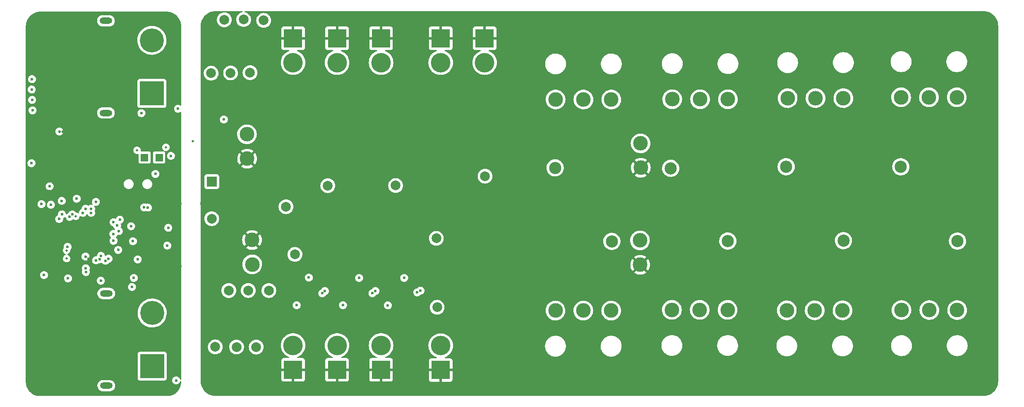
<source format=gbr>
%TF.GenerationSoftware,KiCad,Pcbnew,(6.0.10-0)*%
%TF.CreationDate,2023-02-23T20:38:24-08:00*%
%TF.ProjectId,1.0,312e302e-6b69-4636-9164-5f7063625858,rev?*%
%TF.SameCoordinates,Original*%
%TF.FileFunction,Copper,L2,Inr*%
%TF.FilePolarity,Positive*%
%FSLAX46Y46*%
G04 Gerber Fmt 4.6, Leading zero omitted, Abs format (unit mm)*
G04 Created by KiCad (PCBNEW (6.0.10-0)) date 2023-02-23 20:38:24*
%MOMM*%
%LPD*%
G01*
G04 APERTURE LIST*
%TA.AperFunction,ComponentPad*%
%ADD10R,3.800000X3.800000*%
%TD*%
%TA.AperFunction,ComponentPad*%
%ADD11C,4.000000*%
%TD*%
%TA.AperFunction,ComponentPad*%
%ADD12R,1.500000X1.500000*%
%TD*%
%TA.AperFunction,ComponentPad*%
%ADD13C,3.000000*%
%TD*%
%TA.AperFunction,ComponentPad*%
%ADD14O,2.600000X1.300000*%
%TD*%
%TA.AperFunction,ComponentPad*%
%ADD15R,4.916000X4.916000*%
%TD*%
%TA.AperFunction,ComponentPad*%
%ADD16C,4.916000*%
%TD*%
%TA.AperFunction,ComponentPad*%
%ADD17R,2.000000X2.000000*%
%TD*%
%TA.AperFunction,ComponentPad*%
%ADD18C,2.000000*%
%TD*%
%TA.AperFunction,ViaPad*%
%ADD19C,0.600000*%
%TD*%
%TA.AperFunction,ViaPad*%
%ADD20C,3.500000*%
%TD*%
%TA.AperFunction,ViaPad*%
%ADD21C,2.500000*%
%TD*%
%TA.AperFunction,ViaPad*%
%ADD22C,2.000000*%
%TD*%
%TA.AperFunction,ViaPad*%
%ADD23C,0.500000*%
%TD*%
G04 APERTURE END LIST*
D10*
%TO.N,GND*%
%TO.C,U22*%
X223200000Y-106150000D03*
D11*
%TO.N,5V_3*%
X223200000Y-111150000D03*
%TD*%
D12*
%TO.N,/~{RESET_RAW}*%
%TO.C,P2*%
X174800000Y-130600000D03*
%TD*%
D10*
%TO.N,GND*%
%TO.C,U17*%
X223200000Y-174150000D03*
D11*
%TO.N,3-3V_1*%
X223200000Y-169150000D03*
%TD*%
D10*
%TO.N,GND*%
%TO.C,U20*%
X205200000Y-106150000D03*
D11*
%TO.N,+5V*%
X205200000Y-111150000D03*
%TD*%
D13*
%TO.N,Net-(J10-Pad1)*%
%TO.C,J10*%
X317800000Y-118430000D03*
%TO.N,Net-(J10-Pad2)*%
X312100000Y-118430000D03*
%TO.N,Net-(J10-Pad3)*%
X306400000Y-118430000D03*
%TD*%
D12*
%TO.N,Net-(P1-Pad1)*%
%TO.C,P1*%
X177775000Y-130600000D03*
%TD*%
D10*
%TO.N,GND*%
%TO.C,U23*%
X235400000Y-174200000D03*
D11*
%TO.N,+12V*%
X235400000Y-169200000D03*
%TD*%
D13*
%TO.N,+BATT*%
%TO.C,C5*%
X196840000Y-152530000D03*
%TO.N,GND*%
X196790000Y-147530000D03*
%TD*%
D10*
%TO.N,GND*%
%TO.C,U18*%
X214200000Y-174150000D03*
D11*
%TO.N,3-3V_2*%
X214200000Y-169150000D03*
%TD*%
D13*
%TO.N,Net-(J12-Pad1)*%
%TO.C,J12*%
X329690000Y-161895000D03*
%TO.N,Net-(J12-Pad2)*%
X335390000Y-161895000D03*
%TO.N,Net-(J12-Pad3)*%
X341090000Y-161895000D03*
%TD*%
%TO.N,+BATT*%
%TO.C,C10*%
X195750000Y-125840000D03*
%TO.N,GND*%
X195800000Y-130840000D03*
%TD*%
D14*
%TO.N,*%
%TO.C,U16*%
X166890000Y-102560000D03*
X166890000Y-121460000D03*
D15*
%TO.N,GND*%
X176290000Y-117460000D03*
D16*
%TO.N,BATT_2_PWR*%
X176290000Y-106560000D03*
%TD*%
D13*
%TO.N,Net-(J13-Pad1)*%
%TO.C,J13*%
X258890000Y-161995000D03*
%TO.N,Net-(J13-Pad2)*%
X264590000Y-161995000D03*
%TO.N,Net-(J13-Pad3)*%
X270290000Y-161995000D03*
%TD*%
%TO.N,+BATT*%
%TO.C,C9*%
X276300000Y-127700000D03*
%TO.N,GND*%
X276350000Y-132700000D03*
%TD*%
%TO.N,Net-(J15-Pad1)*%
%TO.C,J15*%
X306230000Y-161950000D03*
%TO.N,Net-(J15-Pad2)*%
X311930000Y-161950000D03*
%TO.N,Net-(J15-Pad3)*%
X317630000Y-161950000D03*
%TD*%
%TO.N,+BATT*%
%TO.C,C6*%
X276175000Y-147600000D03*
%TO.N,GND*%
X276225000Y-152600000D03*
%TD*%
D10*
%TO.N,GND*%
%TO.C,U24*%
X235400000Y-106150000D03*
D11*
%TO.N,12V_2*%
X235400000Y-111150000D03*
%TD*%
D10*
%TO.N,GND*%
%TO.C,U25*%
X244400000Y-106150000D03*
D11*
%TO.N,12V_3*%
X244400000Y-111150000D03*
%TD*%
D13*
%TO.N,Net-(J9-Pad1)*%
%TO.C,J9*%
X294185000Y-118655000D03*
%TO.N,Net-(J9-Pad2)*%
X288485000Y-118655000D03*
%TO.N,Net-(J9-Pad3)*%
X282785000Y-118655000D03*
%TD*%
%TO.N,Net-(J8-Pad1)*%
%TO.C,J8*%
X270310000Y-118705000D03*
%TO.N,Net-(J8-Pad2)*%
X264610000Y-118705000D03*
%TO.N,Net-(J8-Pad3)*%
X258910000Y-118705000D03*
%TD*%
D14*
%TO.N,*%
%TO.C,U15*%
X166950000Y-158500000D03*
X166950000Y-177400000D03*
D15*
%TO.N,GND*%
X176350000Y-173400000D03*
D16*
%TO.N,BATT_1_PWR*%
X176350000Y-162500000D03*
%TD*%
D10*
%TO.N,GND*%
%TO.C,U19*%
X205200000Y-174150000D03*
D11*
%TO.N,3-3V_3*%
X205200000Y-169150000D03*
%TD*%
D10*
%TO.N,GND*%
%TO.C,U21*%
X214200000Y-106150000D03*
D11*
%TO.N,5V_2*%
X214200000Y-111150000D03*
%TD*%
D17*
%TO.N,Net-(Q8-Pad3)*%
%TO.C,SP1*%
X188550000Y-135550000D03*
D18*
%TO.N,GNDD*%
X188550000Y-143150000D03*
%TD*%
D13*
%TO.N,Net-(J14-Pad1)*%
%TO.C,J14*%
X282709169Y-161850000D03*
%TO.N,Net-(J14-Pad2)*%
X288409169Y-161850000D03*
%TO.N,Net-(J14-Pad3)*%
X294109169Y-161850000D03*
%TD*%
%TO.N,Net-(J11-Pad1)*%
%TO.C,J11*%
X341015831Y-118250000D03*
%TO.N,Net-(J11-Pad2)*%
X335315831Y-118250000D03*
%TO.N,Net-(J11-Pad3)*%
X329615831Y-118250000D03*
%TD*%
D19*
%TO.N,3-3V_1*%
X227930000Y-155300000D03*
X224580000Y-160940000D03*
%TO.N,GND*%
X186600000Y-141075000D03*
X206725000Y-136300000D03*
D20*
X199350000Y-177400000D03*
D19*
X238030000Y-153270000D03*
X203640000Y-164975000D03*
X221410000Y-164940000D03*
D21*
X258790000Y-147810000D03*
D19*
X249910000Y-149470000D03*
X213300000Y-117375000D03*
X242475000Y-115450000D03*
X222250000Y-117000000D03*
X226360000Y-160930000D03*
X205550000Y-145300000D03*
X186800000Y-104825000D03*
X220400000Y-136350000D03*
X214010000Y-155320000D03*
D21*
X282710000Y-147680000D03*
D19*
X207710000Y-160880000D03*
X233550000Y-115350000D03*
X234550000Y-156560000D03*
D20*
X198535754Y-117154369D03*
D19*
X212475000Y-164935000D03*
X203830000Y-155200000D03*
X242150000Y-131640000D03*
D21*
X317780000Y-132690000D03*
X306240000Y-147640000D03*
D20*
X200460278Y-172671662D03*
D19*
X186625000Y-160825000D03*
D21*
X329520000Y-147790000D03*
D19*
X204300000Y-116825000D03*
X186475000Y-140025000D03*
D21*
X341110000Y-132780000D03*
D20*
X198535754Y-120939246D03*
D19*
X202850000Y-139175000D03*
D21*
X270450000Y-132950000D03*
D19*
X223180000Y-155290000D03*
X232960000Y-135710000D03*
X234470000Y-142110000D03*
X186600000Y-138900000D03*
X217170000Y-160910000D03*
D21*
X294160000Y-132680000D03*
D19*
X223700000Y-139650000D03*
X187325000Y-140025000D03*
%TO.N,GNDD*%
X156400000Y-149500000D03*
X169575000Y-154950000D03*
X180100000Y-169350000D03*
X175050000Y-151000000D03*
X160750000Y-140700000D03*
X178225000Y-145775000D03*
X182000000Y-141125000D03*
X156650000Y-144700000D03*
X154800000Y-152800000D03*
X182105000Y-152895000D03*
X152340000Y-128670000D03*
X171324502Y-149525000D03*
X163349228Y-151344103D03*
X163825000Y-139525000D03*
X174639961Y-133910039D03*
X167625000Y-125050000D03*
X180175000Y-114325000D03*
X155375000Y-137500000D03*
X181275000Y-140000000D03*
X157275000Y-147075500D03*
X174071360Y-127760890D03*
X174325000Y-143350000D03*
X158124025Y-125273249D03*
X182000000Y-138950000D03*
X182125000Y-140000000D03*
X171334324Y-142909180D03*
%TO.N,+3V3*%
X177025000Y-133975000D03*
X159125000Y-155400000D03*
X160900000Y-139050000D03*
X164874500Y-151700000D03*
X159050000Y-148925000D03*
X165850000Y-155875000D03*
X164850000Y-139700000D03*
X168437448Y-147697047D03*
X153700000Y-140150000D03*
X181275000Y-176325000D03*
X173400000Y-151500000D03*
X181650000Y-120600000D03*
X179450000Y-148675000D03*
X151653616Y-131768518D03*
X162775000Y-153325000D03*
X155375000Y-136500000D03*
X157374526Y-125275639D03*
%TO.N,+BATT*%
X211710000Y-157980000D03*
X231260000Y-157910000D03*
X211180000Y-158450000D03*
D22*
X191114642Y-102351165D03*
D21*
X282470000Y-132820000D03*
X329560000Y-132500000D03*
D22*
X196387851Y-113202347D03*
X195071964Y-102308799D03*
D19*
X222040000Y-157990000D03*
D22*
X189272441Y-169447441D03*
X192410358Y-113248835D03*
X234500000Y-147190000D03*
X226175000Y-136350000D03*
D21*
X341160000Y-147740000D03*
D22*
X212300000Y-136375000D03*
X244480000Y-134420000D03*
X196020842Y-157878882D03*
X193635121Y-169465039D03*
D21*
X270430000Y-147810000D03*
D22*
X234670000Y-161320000D03*
X203750000Y-140700000D03*
D21*
X306100000Y-132490000D03*
D22*
X188425000Y-113300000D03*
D21*
X294160000Y-147730000D03*
D19*
X230590000Y-158260000D03*
D22*
X199175000Y-102475000D03*
D21*
X317820000Y-147650000D03*
D22*
X205575000Y-150475000D03*
X197650000Y-169475000D03*
X200231635Y-157881635D03*
X192034478Y-157894772D03*
D21*
X258820000Y-132730000D03*
D19*
X221430000Y-158440000D03*
%TO.N,3-3V_2*%
X215400000Y-160900000D03*
X218710000Y-155300000D03*
%TO.N,3-3V_3*%
X205930000Y-160900000D03*
X208420000Y-155230000D03*
D23*
%TO.N,+5V*%
X158825000Y-149650500D03*
X158829085Y-151340639D03*
X179150000Y-128500000D03*
D19*
%TO.N,/processor/FLASH_MISO*%
X167425761Y-151366448D03*
X162800000Y-154089500D03*
%TO.N,/batt_ctl/BATT_2_CURR*%
X169750000Y-143350000D03*
X169175000Y-144550500D03*
%TO.N,/batt_ctl/BATT_1_VSENSE*%
X168425498Y-146275000D03*
%TO.N,/batt_ctl/BATT_1_CURR*%
X169525000Y-145700000D03*
X172225000Y-157150000D03*
%TO.N,/batt_ctl/BATT_2_VSENSE*%
X168450000Y-143875000D03*
%TO.N,/A0_SENSE*%
X169400000Y-149550000D03*
%TO.N,/MOSI*%
X163874500Y-141953680D03*
X151710000Y-116660000D03*
X162149500Y-141975000D03*
%TO.N,/SCK*%
X151780000Y-118780000D03*
%TO.N,/MISO*%
X163874500Y-141125000D03*
X151880500Y-120930000D03*
X162724000Y-141125000D03*
%TO.N,/SD_CS*%
X151770000Y-114540000D03*
D23*
%TO.N,/BUZZER*%
X160725000Y-142675000D03*
X173275000Y-129124500D03*
D19*
%TO.N,/batt_ctl/BATT_1_CTL*%
X159474500Y-142775000D03*
X154225000Y-154725000D03*
%TO.N,/batt_ctl/BATT_2_CTL*%
X191025000Y-122800000D03*
X160018146Y-142259052D03*
%TO.N,/SDA*%
X157850000Y-139500000D03*
X157900000Y-142250000D03*
%TO.N,/SCL*%
X155637708Y-140287292D03*
X157325500Y-143200000D03*
%TO.N,/~{RESET_RAW}*%
X162730483Y-150921127D03*
%TO.N,/SWCLK*%
X165588243Y-151471256D03*
X174718767Y-140818767D03*
%TO.N,/SWDIO*%
X165876883Y-150779562D03*
X175475000Y-140875000D03*
%TO.N,/A5_SENSE*%
X166800500Y-151779732D03*
D23*
%TO.N,Net-(Q8-Pad3)*%
X184675000Y-127225000D03*
D19*
%TO.N,BATT_1_PWR*%
X172600000Y-155300000D03*
X172425000Y-147775000D03*
%TO.N,BATT_2_PWR*%
X174169500Y-121505500D03*
X180200000Y-130275000D03*
X179650000Y-145025000D03*
X172050000Y-144700000D03*
%TD*%
%TA.AperFunction,Conductor*%
%TO.N,GND*%
G36*
X194797922Y-100604002D02*
G01*
X194844415Y-100657658D01*
X194854519Y-100727932D01*
X194825025Y-100792512D01*
X194759215Y-100832519D01*
X194604370Y-100869694D01*
X194599799Y-100871587D01*
X194599797Y-100871588D01*
X194389575Y-100958664D01*
X194389571Y-100958666D01*
X194385001Y-100960559D01*
X194380781Y-100963145D01*
X194186762Y-101082040D01*
X194186756Y-101082044D01*
X194182548Y-101084623D01*
X194001995Y-101238830D01*
X193847788Y-101419383D01*
X193845209Y-101423591D01*
X193845205Y-101423597D01*
X193748243Y-101581825D01*
X193723724Y-101621836D01*
X193721831Y-101626406D01*
X193721829Y-101626410D01*
X193654882Y-101788037D01*
X193632859Y-101841205D01*
X193631704Y-101846017D01*
X193592958Y-102007406D01*
X193577429Y-102072088D01*
X193558799Y-102308799D01*
X193577429Y-102545510D01*
X193578583Y-102550317D01*
X193578584Y-102550323D01*
X193613604Y-102696190D01*
X193632859Y-102776393D01*
X193634752Y-102780964D01*
X193634753Y-102780966D01*
X193688051Y-102909638D01*
X193723724Y-102995762D01*
X193726310Y-102999982D01*
X193845205Y-103194001D01*
X193845209Y-103194007D01*
X193847788Y-103198215D01*
X194001995Y-103378768D01*
X194182548Y-103532975D01*
X194186756Y-103535554D01*
X194186762Y-103535558D01*
X194380781Y-103654453D01*
X194385001Y-103657039D01*
X194389571Y-103658932D01*
X194389575Y-103658934D01*
X194591007Y-103742369D01*
X194604370Y-103747904D01*
X194636210Y-103755548D01*
X194830440Y-103802179D01*
X194830446Y-103802180D01*
X194835253Y-103803334D01*
X195071964Y-103821964D01*
X195308675Y-103803334D01*
X195313482Y-103802180D01*
X195313488Y-103802179D01*
X195507718Y-103755548D01*
X195539558Y-103747904D01*
X195552921Y-103742369D01*
X195754353Y-103658934D01*
X195754357Y-103658932D01*
X195758927Y-103657039D01*
X195763147Y-103654453D01*
X195957166Y-103535558D01*
X195957172Y-103535554D01*
X195961380Y-103532975D01*
X196141933Y-103378768D01*
X196296140Y-103198215D01*
X196298719Y-103194007D01*
X196298723Y-103194001D01*
X196417618Y-102999982D01*
X196420204Y-102995762D01*
X196455878Y-102909638D01*
X196509175Y-102780966D01*
X196509176Y-102780964D01*
X196511069Y-102776393D01*
X196530324Y-102696190D01*
X196565344Y-102550323D01*
X196565345Y-102550317D01*
X196566499Y-102545510D01*
X196572048Y-102475000D01*
X197661835Y-102475000D01*
X197680465Y-102711711D01*
X197681619Y-102716518D01*
X197681620Y-102716524D01*
X197706165Y-102818759D01*
X197735895Y-102942594D01*
X197737788Y-102947165D01*
X197737789Y-102947167D01*
X197773572Y-103033554D01*
X197826760Y-103161963D01*
X197829346Y-103166183D01*
X197948241Y-103360202D01*
X197948245Y-103360208D01*
X197950824Y-103364416D01*
X198105031Y-103544969D01*
X198285584Y-103699176D01*
X198289792Y-103701755D01*
X198289798Y-103701759D01*
X198458621Y-103805214D01*
X198488037Y-103823240D01*
X198492607Y-103825133D01*
X198492611Y-103825135D01*
X198659534Y-103894276D01*
X198707406Y-103914105D01*
X198787609Y-103933360D01*
X198933476Y-103968380D01*
X198933482Y-103968381D01*
X198938289Y-103969535D01*
X199175000Y-103988165D01*
X199411711Y-103969535D01*
X199416518Y-103968381D01*
X199416524Y-103968380D01*
X199562391Y-103933360D01*
X199642594Y-103914105D01*
X199690466Y-103894276D01*
X199857389Y-103825135D01*
X199857393Y-103825133D01*
X199861963Y-103823240D01*
X199891379Y-103805214D01*
X200060202Y-103701759D01*
X200060208Y-103701755D01*
X200064416Y-103699176D01*
X200244969Y-103544969D01*
X200399176Y-103364416D01*
X200401755Y-103360208D01*
X200401759Y-103360202D01*
X200520654Y-103166183D01*
X200523240Y-103161963D01*
X200576429Y-103033554D01*
X200612211Y-102947167D01*
X200612212Y-102947165D01*
X200614105Y-102942594D01*
X200643835Y-102818759D01*
X200668380Y-102716524D01*
X200668381Y-102716518D01*
X200669535Y-102711711D01*
X200688165Y-102475000D01*
X200669535Y-102238289D01*
X200640990Y-102119388D01*
X200615260Y-102012218D01*
X200614105Y-102007406D01*
X200608591Y-101994094D01*
X200525135Y-101792611D01*
X200525133Y-101792607D01*
X200523240Y-101788037D01*
X200520654Y-101783817D01*
X200401759Y-101589798D01*
X200401755Y-101589792D01*
X200399176Y-101585584D01*
X200244969Y-101405031D01*
X200064416Y-101250824D01*
X200060208Y-101248245D01*
X200060202Y-101248241D01*
X199866183Y-101129346D01*
X199861963Y-101126760D01*
X199857393Y-101124867D01*
X199857389Y-101124865D01*
X199647167Y-101037789D01*
X199647165Y-101037788D01*
X199642594Y-101035895D01*
X199562391Y-101016640D01*
X199416524Y-100981620D01*
X199416518Y-100981619D01*
X199411711Y-100980465D01*
X199175000Y-100961835D01*
X198938289Y-100980465D01*
X198933482Y-100981619D01*
X198933476Y-100981620D01*
X198787609Y-101016640D01*
X198707406Y-101035895D01*
X198702835Y-101037788D01*
X198702833Y-101037789D01*
X198492611Y-101124865D01*
X198492607Y-101124867D01*
X198488037Y-101126760D01*
X198483817Y-101129346D01*
X198289798Y-101248241D01*
X198289792Y-101248245D01*
X198285584Y-101250824D01*
X198105031Y-101405031D01*
X197950824Y-101585584D01*
X197948245Y-101589792D01*
X197948241Y-101589798D01*
X197829346Y-101783817D01*
X197826760Y-101788037D01*
X197824867Y-101792607D01*
X197824865Y-101792611D01*
X197741409Y-101994094D01*
X197735895Y-102007406D01*
X197734740Y-102012218D01*
X197709011Y-102119388D01*
X197680465Y-102238289D01*
X197661835Y-102475000D01*
X196572048Y-102475000D01*
X196585129Y-102308799D01*
X196566499Y-102072088D01*
X196550971Y-102007406D01*
X196512224Y-101846017D01*
X196511069Y-101841205D01*
X196489046Y-101788037D01*
X196422099Y-101626410D01*
X196422097Y-101626406D01*
X196420204Y-101621836D01*
X196395685Y-101581825D01*
X196298723Y-101423597D01*
X196298719Y-101423591D01*
X196296140Y-101419383D01*
X196141933Y-101238830D01*
X195961380Y-101084623D01*
X195957172Y-101082044D01*
X195957166Y-101082040D01*
X195763147Y-100963145D01*
X195758927Y-100960559D01*
X195754357Y-100958666D01*
X195754353Y-100958664D01*
X195544131Y-100871588D01*
X195544129Y-100871587D01*
X195539558Y-100869694D01*
X195384713Y-100832519D01*
X195323144Y-100797167D01*
X195290461Y-100734140D01*
X195297042Y-100663449D01*
X195340796Y-100607538D01*
X195414127Y-100584000D01*
X346489661Y-100584000D01*
X346496726Y-100584198D01*
X346822032Y-100602466D01*
X346836064Y-100604047D01*
X346994928Y-100631039D01*
X347153787Y-100658031D01*
X347167562Y-100661175D01*
X347263428Y-100688793D01*
X347477247Y-100750394D01*
X347490568Y-100755055D01*
X347788318Y-100878387D01*
X347801041Y-100884514D01*
X347848792Y-100910905D01*
X348083106Y-101040406D01*
X348095070Y-101047924D01*
X348357894Y-101234409D01*
X348368940Y-101243218D01*
X348609243Y-101457965D01*
X348619235Y-101467957D01*
X348833982Y-101708260D01*
X348842791Y-101719306D01*
X349029276Y-101982130D01*
X349036794Y-101994094D01*
X349192684Y-102276155D01*
X349198813Y-102288882D01*
X349322145Y-102586632D01*
X349326806Y-102599953D01*
X349357582Y-102706777D01*
X349416025Y-102909638D01*
X349419169Y-102923413D01*
X349423205Y-102947167D01*
X349472343Y-103236367D01*
X349473152Y-103241131D01*
X349474734Y-103255172D01*
X349491302Y-103550202D01*
X349491500Y-103557267D01*
X349491500Y-176528533D01*
X349491302Y-176535597D01*
X349490206Y-176555123D01*
X349474734Y-176830628D01*
X349473152Y-176844669D01*
X349419169Y-177162387D01*
X349416025Y-177176162D01*
X349326806Y-177485847D01*
X349322145Y-177499168D01*
X349198815Y-177796914D01*
X349192684Y-177809645D01*
X349036794Y-178091706D01*
X349029276Y-178103670D01*
X348842791Y-178366494D01*
X348833982Y-178377540D01*
X348619235Y-178617843D01*
X348609243Y-178627835D01*
X348368940Y-178842582D01*
X348357894Y-178851391D01*
X348095070Y-179037876D01*
X348083106Y-179045394D01*
X347801041Y-179201286D01*
X347788318Y-179207413D01*
X347490568Y-179330745D01*
X347477247Y-179335406D01*
X347263428Y-179397007D01*
X347167562Y-179424625D01*
X347153787Y-179427769D01*
X346994928Y-179454761D01*
X346836064Y-179481753D01*
X346822032Y-179483334D01*
X346680138Y-179491302D01*
X346673073Y-179491500D01*
X189115127Y-179491500D01*
X189108062Y-179491302D01*
X188966168Y-179483334D01*
X188952136Y-179481753D01*
X188793272Y-179454761D01*
X188634413Y-179427769D01*
X188620638Y-179424625D01*
X188524772Y-179397007D01*
X188310953Y-179335406D01*
X188297632Y-179330745D01*
X187999882Y-179207413D01*
X187987159Y-179201286D01*
X187705094Y-179045394D01*
X187693130Y-179037876D01*
X187430306Y-178851391D01*
X187419260Y-178842582D01*
X187178957Y-178627835D01*
X187168965Y-178617843D01*
X186954218Y-178377540D01*
X186945409Y-178366494D01*
X186758924Y-178103670D01*
X186751406Y-178091706D01*
X186595516Y-177809645D01*
X186589385Y-177796914D01*
X186466055Y-177499168D01*
X186461394Y-177485847D01*
X186372175Y-177176162D01*
X186369031Y-177162387D01*
X186315048Y-176844669D01*
X186313466Y-176830628D01*
X186297995Y-176555123D01*
X186295198Y-176505326D01*
X186295000Y-176498261D01*
X186295000Y-176094669D01*
X202792001Y-176094669D01*
X202792371Y-176101490D01*
X202797895Y-176152352D01*
X202801521Y-176167604D01*
X202846676Y-176288054D01*
X202855214Y-176303649D01*
X202931715Y-176405724D01*
X202944276Y-176418285D01*
X203046351Y-176494786D01*
X203061946Y-176503324D01*
X203182394Y-176548478D01*
X203197649Y-176552105D01*
X203248514Y-176557631D01*
X203255328Y-176558000D01*
X204927885Y-176558000D01*
X204943124Y-176553525D01*
X204944329Y-176552135D01*
X204946000Y-176544452D01*
X204946000Y-176539884D01*
X205454000Y-176539884D01*
X205458475Y-176555123D01*
X205459865Y-176556328D01*
X205467548Y-176557999D01*
X207144669Y-176557999D01*
X207151490Y-176557629D01*
X207202352Y-176552105D01*
X207217604Y-176548479D01*
X207338054Y-176503324D01*
X207353649Y-176494786D01*
X207455724Y-176418285D01*
X207468285Y-176405724D01*
X207544786Y-176303649D01*
X207553324Y-176288054D01*
X207598478Y-176167606D01*
X207602105Y-176152351D01*
X207607631Y-176101486D01*
X207608000Y-176094672D01*
X207608000Y-176094669D01*
X211792001Y-176094669D01*
X211792371Y-176101490D01*
X211797895Y-176152352D01*
X211801521Y-176167604D01*
X211846676Y-176288054D01*
X211855214Y-176303649D01*
X211931715Y-176405724D01*
X211944276Y-176418285D01*
X212046351Y-176494786D01*
X212061946Y-176503324D01*
X212182394Y-176548478D01*
X212197649Y-176552105D01*
X212248514Y-176557631D01*
X212255328Y-176558000D01*
X213927885Y-176558000D01*
X213943124Y-176553525D01*
X213944329Y-176552135D01*
X213946000Y-176544452D01*
X213946000Y-176539884D01*
X214454000Y-176539884D01*
X214458475Y-176555123D01*
X214459865Y-176556328D01*
X214467548Y-176557999D01*
X216144669Y-176557999D01*
X216151490Y-176557629D01*
X216202352Y-176552105D01*
X216217604Y-176548479D01*
X216338054Y-176503324D01*
X216353649Y-176494786D01*
X216455724Y-176418285D01*
X216468285Y-176405724D01*
X216544786Y-176303649D01*
X216553324Y-176288054D01*
X216598478Y-176167606D01*
X216602105Y-176152351D01*
X216607631Y-176101486D01*
X216608000Y-176094672D01*
X216608000Y-176094669D01*
X220792001Y-176094669D01*
X220792371Y-176101490D01*
X220797895Y-176152352D01*
X220801521Y-176167604D01*
X220846676Y-176288054D01*
X220855214Y-176303649D01*
X220931715Y-176405724D01*
X220944276Y-176418285D01*
X221046351Y-176494786D01*
X221061946Y-176503324D01*
X221182394Y-176548478D01*
X221197649Y-176552105D01*
X221248514Y-176557631D01*
X221255328Y-176558000D01*
X222927885Y-176558000D01*
X222943124Y-176553525D01*
X222944329Y-176552135D01*
X222946000Y-176544452D01*
X222946000Y-176539884D01*
X223454000Y-176539884D01*
X223458475Y-176555123D01*
X223459865Y-176556328D01*
X223467548Y-176557999D01*
X225144669Y-176557999D01*
X225151490Y-176557629D01*
X225202352Y-176552105D01*
X225217604Y-176548479D01*
X225338054Y-176503324D01*
X225353649Y-176494786D01*
X225455724Y-176418285D01*
X225468285Y-176405724D01*
X225544786Y-176303649D01*
X225553324Y-176288054D01*
X225598478Y-176167606D01*
X225602105Y-176152351D01*
X225602940Y-176144668D01*
X232992001Y-176144668D01*
X232992371Y-176151490D01*
X232997895Y-176202352D01*
X233001521Y-176217604D01*
X233046676Y-176338054D01*
X233055214Y-176353649D01*
X233131715Y-176455724D01*
X233144276Y-176468285D01*
X233246351Y-176544786D01*
X233261946Y-176553324D01*
X233382394Y-176598478D01*
X233397649Y-176602105D01*
X233448514Y-176607631D01*
X233455328Y-176608000D01*
X235127885Y-176608000D01*
X235143124Y-176603525D01*
X235144329Y-176602135D01*
X235146000Y-176594452D01*
X235146000Y-176589884D01*
X235654000Y-176589884D01*
X235658475Y-176605123D01*
X235659865Y-176606328D01*
X235667548Y-176607999D01*
X237344669Y-176607999D01*
X237351490Y-176607629D01*
X237402352Y-176602105D01*
X237417604Y-176598479D01*
X237538054Y-176553324D01*
X237553649Y-176544786D01*
X237655724Y-176468285D01*
X237668285Y-176455724D01*
X237744786Y-176353649D01*
X237753324Y-176338054D01*
X237798478Y-176217606D01*
X237802105Y-176202351D01*
X237807631Y-176151486D01*
X237808000Y-176144668D01*
X237808000Y-174472115D01*
X237803525Y-174456876D01*
X237802135Y-174455671D01*
X237794452Y-174454000D01*
X235672115Y-174454000D01*
X235656876Y-174458475D01*
X235655671Y-174459865D01*
X235654000Y-174467548D01*
X235654000Y-176589884D01*
X235146000Y-176589884D01*
X235146000Y-174472115D01*
X235141525Y-174456876D01*
X235140135Y-174455671D01*
X235132452Y-174454000D01*
X233010116Y-174454000D01*
X232994877Y-174458475D01*
X232993672Y-174459865D01*
X232992001Y-174467548D01*
X232992001Y-176144668D01*
X225602940Y-176144668D01*
X225607631Y-176101486D01*
X225608000Y-176094672D01*
X225608000Y-174422115D01*
X225603525Y-174406876D01*
X225602135Y-174405671D01*
X225594452Y-174404000D01*
X223472115Y-174404000D01*
X223456876Y-174408475D01*
X223455671Y-174409865D01*
X223454000Y-174417548D01*
X223454000Y-176539884D01*
X222946000Y-176539884D01*
X222946000Y-174422115D01*
X222941525Y-174406876D01*
X222940135Y-174405671D01*
X222932452Y-174404000D01*
X220810116Y-174404000D01*
X220794877Y-174408475D01*
X220793672Y-174409865D01*
X220792001Y-174417548D01*
X220792001Y-176094669D01*
X216608000Y-176094669D01*
X216608000Y-174422115D01*
X216603525Y-174406876D01*
X216602135Y-174405671D01*
X216594452Y-174404000D01*
X214472115Y-174404000D01*
X214456876Y-174408475D01*
X214455671Y-174409865D01*
X214454000Y-174417548D01*
X214454000Y-176539884D01*
X213946000Y-176539884D01*
X213946000Y-174422115D01*
X213941525Y-174406876D01*
X213940135Y-174405671D01*
X213932452Y-174404000D01*
X211810116Y-174404000D01*
X211794877Y-174408475D01*
X211793672Y-174409865D01*
X211792001Y-174417548D01*
X211792001Y-176094669D01*
X207608000Y-176094669D01*
X207608000Y-174422115D01*
X207603525Y-174406876D01*
X207602135Y-174405671D01*
X207594452Y-174404000D01*
X205472115Y-174404000D01*
X205456876Y-174408475D01*
X205455671Y-174409865D01*
X205454000Y-174417548D01*
X205454000Y-176539884D01*
X204946000Y-176539884D01*
X204946000Y-174422115D01*
X204941525Y-174406876D01*
X204940135Y-174405671D01*
X204932452Y-174404000D01*
X202810116Y-174404000D01*
X202794877Y-174408475D01*
X202793672Y-174409865D01*
X202792001Y-174417548D01*
X202792001Y-176094669D01*
X186295000Y-176094669D01*
X186295000Y-169447441D01*
X187759276Y-169447441D01*
X187777906Y-169684152D01*
X187779060Y-169688959D01*
X187779061Y-169688965D01*
X187792213Y-169743746D01*
X187833336Y-169915035D01*
X187835229Y-169919606D01*
X187835230Y-169919608D01*
X187920115Y-170124539D01*
X187924201Y-170134404D01*
X187926787Y-170138624D01*
X188045682Y-170332643D01*
X188045686Y-170332649D01*
X188048265Y-170336857D01*
X188202472Y-170517410D01*
X188383025Y-170671617D01*
X188387233Y-170674196D01*
X188387239Y-170674200D01*
X188493197Y-170739131D01*
X188585478Y-170795681D01*
X188590048Y-170797574D01*
X188590052Y-170797576D01*
X188800274Y-170884652D01*
X188804847Y-170886546D01*
X188870259Y-170902250D01*
X189030917Y-170940821D01*
X189030923Y-170940822D01*
X189035730Y-170941976D01*
X189272441Y-170960606D01*
X189509152Y-170941976D01*
X189513959Y-170940822D01*
X189513965Y-170940821D01*
X189674623Y-170902250D01*
X189740035Y-170886546D01*
X189744608Y-170884652D01*
X189954830Y-170797576D01*
X189954834Y-170797574D01*
X189959404Y-170795681D01*
X190051685Y-170739131D01*
X190157643Y-170674200D01*
X190157649Y-170674196D01*
X190161857Y-170671617D01*
X190342410Y-170517410D01*
X190496617Y-170336857D01*
X190499196Y-170332649D01*
X190499200Y-170332643D01*
X190618095Y-170138624D01*
X190620681Y-170134404D01*
X190624768Y-170124539D01*
X190709652Y-169919608D01*
X190709653Y-169919606D01*
X190711546Y-169915035D01*
X190752669Y-169743746D01*
X190765821Y-169688965D01*
X190765822Y-169688959D01*
X190766976Y-169684152D01*
X190784221Y-169465039D01*
X192121956Y-169465039D01*
X192140586Y-169701750D01*
X192141740Y-169706557D01*
X192141741Y-169706563D01*
X192169256Y-169821171D01*
X192196016Y-169932633D01*
X192197909Y-169937204D01*
X192197910Y-169937206D01*
X192281340Y-170138624D01*
X192286881Y-170152002D01*
X192289467Y-170156222D01*
X192408362Y-170350241D01*
X192408366Y-170350247D01*
X192410945Y-170354455D01*
X192565152Y-170535008D01*
X192745705Y-170689215D01*
X192749913Y-170691794D01*
X192749919Y-170691798D01*
X192915221Y-170793095D01*
X192948158Y-170813279D01*
X192952728Y-170815172D01*
X192952732Y-170815174D01*
X193158080Y-170900231D01*
X193167527Y-170904144D01*
X193199896Y-170911915D01*
X193393597Y-170958419D01*
X193393603Y-170958420D01*
X193398410Y-170959574D01*
X193635121Y-170978204D01*
X193871832Y-170959574D01*
X193876639Y-170958420D01*
X193876645Y-170958419D01*
X194070346Y-170911915D01*
X194102715Y-170904144D01*
X194112162Y-170900231D01*
X194317510Y-170815174D01*
X194317514Y-170815172D01*
X194322084Y-170813279D01*
X194355021Y-170793095D01*
X194520323Y-170691798D01*
X194520329Y-170691794D01*
X194524537Y-170689215D01*
X194705090Y-170535008D01*
X194859297Y-170354455D01*
X194861876Y-170350247D01*
X194861880Y-170350241D01*
X194980775Y-170156222D01*
X194983361Y-170152002D01*
X194988903Y-170138624D01*
X195072332Y-169937206D01*
X195072333Y-169937204D01*
X195074226Y-169932633D01*
X195100986Y-169821171D01*
X195128501Y-169706563D01*
X195128502Y-169706557D01*
X195129656Y-169701750D01*
X195147502Y-169475000D01*
X196136835Y-169475000D01*
X196155465Y-169711711D01*
X196156619Y-169716518D01*
X196156620Y-169716524D01*
X196191640Y-169862391D01*
X196210895Y-169942594D01*
X196212788Y-169947165D01*
X196212789Y-169947167D01*
X196292093Y-170138624D01*
X196301760Y-170161963D01*
X196304346Y-170166183D01*
X196423241Y-170360202D01*
X196423245Y-170360208D01*
X196425824Y-170364416D01*
X196580031Y-170544969D01*
X196760584Y-170699176D01*
X196764792Y-170701755D01*
X196764798Y-170701759D01*
X196958817Y-170820654D01*
X196963037Y-170823240D01*
X196967607Y-170825133D01*
X196967611Y-170825135D01*
X197177833Y-170912211D01*
X197182406Y-170914105D01*
X197209385Y-170920582D01*
X197408476Y-170968380D01*
X197408482Y-170968381D01*
X197413289Y-170969535D01*
X197650000Y-170988165D01*
X197886711Y-170969535D01*
X197891518Y-170968381D01*
X197891524Y-170968380D01*
X198090615Y-170920582D01*
X198117594Y-170914105D01*
X198122167Y-170912211D01*
X198332389Y-170825135D01*
X198332393Y-170825133D01*
X198336963Y-170823240D01*
X198341183Y-170820654D01*
X198535202Y-170701759D01*
X198535208Y-170701755D01*
X198539416Y-170699176D01*
X198719969Y-170544969D01*
X198874176Y-170364416D01*
X198876755Y-170360208D01*
X198876759Y-170360202D01*
X198995654Y-170166183D01*
X198998240Y-170161963D01*
X199007908Y-170138624D01*
X199087211Y-169947167D01*
X199087212Y-169947165D01*
X199089105Y-169942594D01*
X199108360Y-169862391D01*
X199143380Y-169716524D01*
X199143381Y-169716518D01*
X199144535Y-169711711D01*
X199163165Y-169475000D01*
X199144535Y-169238289D01*
X199143329Y-169233262D01*
X199123339Y-169150000D01*
X202686540Y-169150000D01*
X202706359Y-169465020D01*
X202765505Y-169775072D01*
X202863044Y-170075266D01*
X202864731Y-170078852D01*
X202864733Y-170078856D01*
X202995750Y-170357283D01*
X202995754Y-170357290D01*
X202997438Y-170360869D01*
X202999562Y-170364215D01*
X202999562Y-170364216D01*
X203015153Y-170388784D01*
X203166568Y-170627375D01*
X203181519Y-170645447D01*
X203356461Y-170856915D01*
X203367767Y-170870582D01*
X203597860Y-171086654D01*
X203853221Y-171272184D01*
X203856690Y-171274091D01*
X203856693Y-171274093D01*
X204126352Y-171422340D01*
X204129821Y-171424247D01*
X204133490Y-171425700D01*
X204133495Y-171425702D01*
X204318243Y-171498849D01*
X204374217Y-171542524D01*
X204397693Y-171609527D01*
X204381217Y-171678585D01*
X204330021Y-171727774D01*
X204271859Y-171742001D01*
X203255331Y-171742001D01*
X203248510Y-171742371D01*
X203197648Y-171747895D01*
X203182396Y-171751521D01*
X203061946Y-171796676D01*
X203046351Y-171805214D01*
X202944276Y-171881715D01*
X202931715Y-171894276D01*
X202855214Y-171996351D01*
X202846676Y-172011946D01*
X202801522Y-172132394D01*
X202797895Y-172147649D01*
X202792369Y-172198514D01*
X202792000Y-172205328D01*
X202792000Y-173877885D01*
X202796475Y-173893124D01*
X202797865Y-173894329D01*
X202805548Y-173896000D01*
X207589884Y-173896000D01*
X207605123Y-173891525D01*
X207606328Y-173890135D01*
X207607999Y-173882452D01*
X207607999Y-172205331D01*
X207607629Y-172198510D01*
X207602105Y-172147648D01*
X207598479Y-172132396D01*
X207553324Y-172011946D01*
X207544786Y-171996351D01*
X207468285Y-171894276D01*
X207455724Y-171881715D01*
X207353649Y-171805214D01*
X207338054Y-171796676D01*
X207217606Y-171751522D01*
X207202351Y-171747895D01*
X207151486Y-171742369D01*
X207144672Y-171742000D01*
X206128142Y-171742000D01*
X206060021Y-171721998D01*
X206013528Y-171668342D01*
X206003424Y-171598068D01*
X206032918Y-171533488D01*
X206081757Y-171498849D01*
X206166460Y-171465312D01*
X206266505Y-171425702D01*
X206266510Y-171425700D01*
X206270179Y-171424247D01*
X206273648Y-171422340D01*
X206543307Y-171274093D01*
X206543310Y-171274091D01*
X206546779Y-171272184D01*
X206802140Y-171086654D01*
X207032233Y-170870582D01*
X207043540Y-170856915D01*
X207218481Y-170645447D01*
X207233432Y-170627375D01*
X207384847Y-170388784D01*
X207400438Y-170364216D01*
X207400438Y-170364215D01*
X207402562Y-170360869D01*
X207404246Y-170357290D01*
X207404250Y-170357283D01*
X207535267Y-170078856D01*
X207535269Y-170078852D01*
X207536956Y-170075266D01*
X207634495Y-169775072D01*
X207693641Y-169465020D01*
X207713460Y-169150000D01*
X211686540Y-169150000D01*
X211706359Y-169465020D01*
X211765505Y-169775072D01*
X211863044Y-170075266D01*
X211864731Y-170078852D01*
X211864733Y-170078856D01*
X211995750Y-170357283D01*
X211995754Y-170357290D01*
X211997438Y-170360869D01*
X211999562Y-170364215D01*
X211999562Y-170364216D01*
X212015153Y-170388784D01*
X212166568Y-170627375D01*
X212181519Y-170645447D01*
X212356461Y-170856915D01*
X212367767Y-170870582D01*
X212597860Y-171086654D01*
X212853221Y-171272184D01*
X212856690Y-171274091D01*
X212856693Y-171274093D01*
X213126352Y-171422340D01*
X213129821Y-171424247D01*
X213133490Y-171425700D01*
X213133495Y-171425702D01*
X213318243Y-171498849D01*
X213374217Y-171542524D01*
X213397693Y-171609527D01*
X213381217Y-171678585D01*
X213330021Y-171727774D01*
X213271859Y-171742001D01*
X212255331Y-171742001D01*
X212248510Y-171742371D01*
X212197648Y-171747895D01*
X212182396Y-171751521D01*
X212061946Y-171796676D01*
X212046351Y-171805214D01*
X211944276Y-171881715D01*
X211931715Y-171894276D01*
X211855214Y-171996351D01*
X211846676Y-172011946D01*
X211801522Y-172132394D01*
X211797895Y-172147649D01*
X211792369Y-172198514D01*
X211792000Y-172205328D01*
X211792000Y-173877885D01*
X211796475Y-173893124D01*
X211797865Y-173894329D01*
X211805548Y-173896000D01*
X216589884Y-173896000D01*
X216605123Y-173891525D01*
X216606328Y-173890135D01*
X216607999Y-173882452D01*
X216607999Y-172205331D01*
X216607629Y-172198510D01*
X216602105Y-172147648D01*
X216598479Y-172132396D01*
X216553324Y-172011946D01*
X216544786Y-171996351D01*
X216468285Y-171894276D01*
X216455724Y-171881715D01*
X216353649Y-171805214D01*
X216338054Y-171796676D01*
X216217606Y-171751522D01*
X216202351Y-171747895D01*
X216151486Y-171742369D01*
X216144672Y-171742000D01*
X215128142Y-171742000D01*
X215060021Y-171721998D01*
X215013528Y-171668342D01*
X215003424Y-171598068D01*
X215032918Y-171533488D01*
X215081757Y-171498849D01*
X215166460Y-171465312D01*
X215266505Y-171425702D01*
X215266510Y-171425700D01*
X215270179Y-171424247D01*
X215273648Y-171422340D01*
X215543307Y-171274093D01*
X215543310Y-171274091D01*
X215546779Y-171272184D01*
X215802140Y-171086654D01*
X216032233Y-170870582D01*
X216043540Y-170856915D01*
X216218481Y-170645447D01*
X216233432Y-170627375D01*
X216384847Y-170388784D01*
X216400438Y-170364216D01*
X216400438Y-170364215D01*
X216402562Y-170360869D01*
X216404246Y-170357290D01*
X216404250Y-170357283D01*
X216535267Y-170078856D01*
X216535269Y-170078852D01*
X216536956Y-170075266D01*
X216634495Y-169775072D01*
X216693641Y-169465020D01*
X216713460Y-169150000D01*
X220686540Y-169150000D01*
X220706359Y-169465020D01*
X220765505Y-169775072D01*
X220863044Y-170075266D01*
X220864731Y-170078852D01*
X220864733Y-170078856D01*
X220995750Y-170357283D01*
X220995754Y-170357290D01*
X220997438Y-170360869D01*
X220999562Y-170364215D01*
X220999562Y-170364216D01*
X221015153Y-170388784D01*
X221166568Y-170627375D01*
X221181519Y-170645447D01*
X221356461Y-170856915D01*
X221367767Y-170870582D01*
X221597860Y-171086654D01*
X221853221Y-171272184D01*
X221856690Y-171274091D01*
X221856693Y-171274093D01*
X222126352Y-171422340D01*
X222129821Y-171424247D01*
X222133490Y-171425700D01*
X222133495Y-171425702D01*
X222318243Y-171498849D01*
X222374217Y-171542524D01*
X222397693Y-171609527D01*
X222381217Y-171678585D01*
X222330021Y-171727774D01*
X222271859Y-171742001D01*
X221255331Y-171742001D01*
X221248510Y-171742371D01*
X221197648Y-171747895D01*
X221182396Y-171751521D01*
X221061946Y-171796676D01*
X221046351Y-171805214D01*
X220944276Y-171881715D01*
X220931715Y-171894276D01*
X220855214Y-171996351D01*
X220846676Y-172011946D01*
X220801522Y-172132394D01*
X220797895Y-172147649D01*
X220792369Y-172198514D01*
X220792000Y-172205328D01*
X220792000Y-173877885D01*
X220796475Y-173893124D01*
X220797865Y-173894329D01*
X220805548Y-173896000D01*
X225589884Y-173896000D01*
X225605123Y-173891525D01*
X225606328Y-173890135D01*
X225607999Y-173882452D01*
X225607999Y-172205331D01*
X225607629Y-172198510D01*
X225602105Y-172147648D01*
X225598479Y-172132396D01*
X225553324Y-172011946D01*
X225544786Y-171996351D01*
X225468285Y-171894276D01*
X225455724Y-171881715D01*
X225353649Y-171805214D01*
X225338054Y-171796676D01*
X225217606Y-171751522D01*
X225202351Y-171747895D01*
X225151486Y-171742369D01*
X225144672Y-171742000D01*
X224128142Y-171742000D01*
X224060021Y-171721998D01*
X224013528Y-171668342D01*
X224003424Y-171598068D01*
X224032918Y-171533488D01*
X224081757Y-171498849D01*
X224166460Y-171465312D01*
X224266505Y-171425702D01*
X224266510Y-171425700D01*
X224270179Y-171424247D01*
X224273648Y-171422340D01*
X224543307Y-171274093D01*
X224543310Y-171274091D01*
X224546779Y-171272184D01*
X224802140Y-171086654D01*
X225032233Y-170870582D01*
X225043540Y-170856915D01*
X225218481Y-170645447D01*
X225233432Y-170627375D01*
X225384847Y-170388784D01*
X225400438Y-170364216D01*
X225400438Y-170364215D01*
X225402562Y-170360869D01*
X225404246Y-170357290D01*
X225404250Y-170357283D01*
X225535267Y-170078856D01*
X225535269Y-170078852D01*
X225536956Y-170075266D01*
X225634495Y-169775072D01*
X225693641Y-169465020D01*
X225710314Y-169200000D01*
X232886540Y-169200000D01*
X232906359Y-169515020D01*
X232965505Y-169825072D01*
X233063044Y-170125266D01*
X233064731Y-170128852D01*
X233064733Y-170128856D01*
X233195750Y-170407283D01*
X233195754Y-170407290D01*
X233197438Y-170410869D01*
X233366568Y-170677375D01*
X233385655Y-170700447D01*
X233562635Y-170914378D01*
X233567767Y-170920582D01*
X233797860Y-171136654D01*
X234053221Y-171322184D01*
X234056690Y-171324091D01*
X234056693Y-171324093D01*
X234219685Y-171413699D01*
X234329821Y-171474247D01*
X234333490Y-171475700D01*
X234333495Y-171475702D01*
X234518243Y-171548849D01*
X234574217Y-171592524D01*
X234597693Y-171659527D01*
X234581217Y-171728585D01*
X234530021Y-171777774D01*
X234471859Y-171792001D01*
X233455331Y-171792001D01*
X233448510Y-171792371D01*
X233397648Y-171797895D01*
X233382396Y-171801521D01*
X233261946Y-171846676D01*
X233246351Y-171855214D01*
X233144276Y-171931715D01*
X233131715Y-171944276D01*
X233055214Y-172046351D01*
X233046676Y-172061946D01*
X233001522Y-172182394D01*
X232997895Y-172197649D01*
X232992369Y-172248514D01*
X232992000Y-172255328D01*
X232992000Y-173927885D01*
X232996475Y-173943124D01*
X232997865Y-173944329D01*
X233005548Y-173946000D01*
X237789884Y-173946000D01*
X237805123Y-173941525D01*
X237806328Y-173940135D01*
X237807999Y-173932452D01*
X237807999Y-172255331D01*
X237807629Y-172248510D01*
X237802105Y-172197648D01*
X237798479Y-172182396D01*
X237753324Y-172061946D01*
X237744786Y-172046351D01*
X237668285Y-171944276D01*
X237655724Y-171931715D01*
X237553649Y-171855214D01*
X237538054Y-171846676D01*
X237417606Y-171801522D01*
X237402351Y-171797895D01*
X237351486Y-171792369D01*
X237344672Y-171792000D01*
X236328142Y-171792000D01*
X236260021Y-171771998D01*
X236213528Y-171718342D01*
X236203424Y-171648068D01*
X236232918Y-171583488D01*
X236281757Y-171548849D01*
X236408044Y-171498848D01*
X236466505Y-171475702D01*
X236466510Y-171475700D01*
X236470179Y-171474247D01*
X236580315Y-171413699D01*
X236743307Y-171324093D01*
X236743310Y-171324091D01*
X236746779Y-171322184D01*
X237002140Y-171136654D01*
X237232233Y-170920582D01*
X237237366Y-170914378D01*
X237414345Y-170700447D01*
X237433432Y-170677375D01*
X237602562Y-170410869D01*
X237604246Y-170407290D01*
X237604250Y-170407283D01*
X237735267Y-170128856D01*
X237735269Y-170128852D01*
X237736956Y-170125266D01*
X237834495Y-169825072D01*
X237893641Y-169515020D01*
X237899035Y-169429277D01*
X256755735Y-169429277D01*
X256756294Y-169433521D01*
X256756294Y-169433525D01*
X256767023Y-169515020D01*
X256793705Y-169717687D01*
X256870465Y-169998276D01*
X256872149Y-170002224D01*
X256975447Y-170244402D01*
X256984596Y-170265852D01*
X257133985Y-170515462D01*
X257136669Y-170518813D01*
X257136671Y-170518815D01*
X257215184Y-170616815D01*
X257315867Y-170742489D01*
X257433371Y-170853996D01*
X257500322Y-170917530D01*
X257526878Y-170942731D01*
X257763113Y-171112483D01*
X258020200Y-171248603D01*
X258024223Y-171250075D01*
X258024227Y-171250077D01*
X258289351Y-171347099D01*
X258293382Y-171348574D01*
X258577604Y-171410544D01*
X258606650Y-171412830D01*
X258803297Y-171428307D01*
X258803304Y-171428307D01*
X258805753Y-171428500D01*
X258963121Y-171428500D01*
X258965257Y-171428354D01*
X258965268Y-171428354D01*
X259175949Y-171413991D01*
X259175955Y-171413990D01*
X259180226Y-171413699D01*
X259184421Y-171412830D01*
X259184423Y-171412830D01*
X259401721Y-171367830D01*
X259465081Y-171354709D01*
X259739295Y-171257605D01*
X259954367Y-171146598D01*
X259993986Y-171126149D01*
X259993987Y-171126149D01*
X259997793Y-171124184D01*
X260001294Y-171121723D01*
X260001298Y-171121721D01*
X260143583Y-171021721D01*
X260235792Y-170956915D01*
X260377604Y-170825135D01*
X260445745Y-170761815D01*
X260445748Y-170761812D01*
X260448888Y-170758894D01*
X260459895Y-170745447D01*
X260630423Y-170537102D01*
X260633139Y-170533784D01*
X260785133Y-170285752D01*
X260793869Y-170265852D01*
X260857519Y-170120852D01*
X260902059Y-170019386D01*
X260908073Y-169998276D01*
X260942244Y-169878315D01*
X260981754Y-169739616D01*
X260984286Y-169721829D01*
X261022137Y-169455870D01*
X261022742Y-169451619D01*
X261022859Y-169429277D01*
X268155735Y-169429277D01*
X268156294Y-169433521D01*
X268156294Y-169433525D01*
X268167023Y-169515020D01*
X268193705Y-169717687D01*
X268270465Y-169998276D01*
X268272149Y-170002224D01*
X268375447Y-170244402D01*
X268384596Y-170265852D01*
X268533985Y-170515462D01*
X268536669Y-170518813D01*
X268536671Y-170518815D01*
X268615184Y-170616815D01*
X268715867Y-170742489D01*
X268833371Y-170853996D01*
X268900322Y-170917530D01*
X268926878Y-170942731D01*
X269163113Y-171112483D01*
X269420200Y-171248603D01*
X269424223Y-171250075D01*
X269424227Y-171250077D01*
X269689351Y-171347099D01*
X269693382Y-171348574D01*
X269977604Y-171410544D01*
X270006650Y-171412830D01*
X270203297Y-171428307D01*
X270203304Y-171428307D01*
X270205753Y-171428500D01*
X270363121Y-171428500D01*
X270365257Y-171428354D01*
X270365268Y-171428354D01*
X270575949Y-171413991D01*
X270575955Y-171413990D01*
X270580226Y-171413699D01*
X270584421Y-171412830D01*
X270584423Y-171412830D01*
X270801721Y-171367830D01*
X270865081Y-171354709D01*
X271139295Y-171257605D01*
X271354367Y-171146598D01*
X271393986Y-171126149D01*
X271393987Y-171126149D01*
X271397793Y-171124184D01*
X271401294Y-171121723D01*
X271401298Y-171121721D01*
X271543583Y-171021721D01*
X271635792Y-170956915D01*
X271777604Y-170825135D01*
X271845745Y-170761815D01*
X271845748Y-170761812D01*
X271848888Y-170758894D01*
X271859895Y-170745447D01*
X272030423Y-170537102D01*
X272033139Y-170533784D01*
X272185133Y-170285752D01*
X272193869Y-170265852D01*
X272257519Y-170120852D01*
X272302059Y-170019386D01*
X272308073Y-169998276D01*
X272342244Y-169878315D01*
X272381754Y-169739616D01*
X272384286Y-169721829D01*
X272422137Y-169455870D01*
X272422742Y-169451619D01*
X272423618Y-169284277D01*
X280574904Y-169284277D01*
X280575463Y-169288521D01*
X280575463Y-169288525D01*
X280590445Y-169402323D01*
X280612874Y-169572687D01*
X280614007Y-169576827D01*
X280614007Y-169576829D01*
X280626318Y-169621829D01*
X280689634Y-169853276D01*
X280691318Y-169857224D01*
X280782712Y-170071493D01*
X280803765Y-170120852D01*
X280953154Y-170370462D01*
X280955838Y-170373813D01*
X280955840Y-170373815D01*
X280991892Y-170418815D01*
X281135036Y-170597489D01*
X281286548Y-170741268D01*
X281341162Y-170793095D01*
X281346047Y-170797731D01*
X281582282Y-170967483D01*
X281608093Y-170981149D01*
X281811755Y-171088982D01*
X281839369Y-171103603D01*
X281843392Y-171105075D01*
X281843396Y-171105077D01*
X282107151Y-171201598D01*
X282112551Y-171203574D01*
X282396773Y-171265544D01*
X282425819Y-171267830D01*
X282622466Y-171283307D01*
X282622473Y-171283307D01*
X282624922Y-171283500D01*
X282782290Y-171283500D01*
X282784426Y-171283354D01*
X282784437Y-171283354D01*
X282995118Y-171268991D01*
X282995124Y-171268990D01*
X282999395Y-171268699D01*
X283003590Y-171267830D01*
X283003592Y-171267830D01*
X283263355Y-171214036D01*
X283284250Y-171209709D01*
X283558464Y-171112605D01*
X283748564Y-171014487D01*
X283813155Y-170981149D01*
X283813156Y-170981149D01*
X283816962Y-170979184D01*
X283820463Y-170976723D01*
X283820467Y-170976721D01*
X283951467Y-170884652D01*
X284054961Y-170811915D01*
X284187002Y-170689215D01*
X284264914Y-170616815D01*
X284264917Y-170616812D01*
X284268057Y-170613894D01*
X284279064Y-170600447D01*
X284415476Y-170433784D01*
X284452308Y-170388784D01*
X284604302Y-170140752D01*
X284609097Y-170129830D01*
X284668661Y-169994137D01*
X284721228Y-169874386D01*
X284727242Y-169853276D01*
X284759618Y-169739616D01*
X284800923Y-169594616D01*
X284803455Y-169576829D01*
X284841306Y-169310870D01*
X284841911Y-169306619D01*
X284842028Y-169284277D01*
X291974904Y-169284277D01*
X291975463Y-169288521D01*
X291975463Y-169288525D01*
X291990445Y-169402323D01*
X292012874Y-169572687D01*
X292014007Y-169576827D01*
X292014007Y-169576829D01*
X292026318Y-169621829D01*
X292089634Y-169853276D01*
X292091318Y-169857224D01*
X292182712Y-170071493D01*
X292203765Y-170120852D01*
X292353154Y-170370462D01*
X292355838Y-170373813D01*
X292355840Y-170373815D01*
X292391892Y-170418815D01*
X292535036Y-170597489D01*
X292686548Y-170741268D01*
X292741162Y-170793095D01*
X292746047Y-170797731D01*
X292982282Y-170967483D01*
X293008093Y-170981149D01*
X293211755Y-171088982D01*
X293239369Y-171103603D01*
X293243392Y-171105075D01*
X293243396Y-171105077D01*
X293507151Y-171201598D01*
X293512551Y-171203574D01*
X293796773Y-171265544D01*
X293825819Y-171267830D01*
X294022466Y-171283307D01*
X294022473Y-171283307D01*
X294024922Y-171283500D01*
X294182290Y-171283500D01*
X294184426Y-171283354D01*
X294184437Y-171283354D01*
X294395118Y-171268991D01*
X294395124Y-171268990D01*
X294399395Y-171268699D01*
X294403590Y-171267830D01*
X294403592Y-171267830D01*
X294663355Y-171214036D01*
X294684250Y-171209709D01*
X294958464Y-171112605D01*
X295148564Y-171014487D01*
X295213155Y-170981149D01*
X295213156Y-170981149D01*
X295216962Y-170979184D01*
X295220463Y-170976723D01*
X295220467Y-170976721D01*
X295351467Y-170884652D01*
X295454961Y-170811915D01*
X295587002Y-170689215D01*
X295664914Y-170616815D01*
X295664917Y-170616812D01*
X295668057Y-170613894D01*
X295679064Y-170600447D01*
X295815476Y-170433784D01*
X295852308Y-170388784D01*
X296004302Y-170140752D01*
X296009097Y-170129830D01*
X296068661Y-169994137D01*
X296121228Y-169874386D01*
X296127242Y-169853276D01*
X296159618Y-169739616D01*
X296200923Y-169594616D01*
X296203455Y-169576829D01*
X296230859Y-169384277D01*
X304095735Y-169384277D01*
X304096294Y-169388521D01*
X304096294Y-169388525D01*
X304106878Y-169468918D01*
X304133705Y-169672687D01*
X304134838Y-169676827D01*
X304134838Y-169676829D01*
X304147149Y-169721829D01*
X304210465Y-169953276D01*
X304212149Y-169957224D01*
X304309625Y-170185752D01*
X304324596Y-170220852D01*
X304473985Y-170470462D01*
X304476669Y-170473813D01*
X304476671Y-170473815D01*
X304511597Y-170517410D01*
X304655867Y-170697489D01*
X304773371Y-170808996D01*
X304856309Y-170887701D01*
X304866878Y-170897731D01*
X305103113Y-171067483D01*
X305128924Y-171081149D01*
X305273325Y-171157605D01*
X305360200Y-171203603D01*
X305364223Y-171205075D01*
X305364227Y-171205077D01*
X305629351Y-171302099D01*
X305633382Y-171303574D01*
X305917604Y-171365544D01*
X305946650Y-171367830D01*
X306143297Y-171383307D01*
X306143304Y-171383307D01*
X306145753Y-171383500D01*
X306303121Y-171383500D01*
X306305257Y-171383354D01*
X306305268Y-171383354D01*
X306515949Y-171368991D01*
X306515955Y-171368990D01*
X306520226Y-171368699D01*
X306524421Y-171367830D01*
X306524423Y-171367830D01*
X306662654Y-171339204D01*
X306805081Y-171309709D01*
X307079295Y-171212605D01*
X307273041Y-171112605D01*
X307333986Y-171081149D01*
X307333987Y-171081149D01*
X307337793Y-171079184D01*
X307341294Y-171076723D01*
X307341298Y-171076721D01*
X307480078Y-170979184D01*
X307575792Y-170911915D01*
X307698669Y-170797731D01*
X307785745Y-170716815D01*
X307785748Y-170716812D01*
X307788888Y-170713894D01*
X307798821Y-170701759D01*
X307938379Y-170531252D01*
X307973139Y-170488784D01*
X308125133Y-170240752D01*
X308133869Y-170220852D01*
X308240334Y-169978315D01*
X308242059Y-169974386D01*
X308248073Y-169953276D01*
X308284592Y-169825072D01*
X308321754Y-169694616D01*
X308322559Y-169688965D01*
X308362137Y-169410870D01*
X308362742Y-169406619D01*
X308362859Y-169384277D01*
X315495735Y-169384277D01*
X315496294Y-169388521D01*
X315496294Y-169388525D01*
X315506878Y-169468918D01*
X315533705Y-169672687D01*
X315534838Y-169676827D01*
X315534838Y-169676829D01*
X315547149Y-169721829D01*
X315610465Y-169953276D01*
X315612149Y-169957224D01*
X315709625Y-170185752D01*
X315724596Y-170220852D01*
X315873985Y-170470462D01*
X315876669Y-170473813D01*
X315876671Y-170473815D01*
X315911597Y-170517410D01*
X316055867Y-170697489D01*
X316173371Y-170808996D01*
X316256309Y-170887701D01*
X316266878Y-170897731D01*
X316503113Y-171067483D01*
X316528924Y-171081149D01*
X316673325Y-171157605D01*
X316760200Y-171203603D01*
X316764223Y-171205075D01*
X316764227Y-171205077D01*
X317029351Y-171302099D01*
X317033382Y-171303574D01*
X317317604Y-171365544D01*
X317346650Y-171367830D01*
X317543297Y-171383307D01*
X317543304Y-171383307D01*
X317545753Y-171383500D01*
X317703121Y-171383500D01*
X317705257Y-171383354D01*
X317705268Y-171383354D01*
X317915949Y-171368991D01*
X317915955Y-171368990D01*
X317920226Y-171368699D01*
X317924421Y-171367830D01*
X317924423Y-171367830D01*
X318062654Y-171339204D01*
X318205081Y-171309709D01*
X318479295Y-171212605D01*
X318673041Y-171112605D01*
X318733986Y-171081149D01*
X318733987Y-171081149D01*
X318737793Y-171079184D01*
X318741294Y-171076723D01*
X318741298Y-171076721D01*
X318880078Y-170979184D01*
X318975792Y-170911915D01*
X319098669Y-170797731D01*
X319185745Y-170716815D01*
X319185748Y-170716812D01*
X319188888Y-170713894D01*
X319198821Y-170701759D01*
X319338379Y-170531252D01*
X319373139Y-170488784D01*
X319525133Y-170240752D01*
X319533869Y-170220852D01*
X319640334Y-169978315D01*
X319642059Y-169974386D01*
X319648073Y-169953276D01*
X319684592Y-169825072D01*
X319721754Y-169694616D01*
X319722559Y-169688965D01*
X319762137Y-169410870D01*
X319762742Y-169406619D01*
X319763147Y-169329277D01*
X327555735Y-169329277D01*
X327556294Y-169333521D01*
X327556294Y-169333525D01*
X327570643Y-169442511D01*
X327593705Y-169617687D01*
X327670465Y-169898276D01*
X327672149Y-169902224D01*
X327775447Y-170144402D01*
X327784596Y-170165852D01*
X327933985Y-170415462D01*
X327936669Y-170418813D01*
X327936671Y-170418815D01*
X327951322Y-170437102D01*
X328115867Y-170642489D01*
X328267379Y-170786268D01*
X328308336Y-170825135D01*
X328326878Y-170842731D01*
X328563113Y-171012483D01*
X328588924Y-171026149D01*
X328777792Y-171126149D01*
X328820200Y-171148603D01*
X328824223Y-171150075D01*
X328824227Y-171150077D01*
X329087982Y-171246598D01*
X329093382Y-171248574D01*
X329377604Y-171310544D01*
X329406650Y-171312830D01*
X329603297Y-171328307D01*
X329603304Y-171328307D01*
X329605753Y-171328500D01*
X329763121Y-171328500D01*
X329765257Y-171328354D01*
X329765268Y-171328354D01*
X329975949Y-171313991D01*
X329975955Y-171313990D01*
X329980226Y-171313699D01*
X329984421Y-171312830D01*
X329984423Y-171312830D01*
X330171478Y-171274093D01*
X330265081Y-171254709D01*
X330539295Y-171157605D01*
X330797793Y-171024184D01*
X330801294Y-171021723D01*
X330801298Y-171021721D01*
X330952776Y-170915260D01*
X331035792Y-170856915D01*
X331204172Y-170700447D01*
X331245745Y-170661815D01*
X331245748Y-170661812D01*
X331248888Y-170658894D01*
X331259895Y-170645447D01*
X331430423Y-170437102D01*
X331433139Y-170433784D01*
X331585133Y-170185752D01*
X331593869Y-170165852D01*
X331638458Y-170064273D01*
X331702059Y-169919386D01*
X331703299Y-169915035D01*
X331730036Y-169821171D01*
X331781754Y-169639616D01*
X331784286Y-169621829D01*
X331822137Y-169355870D01*
X331822742Y-169351619D01*
X331822859Y-169329277D01*
X338955735Y-169329277D01*
X338956294Y-169333521D01*
X338956294Y-169333525D01*
X338970643Y-169442511D01*
X338993705Y-169617687D01*
X339070465Y-169898276D01*
X339072149Y-169902224D01*
X339175447Y-170144402D01*
X339184596Y-170165852D01*
X339333985Y-170415462D01*
X339336669Y-170418813D01*
X339336671Y-170418815D01*
X339351322Y-170437102D01*
X339515867Y-170642489D01*
X339667379Y-170786268D01*
X339708336Y-170825135D01*
X339726878Y-170842731D01*
X339963113Y-171012483D01*
X339988924Y-171026149D01*
X340177792Y-171126149D01*
X340220200Y-171148603D01*
X340224223Y-171150075D01*
X340224227Y-171150077D01*
X340487982Y-171246598D01*
X340493382Y-171248574D01*
X340777604Y-171310544D01*
X340806650Y-171312830D01*
X341003297Y-171328307D01*
X341003304Y-171328307D01*
X341005753Y-171328500D01*
X341163121Y-171328500D01*
X341165257Y-171328354D01*
X341165268Y-171328354D01*
X341375949Y-171313991D01*
X341375955Y-171313990D01*
X341380226Y-171313699D01*
X341384421Y-171312830D01*
X341384423Y-171312830D01*
X341571478Y-171274093D01*
X341665081Y-171254709D01*
X341939295Y-171157605D01*
X342197793Y-171024184D01*
X342201294Y-171021723D01*
X342201298Y-171021721D01*
X342352776Y-170915260D01*
X342435792Y-170856915D01*
X342604172Y-170700447D01*
X342645745Y-170661815D01*
X342645748Y-170661812D01*
X342648888Y-170658894D01*
X342659895Y-170645447D01*
X342830423Y-170437102D01*
X342833139Y-170433784D01*
X342985133Y-170185752D01*
X342993869Y-170165852D01*
X343038458Y-170064273D01*
X343102059Y-169919386D01*
X343103299Y-169915035D01*
X343130036Y-169821171D01*
X343181754Y-169639616D01*
X343184286Y-169621829D01*
X343222137Y-169355870D01*
X343222742Y-169351619D01*
X343223719Y-169165009D01*
X343224243Y-169065009D01*
X343224243Y-169065003D01*
X343224265Y-169060723D01*
X343217782Y-169011475D01*
X343200615Y-168881082D01*
X343186295Y-168772313D01*
X343173985Y-168727313D01*
X343130042Y-168566685D01*
X343109535Y-168491724D01*
X343066940Y-168391862D01*
X342997090Y-168228100D01*
X342997088Y-168228096D01*
X342995404Y-168224148D01*
X342846015Y-167974538D01*
X342842473Y-167970116D01*
X342666823Y-167750869D01*
X342664133Y-167747511D01*
X342453122Y-167547269D01*
X342216887Y-167377517D01*
X342063677Y-167296397D01*
X341963587Y-167243402D01*
X341963586Y-167243401D01*
X341959800Y-167241397D01*
X341955777Y-167239925D01*
X341955773Y-167239923D01*
X341690649Y-167142901D01*
X341690647Y-167142900D01*
X341686618Y-167141426D01*
X341402396Y-167079456D01*
X341357302Y-167075907D01*
X341176703Y-167061693D01*
X341176696Y-167061693D01*
X341174247Y-167061500D01*
X341016879Y-167061500D01*
X341014743Y-167061646D01*
X341014732Y-167061646D01*
X340804051Y-167076009D01*
X340804045Y-167076010D01*
X340799774Y-167076301D01*
X340795579Y-167077170D01*
X340795577Y-167077170D01*
X340702593Y-167096426D01*
X340514919Y-167135291D01*
X340240705Y-167232395D01*
X340236896Y-167234361D01*
X340046723Y-167332517D01*
X339982207Y-167365816D01*
X339978706Y-167368277D01*
X339978702Y-167368279D01*
X339895574Y-167426703D01*
X339744208Y-167533085D01*
X339685021Y-167588085D01*
X339536633Y-167725976D01*
X339531112Y-167731106D01*
X339528398Y-167734422D01*
X339528395Y-167734425D01*
X339449263Y-167831106D01*
X339346861Y-167956216D01*
X339194867Y-168204248D01*
X339193148Y-168208165D01*
X339193146Y-168208168D01*
X339143853Y-168320461D01*
X339077941Y-168470614D01*
X339076765Y-168474742D01*
X339076764Y-168474745D01*
X339063545Y-168521152D01*
X338998246Y-168750384D01*
X338997642Y-168754626D01*
X338997641Y-168754632D01*
X338984014Y-168850384D01*
X338957258Y-169038381D01*
X338956595Y-169165009D01*
X338955854Y-169306619D01*
X338955735Y-169329277D01*
X331822859Y-169329277D01*
X331823719Y-169165009D01*
X331824243Y-169065009D01*
X331824243Y-169065003D01*
X331824265Y-169060723D01*
X331817782Y-169011475D01*
X331800615Y-168881082D01*
X331786295Y-168772313D01*
X331773985Y-168727313D01*
X331730042Y-168566685D01*
X331709535Y-168491724D01*
X331666940Y-168391862D01*
X331597090Y-168228100D01*
X331597088Y-168228096D01*
X331595404Y-168224148D01*
X331446015Y-167974538D01*
X331442473Y-167970116D01*
X331266823Y-167750869D01*
X331264133Y-167747511D01*
X331053122Y-167547269D01*
X330816887Y-167377517D01*
X330663677Y-167296397D01*
X330563587Y-167243402D01*
X330563586Y-167243401D01*
X330559800Y-167241397D01*
X330555777Y-167239925D01*
X330555773Y-167239923D01*
X330290649Y-167142901D01*
X330290647Y-167142900D01*
X330286618Y-167141426D01*
X330002396Y-167079456D01*
X329957302Y-167075907D01*
X329776703Y-167061693D01*
X329776696Y-167061693D01*
X329774247Y-167061500D01*
X329616879Y-167061500D01*
X329614743Y-167061646D01*
X329614732Y-167061646D01*
X329404051Y-167076009D01*
X329404045Y-167076010D01*
X329399774Y-167076301D01*
X329395579Y-167077170D01*
X329395577Y-167077170D01*
X329302593Y-167096426D01*
X329114919Y-167135291D01*
X328840705Y-167232395D01*
X328836896Y-167234361D01*
X328646723Y-167332517D01*
X328582207Y-167365816D01*
X328578706Y-167368277D01*
X328578702Y-167368279D01*
X328495574Y-167426703D01*
X328344208Y-167533085D01*
X328285021Y-167588085D01*
X328136633Y-167725976D01*
X328131112Y-167731106D01*
X328128398Y-167734422D01*
X328128395Y-167734425D01*
X328049263Y-167831106D01*
X327946861Y-167956216D01*
X327794867Y-168204248D01*
X327793148Y-168208165D01*
X327793146Y-168208168D01*
X327743853Y-168320461D01*
X327677941Y-168470614D01*
X327676765Y-168474742D01*
X327676764Y-168474745D01*
X327663545Y-168521152D01*
X327598246Y-168750384D01*
X327597642Y-168754626D01*
X327597641Y-168754632D01*
X327584014Y-168850384D01*
X327557258Y-169038381D01*
X327556595Y-169165009D01*
X327555854Y-169306619D01*
X327555735Y-169329277D01*
X319763147Y-169329277D01*
X319763545Y-169253232D01*
X319764243Y-169120009D01*
X319764243Y-169120003D01*
X319764265Y-169115723D01*
X319757589Y-169065009D01*
X319733374Y-168881082D01*
X319726295Y-168827313D01*
X319649535Y-168546724D01*
X319627841Y-168495863D01*
X319537090Y-168283100D01*
X319537088Y-168283096D01*
X319535404Y-168279148D01*
X319386015Y-168029538D01*
X319382203Y-168024779D01*
X319242875Y-167850869D01*
X319204133Y-167802511D01*
X318993122Y-167602269D01*
X318756887Y-167432517D01*
X318564234Y-167330513D01*
X318503587Y-167298402D01*
X318503586Y-167298401D01*
X318499800Y-167296397D01*
X318495777Y-167294925D01*
X318495773Y-167294923D01*
X318230649Y-167197901D01*
X318230647Y-167197900D01*
X318226618Y-167196426D01*
X317942396Y-167134456D01*
X317898598Y-167131009D01*
X317716703Y-167116693D01*
X317716696Y-167116693D01*
X317714247Y-167116500D01*
X317556879Y-167116500D01*
X317554743Y-167116646D01*
X317554732Y-167116646D01*
X317344051Y-167131009D01*
X317344045Y-167131010D01*
X317339774Y-167131301D01*
X317335579Y-167132170D01*
X317335577Y-167132170D01*
X317283759Y-167142901D01*
X317054919Y-167190291D01*
X316780705Y-167287395D01*
X316522207Y-167420816D01*
X316518706Y-167423277D01*
X316518702Y-167423279D01*
X316454674Y-167468279D01*
X316284208Y-167588085D01*
X316281067Y-167591004D01*
X316109032Y-167750869D01*
X316071112Y-167786106D01*
X316068398Y-167789422D01*
X316068395Y-167789425D01*
X316020852Y-167847511D01*
X315886861Y-168011216D01*
X315734867Y-168259248D01*
X315733148Y-168263165D01*
X315733146Y-168263168D01*
X315724397Y-168283100D01*
X315617941Y-168525614D01*
X315616765Y-168529742D01*
X315616764Y-168529745D01*
X315603893Y-168574928D01*
X315538246Y-168805384D01*
X315537642Y-168809626D01*
X315537641Y-168809632D01*
X315511490Y-168993381D01*
X315497258Y-169093381D01*
X315496455Y-169246768D01*
X315495884Y-169355870D01*
X315495735Y-169384277D01*
X308362859Y-169384277D01*
X308363545Y-169253232D01*
X308364243Y-169120009D01*
X308364243Y-169120003D01*
X308364265Y-169115723D01*
X308357589Y-169065009D01*
X308333374Y-168881082D01*
X308326295Y-168827313D01*
X308249535Y-168546724D01*
X308227841Y-168495863D01*
X308137090Y-168283100D01*
X308137088Y-168283096D01*
X308135404Y-168279148D01*
X307986015Y-168029538D01*
X307982203Y-168024779D01*
X307842875Y-167850869D01*
X307804133Y-167802511D01*
X307593122Y-167602269D01*
X307356887Y-167432517D01*
X307164234Y-167330513D01*
X307103587Y-167298402D01*
X307103586Y-167298401D01*
X307099800Y-167296397D01*
X307095777Y-167294925D01*
X307095773Y-167294923D01*
X306830649Y-167197901D01*
X306830647Y-167197900D01*
X306826618Y-167196426D01*
X306542396Y-167134456D01*
X306498598Y-167131009D01*
X306316703Y-167116693D01*
X306316696Y-167116693D01*
X306314247Y-167116500D01*
X306156879Y-167116500D01*
X306154743Y-167116646D01*
X306154732Y-167116646D01*
X305944051Y-167131009D01*
X305944045Y-167131010D01*
X305939774Y-167131301D01*
X305935579Y-167132170D01*
X305935577Y-167132170D01*
X305883759Y-167142901D01*
X305654919Y-167190291D01*
X305380705Y-167287395D01*
X305122207Y-167420816D01*
X305118706Y-167423277D01*
X305118702Y-167423279D01*
X305054674Y-167468279D01*
X304884208Y-167588085D01*
X304881067Y-167591004D01*
X304709032Y-167750869D01*
X304671112Y-167786106D01*
X304668398Y-167789422D01*
X304668395Y-167789425D01*
X304620852Y-167847511D01*
X304486861Y-168011216D01*
X304334867Y-168259248D01*
X304333148Y-168263165D01*
X304333146Y-168263168D01*
X304324397Y-168283100D01*
X304217941Y-168525614D01*
X304216765Y-168529742D01*
X304216764Y-168529745D01*
X304203893Y-168574928D01*
X304138246Y-168805384D01*
X304137642Y-168809626D01*
X304137641Y-168809632D01*
X304111490Y-168993381D01*
X304097258Y-169093381D01*
X304096455Y-169246768D01*
X304095884Y-169355870D01*
X304095735Y-169384277D01*
X296230859Y-169384277D01*
X296241306Y-169310870D01*
X296241911Y-169306619D01*
X296242888Y-169120009D01*
X296243412Y-169020009D01*
X296243412Y-169020003D01*
X296243434Y-169015723D01*
X296239345Y-168984659D01*
X296219639Y-168834980D01*
X296205464Y-168727313D01*
X296128704Y-168446724D01*
X296100768Y-168381228D01*
X296016259Y-168183100D01*
X296016257Y-168183096D01*
X296014573Y-168179148D01*
X295865184Y-167929538D01*
X295850506Y-167911216D01*
X295722044Y-167750869D01*
X295683302Y-167702511D01*
X295472291Y-167502269D01*
X295236056Y-167332517D01*
X295044255Y-167230964D01*
X294982756Y-167198402D01*
X294982755Y-167198401D01*
X294978969Y-167196397D01*
X294974946Y-167194925D01*
X294974942Y-167194923D01*
X294709818Y-167097901D01*
X294709816Y-167097900D01*
X294705787Y-167096426D01*
X294421565Y-167034456D01*
X294366764Y-167030143D01*
X294195872Y-167016693D01*
X294195865Y-167016693D01*
X294193416Y-167016500D01*
X294036048Y-167016500D01*
X294033912Y-167016646D01*
X294033901Y-167016646D01*
X293823220Y-167031009D01*
X293823214Y-167031010D01*
X293818943Y-167031301D01*
X293814748Y-167032170D01*
X293814746Y-167032170D01*
X293799299Y-167035369D01*
X293534088Y-167090291D01*
X293259874Y-167187395D01*
X293001376Y-167320816D01*
X292997875Y-167323277D01*
X292997871Y-167323279D01*
X292933843Y-167368279D01*
X292763377Y-167488085D01*
X292760236Y-167491004D01*
X292568073Y-167669573D01*
X292550281Y-167686106D01*
X292547567Y-167689422D01*
X292547564Y-167689425D01*
X292468432Y-167786106D01*
X292366030Y-167911216D01*
X292214036Y-168159248D01*
X292212317Y-168163165D01*
X292212315Y-168163168D01*
X292164917Y-168271144D01*
X292097110Y-168425614D01*
X292095934Y-168429742D01*
X292095933Y-168429745D01*
X292079403Y-168487776D01*
X292017415Y-168705384D01*
X292016811Y-168709626D01*
X292016810Y-168709632D01*
X291993052Y-168876569D01*
X291976427Y-168993381D01*
X291975764Y-169120009D01*
X291975145Y-169238289D01*
X291974904Y-169284277D01*
X284842028Y-169284277D01*
X284842888Y-169120009D01*
X284843412Y-169020009D01*
X284843412Y-169020003D01*
X284843434Y-169015723D01*
X284839345Y-168984659D01*
X284819639Y-168834980D01*
X284805464Y-168727313D01*
X284728704Y-168446724D01*
X284700768Y-168381228D01*
X284616259Y-168183100D01*
X284616257Y-168183096D01*
X284614573Y-168179148D01*
X284465184Y-167929538D01*
X284450506Y-167911216D01*
X284322044Y-167750869D01*
X284283302Y-167702511D01*
X284072291Y-167502269D01*
X283836056Y-167332517D01*
X283644255Y-167230964D01*
X283582756Y-167198402D01*
X283582755Y-167198401D01*
X283578969Y-167196397D01*
X283574946Y-167194925D01*
X283574942Y-167194923D01*
X283309818Y-167097901D01*
X283309816Y-167097900D01*
X283305787Y-167096426D01*
X283021565Y-167034456D01*
X282966764Y-167030143D01*
X282795872Y-167016693D01*
X282795865Y-167016693D01*
X282793416Y-167016500D01*
X282636048Y-167016500D01*
X282633912Y-167016646D01*
X282633901Y-167016646D01*
X282423220Y-167031009D01*
X282423214Y-167031010D01*
X282418943Y-167031301D01*
X282414748Y-167032170D01*
X282414746Y-167032170D01*
X282399299Y-167035369D01*
X282134088Y-167090291D01*
X281859874Y-167187395D01*
X281601376Y-167320816D01*
X281597875Y-167323277D01*
X281597871Y-167323279D01*
X281533843Y-167368279D01*
X281363377Y-167488085D01*
X281360236Y-167491004D01*
X281168073Y-167669573D01*
X281150281Y-167686106D01*
X281147567Y-167689422D01*
X281147564Y-167689425D01*
X281068432Y-167786106D01*
X280966030Y-167911216D01*
X280814036Y-168159248D01*
X280812317Y-168163165D01*
X280812315Y-168163168D01*
X280764917Y-168271144D01*
X280697110Y-168425614D01*
X280695934Y-168429742D01*
X280695933Y-168429745D01*
X280679403Y-168487776D01*
X280617415Y-168705384D01*
X280616811Y-168709626D01*
X280616810Y-168709632D01*
X280593052Y-168876569D01*
X280576427Y-168993381D01*
X280575764Y-169120009D01*
X280575145Y-169238289D01*
X280574904Y-169284277D01*
X272423618Y-169284277D01*
X272423936Y-169223515D01*
X272424243Y-169165009D01*
X272424243Y-169165003D01*
X272424265Y-169160723D01*
X272423375Y-169153958D01*
X272403402Y-169002257D01*
X272386295Y-168872313D01*
X272373985Y-168827313D01*
X272310667Y-168595863D01*
X272309535Y-168591724D01*
X272279661Y-168521685D01*
X272197090Y-168328100D01*
X272197088Y-168328096D01*
X272195404Y-168324148D01*
X272046015Y-168074538D01*
X272031337Y-168056216D01*
X271933955Y-167934664D01*
X271864133Y-167847511D01*
X271653122Y-167647269D01*
X271416887Y-167477517D01*
X271224234Y-167375513D01*
X271163587Y-167343402D01*
X271163586Y-167343401D01*
X271159800Y-167341397D01*
X271155777Y-167339925D01*
X271155773Y-167339923D01*
X270890649Y-167242901D01*
X270890647Y-167242900D01*
X270886618Y-167241426D01*
X270602396Y-167179456D01*
X270558598Y-167176009D01*
X270376703Y-167161693D01*
X270376696Y-167161693D01*
X270374247Y-167161500D01*
X270216879Y-167161500D01*
X270214743Y-167161646D01*
X270214732Y-167161646D01*
X270004051Y-167176009D01*
X270004045Y-167176010D01*
X269999774Y-167176301D01*
X269995579Y-167177170D01*
X269995577Y-167177170D01*
X269902733Y-167196397D01*
X269714919Y-167235291D01*
X269440705Y-167332395D01*
X269436896Y-167334361D01*
X269246723Y-167432517D01*
X269182207Y-167465816D01*
X269178706Y-167468277D01*
X269178702Y-167468279D01*
X269126142Y-167505219D01*
X268944208Y-167633085D01*
X268731112Y-167831106D01*
X268728398Y-167834422D01*
X268728395Y-167834425D01*
X268630474Y-167954061D01*
X268546861Y-168056216D01*
X268394867Y-168304248D01*
X268393148Y-168308165D01*
X268393146Y-168308168D01*
X268384397Y-168328100D01*
X268277941Y-168570614D01*
X268276765Y-168574742D01*
X268276764Y-168574745D01*
X268252218Y-168660913D01*
X268198246Y-168850384D01*
X268197642Y-168854626D01*
X268197641Y-168854632D01*
X268174715Y-169015723D01*
X268157258Y-169138381D01*
X268156787Y-169228328D01*
X268155854Y-169406619D01*
X268155735Y-169429277D01*
X261022859Y-169429277D01*
X261023936Y-169223515D01*
X261024243Y-169165009D01*
X261024243Y-169165003D01*
X261024265Y-169160723D01*
X261023375Y-169153958D01*
X261003402Y-169002257D01*
X260986295Y-168872313D01*
X260973985Y-168827313D01*
X260910667Y-168595863D01*
X260909535Y-168591724D01*
X260879661Y-168521685D01*
X260797090Y-168328100D01*
X260797088Y-168328096D01*
X260795404Y-168324148D01*
X260646015Y-168074538D01*
X260631337Y-168056216D01*
X260533955Y-167934664D01*
X260464133Y-167847511D01*
X260253122Y-167647269D01*
X260016887Y-167477517D01*
X259824234Y-167375513D01*
X259763587Y-167343402D01*
X259763586Y-167343401D01*
X259759800Y-167341397D01*
X259755777Y-167339925D01*
X259755773Y-167339923D01*
X259490649Y-167242901D01*
X259490647Y-167242900D01*
X259486618Y-167241426D01*
X259202396Y-167179456D01*
X259158598Y-167176009D01*
X258976703Y-167161693D01*
X258976696Y-167161693D01*
X258974247Y-167161500D01*
X258816879Y-167161500D01*
X258814743Y-167161646D01*
X258814732Y-167161646D01*
X258604051Y-167176009D01*
X258604045Y-167176010D01*
X258599774Y-167176301D01*
X258595579Y-167177170D01*
X258595577Y-167177170D01*
X258502733Y-167196397D01*
X258314919Y-167235291D01*
X258040705Y-167332395D01*
X258036896Y-167334361D01*
X257846723Y-167432517D01*
X257782207Y-167465816D01*
X257778706Y-167468277D01*
X257778702Y-167468279D01*
X257726142Y-167505219D01*
X257544208Y-167633085D01*
X257331112Y-167831106D01*
X257328398Y-167834422D01*
X257328395Y-167834425D01*
X257230474Y-167954061D01*
X257146861Y-168056216D01*
X256994867Y-168304248D01*
X256993148Y-168308165D01*
X256993146Y-168308168D01*
X256984397Y-168328100D01*
X256877941Y-168570614D01*
X256876765Y-168574742D01*
X256876764Y-168574745D01*
X256852218Y-168660913D01*
X256798246Y-168850384D01*
X256797642Y-168854626D01*
X256797641Y-168854632D01*
X256774715Y-169015723D01*
X256757258Y-169138381D01*
X256756787Y-169228328D01*
X256755854Y-169406619D01*
X256755735Y-169429277D01*
X237899035Y-169429277D01*
X237913460Y-169200000D01*
X237893641Y-168884980D01*
X237834495Y-168574928D01*
X237736956Y-168274734D01*
X237735267Y-168271144D01*
X237604250Y-167992717D01*
X237604246Y-167992710D01*
X237602562Y-167989131D01*
X237433432Y-167722625D01*
X237239403Y-167488085D01*
X237234758Y-167482470D01*
X237234757Y-167482469D01*
X237232233Y-167479418D01*
X237002140Y-167263346D01*
X236963526Y-167235291D01*
X236908774Y-167195512D01*
X236746779Y-167077816D01*
X236717101Y-167061500D01*
X236473648Y-166927660D01*
X236473647Y-166927659D01*
X236470179Y-166925753D01*
X236466510Y-166924300D01*
X236466505Y-166924298D01*
X236180372Y-166811010D01*
X236180371Y-166811010D01*
X236176702Y-166809557D01*
X235870975Y-166731060D01*
X235557821Y-166691500D01*
X235242179Y-166691500D01*
X234929025Y-166731060D01*
X234623298Y-166809557D01*
X234619629Y-166811010D01*
X234619628Y-166811010D01*
X234333495Y-166924298D01*
X234333490Y-166924300D01*
X234329821Y-166925753D01*
X234326353Y-166927659D01*
X234326352Y-166927660D01*
X234082900Y-167061500D01*
X234053221Y-167077816D01*
X233891226Y-167195512D01*
X233836475Y-167235291D01*
X233797860Y-167263346D01*
X233567767Y-167479418D01*
X233565243Y-167482469D01*
X233565242Y-167482470D01*
X233560597Y-167488085D01*
X233366568Y-167722625D01*
X233197438Y-167989131D01*
X233195754Y-167992710D01*
X233195750Y-167992717D01*
X233064733Y-168271144D01*
X233063044Y-168274734D01*
X232965505Y-168574928D01*
X232906359Y-168884980D01*
X232886540Y-169200000D01*
X225710314Y-169200000D01*
X225713460Y-169150000D01*
X225693641Y-168834980D01*
X225634495Y-168524928D01*
X225546984Y-168255598D01*
X225538182Y-168228507D01*
X225538182Y-168228506D01*
X225536956Y-168224734D01*
X225535267Y-168221144D01*
X225404250Y-167942717D01*
X225404246Y-167942710D01*
X225402562Y-167939131D01*
X225387166Y-167914870D01*
X225313983Y-167799553D01*
X225233432Y-167672625D01*
X225032233Y-167429418D01*
X224802140Y-167213346D01*
X224770408Y-167190291D01*
X224746369Y-167172826D01*
X224546779Y-167027816D01*
X224526547Y-167016693D01*
X224273648Y-166877660D01*
X224273647Y-166877659D01*
X224270179Y-166875753D01*
X224266510Y-166874300D01*
X224266505Y-166874298D01*
X223980372Y-166761010D01*
X223980371Y-166761010D01*
X223976702Y-166759557D01*
X223670975Y-166681060D01*
X223357821Y-166641500D01*
X223042179Y-166641500D01*
X222729025Y-166681060D01*
X222423298Y-166759557D01*
X222419629Y-166761010D01*
X222419628Y-166761010D01*
X222133495Y-166874298D01*
X222133490Y-166874300D01*
X222129821Y-166875753D01*
X222126353Y-166877659D01*
X222126352Y-166877660D01*
X221873454Y-167016693D01*
X221853221Y-167027816D01*
X221653631Y-167172826D01*
X221629593Y-167190291D01*
X221597860Y-167213346D01*
X221367767Y-167429418D01*
X221166568Y-167672625D01*
X221086017Y-167799553D01*
X221012835Y-167914870D01*
X220997438Y-167939131D01*
X220995754Y-167942710D01*
X220995750Y-167942717D01*
X220864733Y-168221144D01*
X220863044Y-168224734D01*
X220861818Y-168228506D01*
X220861818Y-168228507D01*
X220853016Y-168255598D01*
X220765505Y-168524928D01*
X220706359Y-168834980D01*
X220686540Y-169150000D01*
X216713460Y-169150000D01*
X216693641Y-168834980D01*
X216634495Y-168524928D01*
X216546984Y-168255598D01*
X216538182Y-168228507D01*
X216538182Y-168228506D01*
X216536956Y-168224734D01*
X216535267Y-168221144D01*
X216404250Y-167942717D01*
X216404246Y-167942710D01*
X216402562Y-167939131D01*
X216387166Y-167914870D01*
X216313983Y-167799553D01*
X216233432Y-167672625D01*
X216032233Y-167429418D01*
X215802140Y-167213346D01*
X215770408Y-167190291D01*
X215746369Y-167172826D01*
X215546779Y-167027816D01*
X215526547Y-167016693D01*
X215273648Y-166877660D01*
X215273647Y-166877659D01*
X215270179Y-166875753D01*
X215266510Y-166874300D01*
X215266505Y-166874298D01*
X214980372Y-166761010D01*
X214980371Y-166761010D01*
X214976702Y-166759557D01*
X214670975Y-166681060D01*
X214357821Y-166641500D01*
X214042179Y-166641500D01*
X213729025Y-166681060D01*
X213423298Y-166759557D01*
X213419629Y-166761010D01*
X213419628Y-166761010D01*
X213133495Y-166874298D01*
X213133490Y-166874300D01*
X213129821Y-166875753D01*
X213126353Y-166877659D01*
X213126352Y-166877660D01*
X212873454Y-167016693D01*
X212853221Y-167027816D01*
X212653631Y-167172826D01*
X212629593Y-167190291D01*
X212597860Y-167213346D01*
X212367767Y-167429418D01*
X212166568Y-167672625D01*
X212086017Y-167799553D01*
X212012835Y-167914870D01*
X211997438Y-167939131D01*
X211995754Y-167942710D01*
X211995750Y-167942717D01*
X211864733Y-168221144D01*
X211863044Y-168224734D01*
X211861818Y-168228506D01*
X211861818Y-168228507D01*
X211853016Y-168255598D01*
X211765505Y-168524928D01*
X211706359Y-168834980D01*
X211686540Y-169150000D01*
X207713460Y-169150000D01*
X207693641Y-168834980D01*
X207634495Y-168524928D01*
X207546984Y-168255598D01*
X207538182Y-168228507D01*
X207538182Y-168228506D01*
X207536956Y-168224734D01*
X207535267Y-168221144D01*
X207404250Y-167942717D01*
X207404246Y-167942710D01*
X207402562Y-167939131D01*
X207387166Y-167914870D01*
X207313983Y-167799553D01*
X207233432Y-167672625D01*
X207032233Y-167429418D01*
X206802140Y-167213346D01*
X206770408Y-167190291D01*
X206746369Y-167172826D01*
X206546779Y-167027816D01*
X206526547Y-167016693D01*
X206273648Y-166877660D01*
X206273647Y-166877659D01*
X206270179Y-166875753D01*
X206266510Y-166874300D01*
X206266505Y-166874298D01*
X205980372Y-166761010D01*
X205980371Y-166761010D01*
X205976702Y-166759557D01*
X205670975Y-166681060D01*
X205357821Y-166641500D01*
X205042179Y-166641500D01*
X204729025Y-166681060D01*
X204423298Y-166759557D01*
X204419629Y-166761010D01*
X204419628Y-166761010D01*
X204133495Y-166874298D01*
X204133490Y-166874300D01*
X204129821Y-166875753D01*
X204126353Y-166877659D01*
X204126352Y-166877660D01*
X203873454Y-167016693D01*
X203853221Y-167027816D01*
X203653631Y-167172826D01*
X203629593Y-167190291D01*
X203597860Y-167213346D01*
X203367767Y-167429418D01*
X203166568Y-167672625D01*
X203086017Y-167799553D01*
X203012835Y-167914870D01*
X202997438Y-167939131D01*
X202995754Y-167942710D01*
X202995750Y-167942717D01*
X202864733Y-168221144D01*
X202863044Y-168224734D01*
X202861818Y-168228506D01*
X202861818Y-168228507D01*
X202853016Y-168255598D01*
X202765505Y-168524928D01*
X202706359Y-168834980D01*
X202686540Y-169150000D01*
X199123339Y-169150000D01*
X199095521Y-169034130D01*
X199089105Y-169007406D01*
X199075796Y-168975274D01*
X199000135Y-168792611D01*
X199000133Y-168792607D01*
X198998240Y-168788037D01*
X198945059Y-168701254D01*
X198876759Y-168589798D01*
X198876755Y-168589792D01*
X198874176Y-168585584D01*
X198719969Y-168405031D01*
X198539416Y-168250824D01*
X198535208Y-168248245D01*
X198535202Y-168248241D01*
X198341183Y-168129346D01*
X198336963Y-168126760D01*
X198332393Y-168124867D01*
X198332389Y-168124865D01*
X198122167Y-168037789D01*
X198122165Y-168037788D01*
X198117594Y-168035895D01*
X198037391Y-168016640D01*
X197891524Y-167981620D01*
X197891518Y-167981619D01*
X197886711Y-167980465D01*
X197650000Y-167961835D01*
X197413289Y-167980465D01*
X197408482Y-167981619D01*
X197408476Y-167981620D01*
X197262609Y-168016640D01*
X197182406Y-168035895D01*
X197177835Y-168037788D01*
X197177833Y-168037789D01*
X196967611Y-168124865D01*
X196967607Y-168124867D01*
X196963037Y-168126760D01*
X196958817Y-168129346D01*
X196764798Y-168248241D01*
X196764792Y-168248245D01*
X196760584Y-168250824D01*
X196580031Y-168405031D01*
X196425824Y-168585584D01*
X196423245Y-168589792D01*
X196423241Y-168589798D01*
X196354941Y-168701254D01*
X196301760Y-168788037D01*
X196299867Y-168792607D01*
X196299865Y-168792611D01*
X196224204Y-168975274D01*
X196210895Y-169007406D01*
X196204479Y-169034130D01*
X196156672Y-169233262D01*
X196155465Y-169238289D01*
X196136835Y-169475000D01*
X195147502Y-169475000D01*
X195148286Y-169465039D01*
X195129656Y-169228328D01*
X195125432Y-169210730D01*
X195078614Y-169015723D01*
X195074226Y-168997445D01*
X195065043Y-168975274D01*
X194985256Y-168782650D01*
X194985254Y-168782646D01*
X194983361Y-168778076D01*
X194969991Y-168756258D01*
X194861880Y-168579837D01*
X194861876Y-168579831D01*
X194859297Y-168575623D01*
X194705090Y-168395070D01*
X194524537Y-168240863D01*
X194520329Y-168238284D01*
X194520323Y-168238280D01*
X194326304Y-168119385D01*
X194322084Y-168116799D01*
X194317514Y-168114906D01*
X194317510Y-168114904D01*
X194107288Y-168027828D01*
X194107286Y-168027827D01*
X194102715Y-168025934D01*
X194022512Y-168006679D01*
X193876645Y-167971659D01*
X193876639Y-167971658D01*
X193871832Y-167970504D01*
X193635121Y-167951874D01*
X193398410Y-167970504D01*
X193393603Y-167971658D01*
X193393597Y-167971659D01*
X193247730Y-168006679D01*
X193167527Y-168025934D01*
X193162956Y-168027827D01*
X193162954Y-168027828D01*
X192952732Y-168114904D01*
X192952728Y-168114906D01*
X192948158Y-168116799D01*
X192943938Y-168119385D01*
X192749919Y-168238280D01*
X192749913Y-168238284D01*
X192745705Y-168240863D01*
X192565152Y-168395070D01*
X192410945Y-168575623D01*
X192408366Y-168579831D01*
X192408362Y-168579837D01*
X192300251Y-168756258D01*
X192286881Y-168778076D01*
X192284988Y-168782646D01*
X192284986Y-168782650D01*
X192205199Y-168975274D01*
X192196016Y-168997445D01*
X192191628Y-169015723D01*
X192144811Y-169210730D01*
X192140586Y-169228328D01*
X192121956Y-169465039D01*
X190784221Y-169465039D01*
X190785606Y-169447441D01*
X190766976Y-169210730D01*
X190765351Y-169203958D01*
X190720159Y-169015723D01*
X190711546Y-168979847D01*
X190672251Y-168884980D01*
X190622576Y-168765052D01*
X190622574Y-168765048D01*
X190620681Y-168760478D01*
X190614495Y-168750384D01*
X190499200Y-168562239D01*
X190499196Y-168562233D01*
X190496617Y-168558025D01*
X190342410Y-168377472D01*
X190161857Y-168223265D01*
X190157649Y-168220686D01*
X190157643Y-168220682D01*
X189963624Y-168101787D01*
X189959404Y-168099201D01*
X189954834Y-168097308D01*
X189954830Y-168097306D01*
X189744608Y-168010230D01*
X189744606Y-168010229D01*
X189740035Y-168008336D01*
X189622328Y-167980077D01*
X189513965Y-167954061D01*
X189513959Y-167954060D01*
X189509152Y-167952906D01*
X189272441Y-167934276D01*
X189035730Y-167952906D01*
X189030923Y-167954060D01*
X189030917Y-167954061D01*
X188922554Y-167980077D01*
X188804847Y-168008336D01*
X188800276Y-168010229D01*
X188800274Y-168010230D01*
X188590052Y-168097306D01*
X188590048Y-168097308D01*
X188585478Y-168099201D01*
X188581258Y-168101787D01*
X188387239Y-168220682D01*
X188387233Y-168220686D01*
X188383025Y-168223265D01*
X188202472Y-168377472D01*
X188048265Y-168558025D01*
X188045686Y-168562233D01*
X188045682Y-168562239D01*
X187930387Y-168750384D01*
X187924201Y-168760478D01*
X187922308Y-168765048D01*
X187922306Y-168765052D01*
X187872631Y-168884980D01*
X187833336Y-168979847D01*
X187824723Y-169015723D01*
X187779532Y-169203958D01*
X187777906Y-169210730D01*
X187759276Y-169447441D01*
X186295000Y-169447441D01*
X186295000Y-160888640D01*
X205116463Y-160888640D01*
X205134163Y-161069160D01*
X205191418Y-161241273D01*
X205195065Y-161247295D01*
X205195066Y-161247297D01*
X205278048Y-161384317D01*
X205285380Y-161396424D01*
X205290269Y-161401487D01*
X205290270Y-161401488D01*
X205318191Y-161430401D01*
X205411382Y-161526902D01*
X205478404Y-161570760D01*
X205524474Y-161600907D01*
X205563159Y-161626222D01*
X205569763Y-161628678D01*
X205569765Y-161628679D01*
X205726558Y-161686990D01*
X205726560Y-161686990D01*
X205733168Y-161689448D01*
X205816995Y-161700633D01*
X205905980Y-161712507D01*
X205905984Y-161712507D01*
X205912961Y-161713438D01*
X205919972Y-161712800D01*
X205919976Y-161712800D01*
X206062459Y-161699832D01*
X206093600Y-161696998D01*
X206100302Y-161694820D01*
X206100304Y-161694820D01*
X206259409Y-161643124D01*
X206259412Y-161643123D01*
X206266108Y-161640947D01*
X206383848Y-161570760D01*
X206415860Y-161551677D01*
X206415862Y-161551676D01*
X206421912Y-161548069D01*
X206553266Y-161422982D01*
X206653643Y-161271902D01*
X206708546Y-161127371D01*
X206715555Y-161108920D01*
X206715556Y-161108918D01*
X206718055Y-161102338D01*
X206721734Y-161076161D01*
X206742748Y-160926639D01*
X206742748Y-160926636D01*
X206743299Y-160922717D01*
X206743616Y-160900000D01*
X206742342Y-160888640D01*
X214586463Y-160888640D01*
X214604163Y-161069160D01*
X214661418Y-161241273D01*
X214665065Y-161247295D01*
X214665066Y-161247297D01*
X214748048Y-161384317D01*
X214755380Y-161396424D01*
X214760269Y-161401487D01*
X214760270Y-161401488D01*
X214788191Y-161430401D01*
X214881382Y-161526902D01*
X214948404Y-161570760D01*
X214994474Y-161600907D01*
X215033159Y-161626222D01*
X215039763Y-161628678D01*
X215039765Y-161628679D01*
X215196558Y-161686990D01*
X215196560Y-161686990D01*
X215203168Y-161689448D01*
X215286995Y-161700633D01*
X215375980Y-161712507D01*
X215375984Y-161712507D01*
X215382961Y-161713438D01*
X215389972Y-161712800D01*
X215389976Y-161712800D01*
X215532459Y-161699832D01*
X215563600Y-161696998D01*
X215570302Y-161694820D01*
X215570304Y-161694820D01*
X215729409Y-161643124D01*
X215729412Y-161643123D01*
X215736108Y-161640947D01*
X215853848Y-161570760D01*
X215885860Y-161551677D01*
X215885862Y-161551676D01*
X215891912Y-161548069D01*
X216023266Y-161422982D01*
X216123643Y-161271902D01*
X216178546Y-161127371D01*
X216185555Y-161108920D01*
X216185556Y-161108918D01*
X216188055Y-161102338D01*
X216191734Y-161076161D01*
X216212467Y-160928640D01*
X223766463Y-160928640D01*
X223784163Y-161109160D01*
X223841418Y-161281273D01*
X223845065Y-161287295D01*
X223845066Y-161287297D01*
X223923684Y-161417111D01*
X223935380Y-161436424D01*
X224061382Y-161566902D01*
X224076474Y-161576778D01*
X224177862Y-161643124D01*
X224213159Y-161666222D01*
X224219763Y-161668678D01*
X224219765Y-161668679D01*
X224376558Y-161726990D01*
X224376560Y-161726990D01*
X224383168Y-161729448D01*
X224466995Y-161740633D01*
X224555980Y-161752507D01*
X224555984Y-161752507D01*
X224562961Y-161753438D01*
X224569972Y-161752800D01*
X224569976Y-161752800D01*
X224712459Y-161739832D01*
X224743600Y-161736998D01*
X224750302Y-161734820D01*
X224750304Y-161734820D01*
X224909409Y-161683124D01*
X224909412Y-161683123D01*
X224916108Y-161680947D01*
X225050376Y-161600907D01*
X225065860Y-161591677D01*
X225065862Y-161591676D01*
X225071912Y-161588069D01*
X225203266Y-161462982D01*
X225298263Y-161320000D01*
X233156835Y-161320000D01*
X233175465Y-161556711D01*
X233176619Y-161561518D01*
X233176620Y-161561524D01*
X233191086Y-161621778D01*
X233230895Y-161787594D01*
X233232788Y-161792165D01*
X233232789Y-161792167D01*
X233317834Y-161997484D01*
X233321760Y-162006963D01*
X233324346Y-162011183D01*
X233443241Y-162205202D01*
X233443245Y-162205208D01*
X233445824Y-162209416D01*
X233600031Y-162389969D01*
X233780584Y-162544176D01*
X233784792Y-162546755D01*
X233784798Y-162546759D01*
X233920870Y-162630144D01*
X233983037Y-162668240D01*
X233987607Y-162670133D01*
X233987611Y-162670135D01*
X234197833Y-162757211D01*
X234202406Y-162759105D01*
X234282609Y-162778360D01*
X234428476Y-162813380D01*
X234428482Y-162813381D01*
X234433289Y-162814535D01*
X234670000Y-162833165D01*
X234906711Y-162814535D01*
X234911518Y-162813381D01*
X234911524Y-162813380D01*
X235057391Y-162778360D01*
X235137594Y-162759105D01*
X235142167Y-162757211D01*
X235352389Y-162670135D01*
X235352393Y-162670133D01*
X235356963Y-162668240D01*
X235419130Y-162630144D01*
X235555202Y-162546759D01*
X235555208Y-162546755D01*
X235559416Y-162544176D01*
X235739969Y-162389969D01*
X235894176Y-162209416D01*
X235896755Y-162205208D01*
X235896759Y-162205202D01*
X236015654Y-162011183D01*
X236018240Y-162006963D01*
X236022167Y-161997484D01*
X236031928Y-161973918D01*
X256876917Y-161973918D01*
X256892682Y-162247320D01*
X256893507Y-162251525D01*
X256893508Y-162251533D01*
X256920668Y-162389969D01*
X256945405Y-162516053D01*
X256946792Y-162520103D01*
X256946793Y-162520108D01*
X257029016Y-162760260D01*
X257034112Y-162775144D01*
X257036039Y-162778975D01*
X257106866Y-162919799D01*
X257157160Y-163019799D01*
X257159586Y-163023328D01*
X257159589Y-163023334D01*
X257309843Y-163241953D01*
X257312274Y-163245490D01*
X257315161Y-163248663D01*
X257315162Y-163248664D01*
X257406228Y-163348745D01*
X257496582Y-163448043D01*
X257499877Y-163450798D01*
X257499878Y-163450799D01*
X257544382Y-163488010D01*
X257706675Y-163623707D01*
X257710316Y-163625991D01*
X257935024Y-163766951D01*
X257935028Y-163766953D01*
X257938664Y-163769234D01*
X258013538Y-163803041D01*
X258184345Y-163880164D01*
X258184349Y-163880166D01*
X258188257Y-163881930D01*
X258192377Y-163883150D01*
X258192376Y-163883150D01*
X258446723Y-163958491D01*
X258446727Y-163958492D01*
X258450836Y-163959709D01*
X258455070Y-163960357D01*
X258455075Y-163960358D01*
X258717298Y-164000483D01*
X258717300Y-164000483D01*
X258721540Y-164001132D01*
X258860912Y-164003322D01*
X258991071Y-164005367D01*
X258991077Y-164005367D01*
X258995362Y-164005434D01*
X259267235Y-163972534D01*
X259532127Y-163903041D01*
X259536087Y-163901401D01*
X259536092Y-163901399D01*
X259688787Y-163838150D01*
X259785136Y-163798241D01*
X259915691Y-163721951D01*
X260017879Y-163662237D01*
X260017880Y-163662236D01*
X260021582Y-163660073D01*
X260237089Y-163491094D01*
X260278809Y-163448043D01*
X260361059Y-163363167D01*
X260427669Y-163294431D01*
X260430202Y-163290983D01*
X260430206Y-163290978D01*
X260587257Y-163077178D01*
X260589795Y-163073723D01*
X260617154Y-163023334D01*
X260718418Y-162836830D01*
X260718419Y-162836828D01*
X260720468Y-162833054D01*
X260776777Y-162684036D01*
X260815751Y-162580895D01*
X260815752Y-162580891D01*
X260817269Y-162576877D01*
X260859342Y-162393177D01*
X260877449Y-162314117D01*
X260877450Y-162314113D01*
X260878407Y-162309933D01*
X260886959Y-162214117D01*
X260902531Y-162039627D01*
X260902531Y-162039625D01*
X260902751Y-162037161D01*
X260903193Y-161995000D01*
X260903024Y-161992519D01*
X260901756Y-161973918D01*
X262576917Y-161973918D01*
X262592682Y-162247320D01*
X262593507Y-162251525D01*
X262593508Y-162251533D01*
X262620668Y-162389969D01*
X262645405Y-162516053D01*
X262646792Y-162520103D01*
X262646793Y-162520108D01*
X262729016Y-162760260D01*
X262734112Y-162775144D01*
X262736039Y-162778975D01*
X262806866Y-162919799D01*
X262857160Y-163019799D01*
X262859586Y-163023328D01*
X262859589Y-163023334D01*
X263009843Y-163241953D01*
X263012274Y-163245490D01*
X263015161Y-163248663D01*
X263015162Y-163248664D01*
X263106228Y-163348745D01*
X263196582Y-163448043D01*
X263199877Y-163450798D01*
X263199878Y-163450799D01*
X263244382Y-163488010D01*
X263406675Y-163623707D01*
X263410316Y-163625991D01*
X263635024Y-163766951D01*
X263635028Y-163766953D01*
X263638664Y-163769234D01*
X263713538Y-163803041D01*
X263884345Y-163880164D01*
X263884349Y-163880166D01*
X263888257Y-163881930D01*
X263892377Y-163883150D01*
X263892376Y-163883150D01*
X264146723Y-163958491D01*
X264146727Y-163958492D01*
X264150836Y-163959709D01*
X264155070Y-163960357D01*
X264155075Y-163960358D01*
X264417298Y-164000483D01*
X264417300Y-164000483D01*
X264421540Y-164001132D01*
X264560912Y-164003322D01*
X264691071Y-164005367D01*
X264691077Y-164005367D01*
X264695362Y-164005434D01*
X264967235Y-163972534D01*
X265232127Y-163903041D01*
X265236087Y-163901401D01*
X265236092Y-163901399D01*
X265388787Y-163838150D01*
X265485136Y-163798241D01*
X265615691Y-163721951D01*
X265717879Y-163662237D01*
X265717880Y-163662236D01*
X265721582Y-163660073D01*
X265937089Y-163491094D01*
X265978809Y-163448043D01*
X266061059Y-163363167D01*
X266127669Y-163294431D01*
X266130202Y-163290983D01*
X266130206Y-163290978D01*
X266287257Y-163077178D01*
X266289795Y-163073723D01*
X266317154Y-163023334D01*
X266418418Y-162836830D01*
X266418419Y-162836828D01*
X266420468Y-162833054D01*
X266476777Y-162684036D01*
X266515751Y-162580895D01*
X266515752Y-162580891D01*
X266517269Y-162576877D01*
X266559342Y-162393177D01*
X266577449Y-162314117D01*
X266577450Y-162314113D01*
X266578407Y-162309933D01*
X266586959Y-162214117D01*
X266602531Y-162039627D01*
X266602531Y-162039625D01*
X266602751Y-162037161D01*
X266603193Y-161995000D01*
X266603024Y-161992519D01*
X266601756Y-161973918D01*
X268276917Y-161973918D01*
X268292682Y-162247320D01*
X268293507Y-162251525D01*
X268293508Y-162251533D01*
X268320668Y-162389969D01*
X268345405Y-162516053D01*
X268346792Y-162520103D01*
X268346793Y-162520108D01*
X268429016Y-162760260D01*
X268434112Y-162775144D01*
X268436039Y-162778975D01*
X268506866Y-162919799D01*
X268557160Y-163019799D01*
X268559586Y-163023328D01*
X268559589Y-163023334D01*
X268709843Y-163241953D01*
X268712274Y-163245490D01*
X268715161Y-163248663D01*
X268715162Y-163248664D01*
X268806228Y-163348745D01*
X268896582Y-163448043D01*
X268899877Y-163450798D01*
X268899878Y-163450799D01*
X268944382Y-163488010D01*
X269106675Y-163623707D01*
X269110316Y-163625991D01*
X269335024Y-163766951D01*
X269335028Y-163766953D01*
X269338664Y-163769234D01*
X269413538Y-163803041D01*
X269584345Y-163880164D01*
X269584349Y-163880166D01*
X269588257Y-163881930D01*
X269592377Y-163883150D01*
X269592376Y-163883150D01*
X269846723Y-163958491D01*
X269846727Y-163958492D01*
X269850836Y-163959709D01*
X269855070Y-163960357D01*
X269855075Y-163960358D01*
X270117298Y-164000483D01*
X270117300Y-164000483D01*
X270121540Y-164001132D01*
X270260912Y-164003322D01*
X270391071Y-164005367D01*
X270391077Y-164005367D01*
X270395362Y-164005434D01*
X270667235Y-163972534D01*
X270932127Y-163903041D01*
X270936087Y-163901401D01*
X270936092Y-163901399D01*
X271088787Y-163838150D01*
X271185136Y-163798241D01*
X271315691Y-163721951D01*
X271417879Y-163662237D01*
X271417880Y-163662236D01*
X271421582Y-163660073D01*
X271637089Y-163491094D01*
X271678809Y-163448043D01*
X271761059Y-163363167D01*
X271827669Y-163294431D01*
X271830202Y-163290983D01*
X271830206Y-163290978D01*
X271987257Y-163077178D01*
X271989795Y-163073723D01*
X272017154Y-163023334D01*
X272118418Y-162836830D01*
X272118419Y-162836828D01*
X272120468Y-162833054D01*
X272176777Y-162684036D01*
X272215751Y-162580895D01*
X272215752Y-162580891D01*
X272217269Y-162576877D01*
X272259342Y-162393177D01*
X272277449Y-162314117D01*
X272277450Y-162314113D01*
X272278407Y-162309933D01*
X272286959Y-162214117D01*
X272302531Y-162039627D01*
X272302531Y-162039625D01*
X272302751Y-162037161D01*
X272303193Y-161995000D01*
X272303024Y-161992519D01*
X272291871Y-161828918D01*
X280696086Y-161828918D01*
X280711851Y-162102320D01*
X280712676Y-162106525D01*
X280712677Y-162106533D01*
X280739457Y-162243032D01*
X280764574Y-162371053D01*
X280765961Y-162375103D01*
X280765962Y-162375108D01*
X280836419Y-162580895D01*
X280853281Y-162630144D01*
X280905039Y-162733054D01*
X280955334Y-162833054D01*
X280976329Y-162874799D01*
X280978755Y-162878328D01*
X280978758Y-162878334D01*
X281084493Y-163032178D01*
X281131443Y-163100490D01*
X281134330Y-163103663D01*
X281134331Y-163103664D01*
X281260164Y-163241953D01*
X281315751Y-163303043D01*
X281525844Y-163478707D01*
X281529485Y-163480991D01*
X281754193Y-163621951D01*
X281754197Y-163621953D01*
X281757833Y-163624234D01*
X281842000Y-163662237D01*
X282003514Y-163735164D01*
X282003518Y-163735166D01*
X282007426Y-163736930D01*
X282011546Y-163738150D01*
X282011545Y-163738150D01*
X282265892Y-163813491D01*
X282265896Y-163813492D01*
X282270005Y-163814709D01*
X282274239Y-163815357D01*
X282274244Y-163815358D01*
X282536467Y-163855483D01*
X282536469Y-163855483D01*
X282540709Y-163856132D01*
X282680081Y-163858322D01*
X282810240Y-163860367D01*
X282810246Y-163860367D01*
X282814531Y-163860434D01*
X283086404Y-163827534D01*
X283351296Y-163758041D01*
X283355256Y-163756401D01*
X283355261Y-163756399D01*
X283477800Y-163705641D01*
X283604305Y-163653241D01*
X283840751Y-163515073D01*
X284056258Y-163346094D01*
X284097978Y-163303043D01*
X284243855Y-163152509D01*
X284246838Y-163149431D01*
X284249371Y-163145983D01*
X284249375Y-163145978D01*
X284406426Y-162932178D01*
X284408964Y-162928723D01*
X284413809Y-162919799D01*
X284537587Y-162691830D01*
X284537588Y-162691828D01*
X284539637Y-162688054D01*
X284619434Y-162476877D01*
X284634920Y-162435895D01*
X284634921Y-162435891D01*
X284636438Y-162431877D01*
X284661276Y-162323427D01*
X284696618Y-162169117D01*
X284696619Y-162169113D01*
X284697576Y-162164933D01*
X284711675Y-162006963D01*
X284721700Y-161894627D01*
X284721700Y-161894625D01*
X284721920Y-161892161D01*
X284722362Y-161850000D01*
X284720925Y-161828918D01*
X286396086Y-161828918D01*
X286411851Y-162102320D01*
X286412676Y-162106525D01*
X286412677Y-162106533D01*
X286439457Y-162243032D01*
X286464574Y-162371053D01*
X286465961Y-162375103D01*
X286465962Y-162375108D01*
X286536419Y-162580895D01*
X286553281Y-162630144D01*
X286605039Y-162733054D01*
X286655334Y-162833054D01*
X286676329Y-162874799D01*
X286678755Y-162878328D01*
X286678758Y-162878334D01*
X286784493Y-163032178D01*
X286831443Y-163100490D01*
X286834330Y-163103663D01*
X286834331Y-163103664D01*
X286960164Y-163241953D01*
X287015751Y-163303043D01*
X287225844Y-163478707D01*
X287229485Y-163480991D01*
X287454193Y-163621951D01*
X287454197Y-163621953D01*
X287457833Y-163624234D01*
X287542000Y-163662237D01*
X287703514Y-163735164D01*
X287703518Y-163735166D01*
X287707426Y-163736930D01*
X287711546Y-163738150D01*
X287711545Y-163738150D01*
X287965892Y-163813491D01*
X287965896Y-163813492D01*
X287970005Y-163814709D01*
X287974239Y-163815357D01*
X287974244Y-163815358D01*
X288236467Y-163855483D01*
X288236469Y-163855483D01*
X288240709Y-163856132D01*
X288380081Y-163858322D01*
X288510240Y-163860367D01*
X288510246Y-163860367D01*
X288514531Y-163860434D01*
X288786404Y-163827534D01*
X289051296Y-163758041D01*
X289055256Y-163756401D01*
X289055261Y-163756399D01*
X289177800Y-163705641D01*
X289304305Y-163653241D01*
X289540751Y-163515073D01*
X289756258Y-163346094D01*
X289797978Y-163303043D01*
X289943855Y-163152509D01*
X289946838Y-163149431D01*
X289949371Y-163145983D01*
X289949375Y-163145978D01*
X290106426Y-162932178D01*
X290108964Y-162928723D01*
X290113809Y-162919799D01*
X290237587Y-162691830D01*
X290237588Y-162691828D01*
X290239637Y-162688054D01*
X290319434Y-162476877D01*
X290334920Y-162435895D01*
X290334921Y-162435891D01*
X290336438Y-162431877D01*
X290361276Y-162323427D01*
X290396618Y-162169117D01*
X290396619Y-162169113D01*
X290397576Y-162164933D01*
X290411675Y-162006963D01*
X290421700Y-161894627D01*
X290421700Y-161894625D01*
X290421920Y-161892161D01*
X290422362Y-161850000D01*
X290420925Y-161828918D01*
X292096086Y-161828918D01*
X292111851Y-162102320D01*
X292112676Y-162106525D01*
X292112677Y-162106533D01*
X292139457Y-162243032D01*
X292164574Y-162371053D01*
X292165961Y-162375103D01*
X292165962Y-162375108D01*
X292236419Y-162580895D01*
X292253281Y-162630144D01*
X292305039Y-162733054D01*
X292355334Y-162833054D01*
X292376329Y-162874799D01*
X292378755Y-162878328D01*
X292378758Y-162878334D01*
X292484493Y-163032178D01*
X292531443Y-163100490D01*
X292534330Y-163103663D01*
X292534331Y-163103664D01*
X292660164Y-163241953D01*
X292715751Y-163303043D01*
X292925844Y-163478707D01*
X292929485Y-163480991D01*
X293154193Y-163621951D01*
X293154197Y-163621953D01*
X293157833Y-163624234D01*
X293242000Y-163662237D01*
X293403514Y-163735164D01*
X293403518Y-163735166D01*
X293407426Y-163736930D01*
X293411546Y-163738150D01*
X293411545Y-163738150D01*
X293665892Y-163813491D01*
X293665896Y-163813492D01*
X293670005Y-163814709D01*
X293674239Y-163815357D01*
X293674244Y-163815358D01*
X293936467Y-163855483D01*
X293936469Y-163855483D01*
X293940709Y-163856132D01*
X294080081Y-163858322D01*
X294210240Y-163860367D01*
X294210246Y-163860367D01*
X294214531Y-163860434D01*
X294486404Y-163827534D01*
X294751296Y-163758041D01*
X294755256Y-163756401D01*
X294755261Y-163756399D01*
X294877800Y-163705641D01*
X295004305Y-163653241D01*
X295240751Y-163515073D01*
X295456258Y-163346094D01*
X295497978Y-163303043D01*
X295643855Y-163152509D01*
X295646838Y-163149431D01*
X295649371Y-163145983D01*
X295649375Y-163145978D01*
X295806426Y-162932178D01*
X295808964Y-162928723D01*
X295813809Y-162919799D01*
X295937587Y-162691830D01*
X295937588Y-162691828D01*
X295939637Y-162688054D01*
X296019434Y-162476877D01*
X296034920Y-162435895D01*
X296034921Y-162435891D01*
X296036438Y-162431877D01*
X296061276Y-162323427D01*
X296096618Y-162169117D01*
X296096619Y-162169113D01*
X296097576Y-162164933D01*
X296111675Y-162006963D01*
X296118640Y-161928918D01*
X304216917Y-161928918D01*
X304232682Y-162202320D01*
X304233507Y-162206525D01*
X304233508Y-162206533D01*
X304263917Y-162361526D01*
X304285405Y-162471053D01*
X304286792Y-162475103D01*
X304286793Y-162475108D01*
X304359701Y-162688054D01*
X304374112Y-162730144D01*
X304376039Y-162733975D01*
X304446866Y-162874799D01*
X304497160Y-162974799D01*
X304499586Y-162978328D01*
X304499589Y-162978334D01*
X304648110Y-163194431D01*
X304652274Y-163200490D01*
X304655161Y-163203663D01*
X304655162Y-163203664D01*
X304833692Y-163399867D01*
X304836582Y-163403043D01*
X305046675Y-163578707D01*
X305050316Y-163580991D01*
X305275024Y-163721951D01*
X305275028Y-163721953D01*
X305278664Y-163724234D01*
X305353538Y-163758041D01*
X305524345Y-163835164D01*
X305524349Y-163835166D01*
X305528257Y-163836930D01*
X305532377Y-163838150D01*
X305532376Y-163838150D01*
X305786723Y-163913491D01*
X305786727Y-163913492D01*
X305790836Y-163914709D01*
X305795070Y-163915357D01*
X305795075Y-163915358D01*
X306057298Y-163955483D01*
X306057300Y-163955483D01*
X306061540Y-163956132D01*
X306200912Y-163958322D01*
X306331071Y-163960367D01*
X306331077Y-163960367D01*
X306335362Y-163960434D01*
X306607235Y-163927534D01*
X306872127Y-163858041D01*
X306876087Y-163856401D01*
X306876092Y-163856399D01*
X307004908Y-163803041D01*
X307125136Y-163753241D01*
X307243359Y-163684157D01*
X307357879Y-163617237D01*
X307357880Y-163617236D01*
X307361582Y-163615073D01*
X307577089Y-163446094D01*
X307618809Y-163403043D01*
X307701059Y-163318167D01*
X307767669Y-163249431D01*
X307770202Y-163245983D01*
X307770206Y-163245978D01*
X307927257Y-163032178D01*
X307929795Y-163028723D01*
X307934640Y-163019799D01*
X308058418Y-162791830D01*
X308058419Y-162791828D01*
X308060468Y-162788054D01*
X308108869Y-162659965D01*
X308155751Y-162535895D01*
X308155752Y-162535891D01*
X308157269Y-162531877D01*
X308195066Y-162366846D01*
X308217449Y-162269117D01*
X308217450Y-162269113D01*
X308218407Y-162264933D01*
X308223027Y-162213175D01*
X308242531Y-161994627D01*
X308242531Y-161994625D01*
X308242751Y-161992161D01*
X308243193Y-161950000D01*
X308241756Y-161928918D01*
X309916917Y-161928918D01*
X309932682Y-162202320D01*
X309933507Y-162206525D01*
X309933508Y-162206533D01*
X309963917Y-162361526D01*
X309985405Y-162471053D01*
X309986792Y-162475103D01*
X309986793Y-162475108D01*
X310059701Y-162688054D01*
X310074112Y-162730144D01*
X310076039Y-162733975D01*
X310146866Y-162874799D01*
X310197160Y-162974799D01*
X310199586Y-162978328D01*
X310199589Y-162978334D01*
X310348110Y-163194431D01*
X310352274Y-163200490D01*
X310355161Y-163203663D01*
X310355162Y-163203664D01*
X310533692Y-163399867D01*
X310536582Y-163403043D01*
X310746675Y-163578707D01*
X310750316Y-163580991D01*
X310975024Y-163721951D01*
X310975028Y-163721953D01*
X310978664Y-163724234D01*
X311053538Y-163758041D01*
X311224345Y-163835164D01*
X311224349Y-163835166D01*
X311228257Y-163836930D01*
X311232377Y-163838150D01*
X311232376Y-163838150D01*
X311486723Y-163913491D01*
X311486727Y-163913492D01*
X311490836Y-163914709D01*
X311495070Y-163915357D01*
X311495075Y-163915358D01*
X311757298Y-163955483D01*
X311757300Y-163955483D01*
X311761540Y-163956132D01*
X311900912Y-163958322D01*
X312031071Y-163960367D01*
X312031077Y-163960367D01*
X312035362Y-163960434D01*
X312307235Y-163927534D01*
X312572127Y-163858041D01*
X312576087Y-163856401D01*
X312576092Y-163856399D01*
X312704908Y-163803041D01*
X312825136Y-163753241D01*
X312943359Y-163684157D01*
X313057879Y-163617237D01*
X313057880Y-163617236D01*
X313061582Y-163615073D01*
X313277089Y-163446094D01*
X313318809Y-163403043D01*
X313401059Y-163318167D01*
X313467669Y-163249431D01*
X313470202Y-163245983D01*
X313470206Y-163245978D01*
X313627257Y-163032178D01*
X313629795Y-163028723D01*
X313634640Y-163019799D01*
X313758418Y-162791830D01*
X313758419Y-162791828D01*
X313760468Y-162788054D01*
X313808869Y-162659965D01*
X313855751Y-162535895D01*
X313855752Y-162535891D01*
X313857269Y-162531877D01*
X313895066Y-162366846D01*
X313917449Y-162269117D01*
X313917450Y-162269113D01*
X313918407Y-162264933D01*
X313923027Y-162213175D01*
X313942531Y-161994627D01*
X313942531Y-161994625D01*
X313942751Y-161992161D01*
X313943193Y-161950000D01*
X313941756Y-161928918D01*
X315616917Y-161928918D01*
X315632682Y-162202320D01*
X315633507Y-162206525D01*
X315633508Y-162206533D01*
X315663917Y-162361526D01*
X315685405Y-162471053D01*
X315686792Y-162475103D01*
X315686793Y-162475108D01*
X315759701Y-162688054D01*
X315774112Y-162730144D01*
X315776039Y-162733975D01*
X315846866Y-162874799D01*
X315897160Y-162974799D01*
X315899586Y-162978328D01*
X315899589Y-162978334D01*
X316048110Y-163194431D01*
X316052274Y-163200490D01*
X316055161Y-163203663D01*
X316055162Y-163203664D01*
X316233692Y-163399867D01*
X316236582Y-163403043D01*
X316446675Y-163578707D01*
X316450316Y-163580991D01*
X316675024Y-163721951D01*
X316675028Y-163721953D01*
X316678664Y-163724234D01*
X316753538Y-163758041D01*
X316924345Y-163835164D01*
X316924349Y-163835166D01*
X316928257Y-163836930D01*
X316932377Y-163838150D01*
X316932376Y-163838150D01*
X317186723Y-163913491D01*
X317186727Y-163913492D01*
X317190836Y-163914709D01*
X317195070Y-163915357D01*
X317195075Y-163915358D01*
X317457298Y-163955483D01*
X317457300Y-163955483D01*
X317461540Y-163956132D01*
X317600912Y-163958322D01*
X317731071Y-163960367D01*
X317731077Y-163960367D01*
X317735362Y-163960434D01*
X318007235Y-163927534D01*
X318272127Y-163858041D01*
X318276087Y-163856401D01*
X318276092Y-163856399D01*
X318404908Y-163803041D01*
X318525136Y-163753241D01*
X318643359Y-163684157D01*
X318757879Y-163617237D01*
X318757880Y-163617236D01*
X318761582Y-163615073D01*
X318977089Y-163446094D01*
X319018809Y-163403043D01*
X319101059Y-163318167D01*
X319167669Y-163249431D01*
X319170202Y-163245983D01*
X319170206Y-163245978D01*
X319327257Y-163032178D01*
X319329795Y-163028723D01*
X319334640Y-163019799D01*
X319458418Y-162791830D01*
X319458419Y-162791828D01*
X319460468Y-162788054D01*
X319508869Y-162659965D01*
X319555751Y-162535895D01*
X319555752Y-162535891D01*
X319557269Y-162531877D01*
X319595066Y-162366846D01*
X319617449Y-162269117D01*
X319617450Y-162269113D01*
X319618407Y-162264933D01*
X319623027Y-162213175D01*
X319642531Y-161994627D01*
X319642531Y-161994625D01*
X319642751Y-161992161D01*
X319643193Y-161950000D01*
X319639418Y-161894627D01*
X319638006Y-161873918D01*
X327676917Y-161873918D01*
X327692682Y-162147320D01*
X327693507Y-162151525D01*
X327693508Y-162151533D01*
X327716577Y-162269117D01*
X327745405Y-162416053D01*
X327746792Y-162420103D01*
X327746793Y-162420108D01*
X327830863Y-162665654D01*
X327834112Y-162675144D01*
X327957160Y-162919799D01*
X327959586Y-162923328D01*
X327959589Y-162923334D01*
X328109843Y-163141953D01*
X328112274Y-163145490D01*
X328115161Y-163148663D01*
X328115162Y-163148664D01*
X328206852Y-163249431D01*
X328296582Y-163348043D01*
X328506675Y-163523707D01*
X328510316Y-163525991D01*
X328735024Y-163666951D01*
X328735028Y-163666953D01*
X328738664Y-163669234D01*
X328806544Y-163699883D01*
X328984345Y-163780164D01*
X328984349Y-163780166D01*
X328988257Y-163781930D01*
X328992377Y-163783150D01*
X328992376Y-163783150D01*
X329246723Y-163858491D01*
X329246727Y-163858492D01*
X329250836Y-163859709D01*
X329255070Y-163860357D01*
X329255075Y-163860358D01*
X329517298Y-163900483D01*
X329517300Y-163900483D01*
X329521540Y-163901132D01*
X329660912Y-163903322D01*
X329791071Y-163905367D01*
X329791077Y-163905367D01*
X329795362Y-163905434D01*
X330067235Y-163872534D01*
X330332127Y-163803041D01*
X330336087Y-163801401D01*
X330336092Y-163801399D01*
X330488787Y-163738150D01*
X330585136Y-163698241D01*
X330821582Y-163560073D01*
X331037089Y-163391094D01*
X331078809Y-163348043D01*
X331181617Y-163241953D01*
X331227669Y-163194431D01*
X331230202Y-163190983D01*
X331230206Y-163190978D01*
X331387257Y-162977178D01*
X331389795Y-162973723D01*
X331417154Y-162923334D01*
X331518418Y-162736830D01*
X331518419Y-162736828D01*
X331520468Y-162733054D01*
X331598069Y-162527689D01*
X331615751Y-162480895D01*
X331615752Y-162480891D01*
X331617269Y-162476877D01*
X331655504Y-162309933D01*
X331677449Y-162214117D01*
X331677450Y-162214113D01*
X331678407Y-162209933D01*
X331678830Y-162205202D01*
X331702531Y-161939627D01*
X331702531Y-161939625D01*
X331702751Y-161937161D01*
X331703193Y-161895000D01*
X331703024Y-161892519D01*
X331701756Y-161873918D01*
X333376917Y-161873918D01*
X333392682Y-162147320D01*
X333393507Y-162151525D01*
X333393508Y-162151533D01*
X333416577Y-162269117D01*
X333445405Y-162416053D01*
X333446792Y-162420103D01*
X333446793Y-162420108D01*
X333530863Y-162665654D01*
X333534112Y-162675144D01*
X333657160Y-162919799D01*
X333659586Y-162923328D01*
X333659589Y-162923334D01*
X333809843Y-163141953D01*
X333812274Y-163145490D01*
X333815161Y-163148663D01*
X333815162Y-163148664D01*
X333906852Y-163249431D01*
X333996582Y-163348043D01*
X334206675Y-163523707D01*
X334210316Y-163525991D01*
X334435024Y-163666951D01*
X334435028Y-163666953D01*
X334438664Y-163669234D01*
X334506544Y-163699883D01*
X334684345Y-163780164D01*
X334684349Y-163780166D01*
X334688257Y-163781930D01*
X334692377Y-163783150D01*
X334692376Y-163783150D01*
X334946723Y-163858491D01*
X334946727Y-163858492D01*
X334950836Y-163859709D01*
X334955070Y-163860357D01*
X334955075Y-163860358D01*
X335217298Y-163900483D01*
X335217300Y-163900483D01*
X335221540Y-163901132D01*
X335360912Y-163903322D01*
X335491071Y-163905367D01*
X335491077Y-163905367D01*
X335495362Y-163905434D01*
X335767235Y-163872534D01*
X336032127Y-163803041D01*
X336036087Y-163801401D01*
X336036092Y-163801399D01*
X336188787Y-163738150D01*
X336285136Y-163698241D01*
X336521582Y-163560073D01*
X336737089Y-163391094D01*
X336778809Y-163348043D01*
X336881617Y-163241953D01*
X336927669Y-163194431D01*
X336930202Y-163190983D01*
X336930206Y-163190978D01*
X337087257Y-162977178D01*
X337089795Y-162973723D01*
X337117154Y-162923334D01*
X337218418Y-162736830D01*
X337218419Y-162736828D01*
X337220468Y-162733054D01*
X337298069Y-162527689D01*
X337315751Y-162480895D01*
X337315752Y-162480891D01*
X337317269Y-162476877D01*
X337355504Y-162309933D01*
X337377449Y-162214117D01*
X337377450Y-162214113D01*
X337378407Y-162209933D01*
X337378830Y-162205202D01*
X337402531Y-161939627D01*
X337402531Y-161939625D01*
X337402751Y-161937161D01*
X337403193Y-161895000D01*
X337403024Y-161892519D01*
X337401756Y-161873918D01*
X339076917Y-161873918D01*
X339092682Y-162147320D01*
X339093507Y-162151525D01*
X339093508Y-162151533D01*
X339116577Y-162269117D01*
X339145405Y-162416053D01*
X339146792Y-162420103D01*
X339146793Y-162420108D01*
X339230863Y-162665654D01*
X339234112Y-162675144D01*
X339357160Y-162919799D01*
X339359586Y-162923328D01*
X339359589Y-162923334D01*
X339509843Y-163141953D01*
X339512274Y-163145490D01*
X339515161Y-163148663D01*
X339515162Y-163148664D01*
X339606852Y-163249431D01*
X339696582Y-163348043D01*
X339906675Y-163523707D01*
X339910316Y-163525991D01*
X340135024Y-163666951D01*
X340135028Y-163666953D01*
X340138664Y-163669234D01*
X340206544Y-163699883D01*
X340384345Y-163780164D01*
X340384349Y-163780166D01*
X340388257Y-163781930D01*
X340392377Y-163783150D01*
X340392376Y-163783150D01*
X340646723Y-163858491D01*
X340646727Y-163858492D01*
X340650836Y-163859709D01*
X340655070Y-163860357D01*
X340655075Y-163860358D01*
X340917298Y-163900483D01*
X340917300Y-163900483D01*
X340921540Y-163901132D01*
X341060912Y-163903322D01*
X341191071Y-163905367D01*
X341191077Y-163905367D01*
X341195362Y-163905434D01*
X341467235Y-163872534D01*
X341732127Y-163803041D01*
X341736087Y-163801401D01*
X341736092Y-163801399D01*
X341888787Y-163738150D01*
X341985136Y-163698241D01*
X342221582Y-163560073D01*
X342437089Y-163391094D01*
X342478809Y-163348043D01*
X342581617Y-163241953D01*
X342627669Y-163194431D01*
X342630202Y-163190983D01*
X342630206Y-163190978D01*
X342787257Y-162977178D01*
X342789795Y-162973723D01*
X342817154Y-162923334D01*
X342918418Y-162736830D01*
X342918419Y-162736828D01*
X342920468Y-162733054D01*
X342998069Y-162527689D01*
X343015751Y-162480895D01*
X343015752Y-162480891D01*
X343017269Y-162476877D01*
X343055504Y-162309933D01*
X343077449Y-162214117D01*
X343077450Y-162214113D01*
X343078407Y-162209933D01*
X343078830Y-162205202D01*
X343102531Y-161939627D01*
X343102531Y-161939625D01*
X343102751Y-161937161D01*
X343103193Y-161895000D01*
X343103024Y-161892519D01*
X343084859Y-161626055D01*
X343084858Y-161626049D01*
X343084567Y-161621778D01*
X343069303Y-161548069D01*
X343037898Y-161396424D01*
X343029032Y-161353612D01*
X342937617Y-161095465D01*
X342812013Y-160852112D01*
X342802040Y-160837921D01*
X342711211Y-160708685D01*
X342654545Y-160628057D01*
X342519234Y-160482445D01*
X342471046Y-160430588D01*
X342471042Y-160430584D01*
X342468125Y-160427445D01*
X342464810Y-160424731D01*
X342464806Y-160424728D01*
X342311028Y-160298862D01*
X342256205Y-160253990D01*
X342022704Y-160110901D01*
X342018768Y-160109173D01*
X341775873Y-160002549D01*
X341775869Y-160002548D01*
X341771945Y-160000825D01*
X341508566Y-159925800D01*
X341504324Y-159925196D01*
X341504318Y-159925195D01*
X341303834Y-159896662D01*
X341237443Y-159887213D01*
X341093589Y-159886460D01*
X340967877Y-159885802D01*
X340967871Y-159885802D01*
X340963591Y-159885780D01*
X340959347Y-159886339D01*
X340959343Y-159886339D01*
X340840302Y-159902011D01*
X340692078Y-159921525D01*
X340687938Y-159922658D01*
X340687936Y-159922658D01*
X340621693Y-159940780D01*
X340427928Y-159993788D01*
X340423980Y-159995472D01*
X340179982Y-160099546D01*
X340179978Y-160099548D01*
X340176030Y-160101232D01*
X340098499Y-160147633D01*
X339944725Y-160239664D01*
X339944721Y-160239667D01*
X339941043Y-160241868D01*
X339727318Y-160413094D01*
X339629474Y-160516200D01*
X339592554Y-160555106D01*
X339538808Y-160611742D01*
X339379002Y-160834136D01*
X339250857Y-161076161D01*
X339249385Y-161080184D01*
X339249383Y-161080188D01*
X339158214Y-161329317D01*
X339156743Y-161333337D01*
X339098404Y-161600907D01*
X339091362Y-161690380D01*
X339086473Y-161752507D01*
X339076917Y-161873918D01*
X337401756Y-161873918D01*
X337384859Y-161626055D01*
X337384858Y-161626049D01*
X337384567Y-161621778D01*
X337369303Y-161548069D01*
X337337898Y-161396424D01*
X337329032Y-161353612D01*
X337237617Y-161095465D01*
X337112013Y-160852112D01*
X337102040Y-160837921D01*
X337011211Y-160708685D01*
X336954545Y-160628057D01*
X336819234Y-160482445D01*
X336771046Y-160430588D01*
X336771042Y-160430584D01*
X336768125Y-160427445D01*
X336764810Y-160424731D01*
X336764806Y-160424728D01*
X336611028Y-160298862D01*
X336556205Y-160253990D01*
X336322704Y-160110901D01*
X336318768Y-160109173D01*
X336075873Y-160002549D01*
X336075869Y-160002548D01*
X336071945Y-160000825D01*
X335808566Y-159925800D01*
X335804324Y-159925196D01*
X335804318Y-159925195D01*
X335603834Y-159896662D01*
X335537443Y-159887213D01*
X335393589Y-159886460D01*
X335267877Y-159885802D01*
X335267871Y-159885802D01*
X335263591Y-159885780D01*
X335259347Y-159886339D01*
X335259343Y-159886339D01*
X335140302Y-159902011D01*
X334992078Y-159921525D01*
X334987938Y-159922658D01*
X334987936Y-159922658D01*
X334921693Y-159940780D01*
X334727928Y-159993788D01*
X334723980Y-159995472D01*
X334479982Y-160099546D01*
X334479978Y-160099548D01*
X334476030Y-160101232D01*
X334398499Y-160147633D01*
X334244725Y-160239664D01*
X334244721Y-160239667D01*
X334241043Y-160241868D01*
X334027318Y-160413094D01*
X333929474Y-160516200D01*
X333892554Y-160555106D01*
X333838808Y-160611742D01*
X333679002Y-160834136D01*
X333550857Y-161076161D01*
X333549385Y-161080184D01*
X333549383Y-161080188D01*
X333458214Y-161329317D01*
X333456743Y-161333337D01*
X333398404Y-161600907D01*
X333391362Y-161690380D01*
X333386473Y-161752507D01*
X333376917Y-161873918D01*
X331701756Y-161873918D01*
X331684859Y-161626055D01*
X331684858Y-161626049D01*
X331684567Y-161621778D01*
X331669303Y-161548069D01*
X331637898Y-161396424D01*
X331629032Y-161353612D01*
X331537617Y-161095465D01*
X331412013Y-160852112D01*
X331402040Y-160837921D01*
X331311211Y-160708685D01*
X331254545Y-160628057D01*
X331119234Y-160482445D01*
X331071046Y-160430588D01*
X331071042Y-160430584D01*
X331068125Y-160427445D01*
X331064810Y-160424731D01*
X331064806Y-160424728D01*
X330911028Y-160298862D01*
X330856205Y-160253990D01*
X330622704Y-160110901D01*
X330618768Y-160109173D01*
X330375873Y-160002549D01*
X330375869Y-160002548D01*
X330371945Y-160000825D01*
X330108566Y-159925800D01*
X330104324Y-159925196D01*
X330104318Y-159925195D01*
X329903834Y-159896662D01*
X329837443Y-159887213D01*
X329693589Y-159886460D01*
X329567877Y-159885802D01*
X329567871Y-159885802D01*
X329563591Y-159885780D01*
X329559347Y-159886339D01*
X329559343Y-159886339D01*
X329440302Y-159902011D01*
X329292078Y-159921525D01*
X329287938Y-159922658D01*
X329287936Y-159922658D01*
X329221693Y-159940780D01*
X329027928Y-159993788D01*
X329023980Y-159995472D01*
X328779982Y-160099546D01*
X328779978Y-160099548D01*
X328776030Y-160101232D01*
X328698499Y-160147633D01*
X328544725Y-160239664D01*
X328544721Y-160239667D01*
X328541043Y-160241868D01*
X328327318Y-160413094D01*
X328229474Y-160516200D01*
X328192554Y-160555106D01*
X328138808Y-160611742D01*
X327979002Y-160834136D01*
X327850857Y-161076161D01*
X327849385Y-161080184D01*
X327849383Y-161080188D01*
X327758214Y-161329317D01*
X327756743Y-161333337D01*
X327698404Y-161600907D01*
X327691362Y-161690380D01*
X327686473Y-161752507D01*
X327676917Y-161873918D01*
X319638006Y-161873918D01*
X319624859Y-161681055D01*
X319624858Y-161681049D01*
X319624567Y-161676778D01*
X319569032Y-161408612D01*
X319477617Y-161150465D01*
X319365961Y-160934136D01*
X319353978Y-160910919D01*
X319353978Y-160910918D01*
X319352013Y-160907112D01*
X319342040Y-160892921D01*
X319248442Y-160759745D01*
X319194545Y-160683057D01*
X319097141Y-160578238D01*
X319011046Y-160485588D01*
X319011043Y-160485585D01*
X319008125Y-160482445D01*
X319004810Y-160479731D01*
X319004806Y-160479728D01*
X318851184Y-160353990D01*
X318796205Y-160308990D01*
X318609641Y-160194664D01*
X318566366Y-160168145D01*
X318566365Y-160168145D01*
X318562704Y-160165901D01*
X318557959Y-160163818D01*
X318315873Y-160057549D01*
X318315869Y-160057548D01*
X318311945Y-160055825D01*
X318048566Y-159980800D01*
X318044324Y-159980196D01*
X318044318Y-159980195D01*
X317835473Y-159950472D01*
X317777443Y-159942213D01*
X317633589Y-159941460D01*
X317507877Y-159940802D01*
X317507871Y-159940802D01*
X317503591Y-159940780D01*
X317499347Y-159941339D01*
X317499343Y-159941339D01*
X317398237Y-159954650D01*
X317232078Y-159976525D01*
X317227938Y-159977658D01*
X317227936Y-159977658D01*
X317173113Y-159992656D01*
X316967928Y-160048788D01*
X316963980Y-160050472D01*
X316719982Y-160154546D01*
X316719978Y-160154548D01*
X316716030Y-160156232D01*
X316620935Y-160213145D01*
X316484725Y-160294664D01*
X316484721Y-160294667D01*
X316481043Y-160296868D01*
X316267318Y-160468094D01*
X316200754Y-160538238D01*
X316112193Y-160631562D01*
X316078808Y-160666742D01*
X315919002Y-160889136D01*
X315790857Y-161131161D01*
X315789385Y-161135184D01*
X315789383Y-161135188D01*
X315710928Y-161349574D01*
X315696743Y-161388337D01*
X315638404Y-161655907D01*
X315616917Y-161928918D01*
X313941756Y-161928918D01*
X313939418Y-161894627D01*
X313924859Y-161681055D01*
X313924858Y-161681049D01*
X313924567Y-161676778D01*
X313869032Y-161408612D01*
X313777617Y-161150465D01*
X313665961Y-160934136D01*
X313653978Y-160910919D01*
X313653978Y-160910918D01*
X313652013Y-160907112D01*
X313642040Y-160892921D01*
X313548442Y-160759745D01*
X313494545Y-160683057D01*
X313397141Y-160578238D01*
X313311046Y-160485588D01*
X313311043Y-160485585D01*
X313308125Y-160482445D01*
X313304810Y-160479731D01*
X313304806Y-160479728D01*
X313151184Y-160353990D01*
X313096205Y-160308990D01*
X312909641Y-160194664D01*
X312866366Y-160168145D01*
X312866365Y-160168145D01*
X312862704Y-160165901D01*
X312857959Y-160163818D01*
X312615873Y-160057549D01*
X312615869Y-160057548D01*
X312611945Y-160055825D01*
X312348566Y-159980800D01*
X312344324Y-159980196D01*
X312344318Y-159980195D01*
X312135473Y-159950472D01*
X312077443Y-159942213D01*
X311933589Y-159941460D01*
X311807877Y-159940802D01*
X311807871Y-159940802D01*
X311803591Y-159940780D01*
X311799347Y-159941339D01*
X311799343Y-159941339D01*
X311698237Y-159954650D01*
X311532078Y-159976525D01*
X311527938Y-159977658D01*
X311527936Y-159977658D01*
X311473113Y-159992656D01*
X311267928Y-160048788D01*
X311263980Y-160050472D01*
X311019982Y-160154546D01*
X311019978Y-160154548D01*
X311016030Y-160156232D01*
X310920935Y-160213145D01*
X310784725Y-160294664D01*
X310784721Y-160294667D01*
X310781043Y-160296868D01*
X310567318Y-160468094D01*
X310500754Y-160538238D01*
X310412193Y-160631562D01*
X310378808Y-160666742D01*
X310219002Y-160889136D01*
X310090857Y-161131161D01*
X310089385Y-161135184D01*
X310089383Y-161135188D01*
X310010928Y-161349574D01*
X309996743Y-161388337D01*
X309938404Y-161655907D01*
X309916917Y-161928918D01*
X308241756Y-161928918D01*
X308239418Y-161894627D01*
X308224859Y-161681055D01*
X308224858Y-161681049D01*
X308224567Y-161676778D01*
X308169032Y-161408612D01*
X308077617Y-161150465D01*
X307965961Y-160934136D01*
X307953978Y-160910919D01*
X307953978Y-160910918D01*
X307952013Y-160907112D01*
X307942040Y-160892921D01*
X307848442Y-160759745D01*
X307794545Y-160683057D01*
X307697141Y-160578238D01*
X307611046Y-160485588D01*
X307611043Y-160485585D01*
X307608125Y-160482445D01*
X307604810Y-160479731D01*
X307604806Y-160479728D01*
X307451184Y-160353990D01*
X307396205Y-160308990D01*
X307209641Y-160194664D01*
X307166366Y-160168145D01*
X307166365Y-160168145D01*
X307162704Y-160165901D01*
X307157959Y-160163818D01*
X306915873Y-160057549D01*
X306915869Y-160057548D01*
X306911945Y-160055825D01*
X306648566Y-159980800D01*
X306644324Y-159980196D01*
X306644318Y-159980195D01*
X306435473Y-159950472D01*
X306377443Y-159942213D01*
X306233589Y-159941460D01*
X306107877Y-159940802D01*
X306107871Y-159940802D01*
X306103591Y-159940780D01*
X306099347Y-159941339D01*
X306099343Y-159941339D01*
X305998237Y-159954650D01*
X305832078Y-159976525D01*
X305827938Y-159977658D01*
X305827936Y-159977658D01*
X305773113Y-159992656D01*
X305567928Y-160048788D01*
X305563980Y-160050472D01*
X305319982Y-160154546D01*
X305319978Y-160154548D01*
X305316030Y-160156232D01*
X305220935Y-160213145D01*
X305084725Y-160294664D01*
X305084721Y-160294667D01*
X305081043Y-160296868D01*
X304867318Y-160468094D01*
X304800754Y-160538238D01*
X304712193Y-160631562D01*
X304678808Y-160666742D01*
X304519002Y-160889136D01*
X304390857Y-161131161D01*
X304389385Y-161135184D01*
X304389383Y-161135188D01*
X304310928Y-161349574D01*
X304296743Y-161388337D01*
X304238404Y-161655907D01*
X304216917Y-161928918D01*
X296118640Y-161928918D01*
X296121700Y-161894627D01*
X296121700Y-161894625D01*
X296121920Y-161892161D01*
X296122362Y-161850000D01*
X296120634Y-161824648D01*
X296104028Y-161581055D01*
X296104027Y-161581049D01*
X296103736Y-161576778D01*
X296098559Y-161551777D01*
X296074031Y-161433337D01*
X296048201Y-161308612D01*
X295956786Y-161050465D01*
X295877093Y-160896062D01*
X295833147Y-160810919D01*
X295833147Y-160810918D01*
X295831182Y-160807112D01*
X295821209Y-160792921D01*
X295732529Y-160666742D01*
X295673714Y-160583057D01*
X295541333Y-160440598D01*
X295490215Y-160385588D01*
X295490212Y-160385585D01*
X295487294Y-160382445D01*
X295483979Y-160379731D01*
X295483975Y-160379728D01*
X295340314Y-160262143D01*
X295275374Y-160208990D01*
X295041873Y-160065901D01*
X295037937Y-160064173D01*
X294795042Y-159957549D01*
X294795038Y-159957548D01*
X294791114Y-159955825D01*
X294527735Y-159880800D01*
X294523493Y-159880196D01*
X294523487Y-159880195D01*
X294323003Y-159851662D01*
X294256612Y-159842213D01*
X294112758Y-159841460D01*
X293987046Y-159840802D01*
X293987040Y-159840802D01*
X293982760Y-159840780D01*
X293978516Y-159841339D01*
X293978512Y-159841339D01*
X293859471Y-159857011D01*
X293711247Y-159876525D01*
X293707107Y-159877658D01*
X293707105Y-159877658D01*
X293634177Y-159897609D01*
X293447097Y-159948788D01*
X293443149Y-159950472D01*
X293199151Y-160054546D01*
X293199147Y-160054548D01*
X293195199Y-160056232D01*
X293114335Y-160104628D01*
X292963894Y-160194664D01*
X292963890Y-160194667D01*
X292960212Y-160196868D01*
X292746487Y-160368094D01*
X292648643Y-160471200D01*
X292605940Y-160516200D01*
X292557977Y-160566742D01*
X292398171Y-160789136D01*
X292270026Y-161031161D01*
X292268554Y-161035184D01*
X292268552Y-161035188D01*
X292208420Y-161199506D01*
X292175912Y-161288337D01*
X292117573Y-161555907D01*
X292096086Y-161828918D01*
X290420925Y-161828918D01*
X290420634Y-161824648D01*
X290404028Y-161581055D01*
X290404027Y-161581049D01*
X290403736Y-161576778D01*
X290398559Y-161551777D01*
X290374031Y-161433337D01*
X290348201Y-161308612D01*
X290256786Y-161050465D01*
X290177093Y-160896062D01*
X290133147Y-160810919D01*
X290133147Y-160810918D01*
X290131182Y-160807112D01*
X290121209Y-160792921D01*
X290032529Y-160666742D01*
X289973714Y-160583057D01*
X289841333Y-160440598D01*
X289790215Y-160385588D01*
X289790212Y-160385585D01*
X289787294Y-160382445D01*
X289783979Y-160379731D01*
X289783975Y-160379728D01*
X289640314Y-160262143D01*
X289575374Y-160208990D01*
X289341873Y-160065901D01*
X289337937Y-160064173D01*
X289095042Y-159957549D01*
X289095038Y-159957548D01*
X289091114Y-159955825D01*
X288827735Y-159880800D01*
X288823493Y-159880196D01*
X288823487Y-159880195D01*
X288623003Y-159851662D01*
X288556612Y-159842213D01*
X288412758Y-159841460D01*
X288287046Y-159840802D01*
X288287040Y-159840802D01*
X288282760Y-159840780D01*
X288278516Y-159841339D01*
X288278512Y-159841339D01*
X288159471Y-159857011D01*
X288011247Y-159876525D01*
X288007107Y-159877658D01*
X288007105Y-159877658D01*
X287934177Y-159897609D01*
X287747097Y-159948788D01*
X287743149Y-159950472D01*
X287499151Y-160054546D01*
X287499147Y-160054548D01*
X287495199Y-160056232D01*
X287414335Y-160104628D01*
X287263894Y-160194664D01*
X287263890Y-160194667D01*
X287260212Y-160196868D01*
X287046487Y-160368094D01*
X286948643Y-160471200D01*
X286905940Y-160516200D01*
X286857977Y-160566742D01*
X286698171Y-160789136D01*
X286570026Y-161031161D01*
X286568554Y-161035184D01*
X286568552Y-161035188D01*
X286508420Y-161199506D01*
X286475912Y-161288337D01*
X286417573Y-161555907D01*
X286396086Y-161828918D01*
X284720925Y-161828918D01*
X284720634Y-161824648D01*
X284704028Y-161581055D01*
X284704027Y-161581049D01*
X284703736Y-161576778D01*
X284698559Y-161551777D01*
X284674031Y-161433337D01*
X284648201Y-161308612D01*
X284556786Y-161050465D01*
X284477093Y-160896062D01*
X284433147Y-160810919D01*
X284433147Y-160810918D01*
X284431182Y-160807112D01*
X284421209Y-160792921D01*
X284332529Y-160666742D01*
X284273714Y-160583057D01*
X284141333Y-160440598D01*
X284090215Y-160385588D01*
X284090212Y-160385585D01*
X284087294Y-160382445D01*
X284083979Y-160379731D01*
X284083975Y-160379728D01*
X283940314Y-160262143D01*
X283875374Y-160208990D01*
X283641873Y-160065901D01*
X283637937Y-160064173D01*
X283395042Y-159957549D01*
X283395038Y-159957548D01*
X283391114Y-159955825D01*
X283127735Y-159880800D01*
X283123493Y-159880196D01*
X283123487Y-159880195D01*
X282923003Y-159851662D01*
X282856612Y-159842213D01*
X282712758Y-159841460D01*
X282587046Y-159840802D01*
X282587040Y-159840802D01*
X282582760Y-159840780D01*
X282578516Y-159841339D01*
X282578512Y-159841339D01*
X282459471Y-159857011D01*
X282311247Y-159876525D01*
X282307107Y-159877658D01*
X282307105Y-159877658D01*
X282234177Y-159897609D01*
X282047097Y-159948788D01*
X282043149Y-159950472D01*
X281799151Y-160054546D01*
X281799147Y-160054548D01*
X281795199Y-160056232D01*
X281714335Y-160104628D01*
X281563894Y-160194664D01*
X281563890Y-160194667D01*
X281560212Y-160196868D01*
X281346487Y-160368094D01*
X281248643Y-160471200D01*
X281205940Y-160516200D01*
X281157977Y-160566742D01*
X280998171Y-160789136D01*
X280870026Y-161031161D01*
X280868554Y-161035184D01*
X280868552Y-161035188D01*
X280808420Y-161199506D01*
X280775912Y-161288337D01*
X280717573Y-161555907D01*
X280696086Y-161828918D01*
X272291871Y-161828918D01*
X272284859Y-161726055D01*
X272284858Y-161726049D01*
X272284567Y-161721778D01*
X272229032Y-161453612D01*
X272137617Y-161195465D01*
X272012013Y-160952112D01*
X272002040Y-160937921D01*
X271895027Y-160785657D01*
X271854545Y-160728057D01*
X271784466Y-160652643D01*
X271671046Y-160530588D01*
X271671043Y-160530585D01*
X271668125Y-160527445D01*
X271664810Y-160524731D01*
X271664806Y-160524728D01*
X271489013Y-160380843D01*
X271456205Y-160353990D01*
X271222704Y-160210901D01*
X271214984Y-160207512D01*
X270975873Y-160102549D01*
X270975869Y-160102548D01*
X270971945Y-160100825D01*
X270708566Y-160025800D01*
X270704324Y-160025196D01*
X270704318Y-160025195D01*
X270495473Y-159995472D01*
X270437443Y-159987213D01*
X270293589Y-159986460D01*
X270167877Y-159985802D01*
X270167871Y-159985802D01*
X270163591Y-159985780D01*
X270159347Y-159986339D01*
X270159343Y-159986339D01*
X270058237Y-159999650D01*
X269892078Y-160021525D01*
X269887938Y-160022658D01*
X269887936Y-160022658D01*
X269815008Y-160042609D01*
X269627928Y-160093788D01*
X269623980Y-160095472D01*
X269379982Y-160199546D01*
X269379978Y-160199548D01*
X269376030Y-160201232D01*
X269287877Y-160253990D01*
X269144725Y-160339664D01*
X269144721Y-160339667D01*
X269141043Y-160341868D01*
X268927318Y-160513094D01*
X268738808Y-160711742D01*
X268579002Y-160934136D01*
X268450857Y-161176161D01*
X268449385Y-161180184D01*
X268449383Y-161180188D01*
X268371680Y-161392520D01*
X268356743Y-161433337D01*
X268298404Y-161700907D01*
X268288665Y-161824648D01*
X268283158Y-161894627D01*
X268276917Y-161973918D01*
X266601756Y-161973918D01*
X266584859Y-161726055D01*
X266584858Y-161726049D01*
X266584567Y-161721778D01*
X266529032Y-161453612D01*
X266437617Y-161195465D01*
X266312013Y-160952112D01*
X266302040Y-160937921D01*
X266195027Y-160785657D01*
X266154545Y-160728057D01*
X266084466Y-160652643D01*
X265971046Y-160530588D01*
X265971043Y-160530585D01*
X265968125Y-160527445D01*
X265964810Y-160524731D01*
X265964806Y-160524728D01*
X265789013Y-160380843D01*
X265756205Y-160353990D01*
X265522704Y-160210901D01*
X265514984Y-160207512D01*
X265275873Y-160102549D01*
X265275869Y-160102548D01*
X265271945Y-160100825D01*
X265008566Y-160025800D01*
X265004324Y-160025196D01*
X265004318Y-160025195D01*
X264795473Y-159995472D01*
X264737443Y-159987213D01*
X264593589Y-159986460D01*
X264467877Y-159985802D01*
X264467871Y-159985802D01*
X264463591Y-159985780D01*
X264459347Y-159986339D01*
X264459343Y-159986339D01*
X264358237Y-159999650D01*
X264192078Y-160021525D01*
X264187938Y-160022658D01*
X264187936Y-160022658D01*
X264115008Y-160042609D01*
X263927928Y-160093788D01*
X263923980Y-160095472D01*
X263679982Y-160199546D01*
X263679978Y-160199548D01*
X263676030Y-160201232D01*
X263587877Y-160253990D01*
X263444725Y-160339664D01*
X263444721Y-160339667D01*
X263441043Y-160341868D01*
X263227318Y-160513094D01*
X263038808Y-160711742D01*
X262879002Y-160934136D01*
X262750857Y-161176161D01*
X262749385Y-161180184D01*
X262749383Y-161180188D01*
X262671680Y-161392520D01*
X262656743Y-161433337D01*
X262598404Y-161700907D01*
X262588665Y-161824648D01*
X262583158Y-161894627D01*
X262576917Y-161973918D01*
X260901756Y-161973918D01*
X260884859Y-161726055D01*
X260884858Y-161726049D01*
X260884567Y-161721778D01*
X260829032Y-161453612D01*
X260737617Y-161195465D01*
X260612013Y-160952112D01*
X260602040Y-160937921D01*
X260495027Y-160785657D01*
X260454545Y-160728057D01*
X260384466Y-160652643D01*
X260271046Y-160530588D01*
X260271043Y-160530585D01*
X260268125Y-160527445D01*
X260264810Y-160524731D01*
X260264806Y-160524728D01*
X260089013Y-160380843D01*
X260056205Y-160353990D01*
X259822704Y-160210901D01*
X259814984Y-160207512D01*
X259575873Y-160102549D01*
X259575869Y-160102548D01*
X259571945Y-160100825D01*
X259308566Y-160025800D01*
X259304324Y-160025196D01*
X259304318Y-160025195D01*
X259095473Y-159995472D01*
X259037443Y-159987213D01*
X258893589Y-159986460D01*
X258767877Y-159985802D01*
X258767871Y-159985802D01*
X258763591Y-159985780D01*
X258759347Y-159986339D01*
X258759343Y-159986339D01*
X258658237Y-159999650D01*
X258492078Y-160021525D01*
X258487938Y-160022658D01*
X258487936Y-160022658D01*
X258415008Y-160042609D01*
X258227928Y-160093788D01*
X258223980Y-160095472D01*
X257979982Y-160199546D01*
X257979978Y-160199548D01*
X257976030Y-160201232D01*
X257887877Y-160253990D01*
X257744725Y-160339664D01*
X257744721Y-160339667D01*
X257741043Y-160341868D01*
X257527318Y-160513094D01*
X257338808Y-160711742D01*
X257179002Y-160934136D01*
X257050857Y-161176161D01*
X257049385Y-161180184D01*
X257049383Y-161180188D01*
X256971680Y-161392520D01*
X256956743Y-161433337D01*
X256898404Y-161700907D01*
X256888665Y-161824648D01*
X256883158Y-161894627D01*
X256876917Y-161973918D01*
X236031928Y-161973918D01*
X236107211Y-161792167D01*
X236107212Y-161792165D01*
X236109105Y-161787594D01*
X236148914Y-161621778D01*
X236163380Y-161561524D01*
X236163381Y-161561518D01*
X236164535Y-161556711D01*
X236183165Y-161320000D01*
X236164535Y-161083289D01*
X236159461Y-161062151D01*
X236110260Y-160857218D01*
X236109105Y-160852406D01*
X236103105Y-160837921D01*
X236020135Y-160637611D01*
X236020133Y-160637607D01*
X236018240Y-160633037D01*
X235984659Y-160578238D01*
X235896759Y-160434798D01*
X235896755Y-160434792D01*
X235894176Y-160430584D01*
X235739969Y-160250031D01*
X235559416Y-160095824D01*
X235555208Y-160093245D01*
X235555202Y-160093241D01*
X235361183Y-159974346D01*
X235356963Y-159971760D01*
X235352393Y-159969867D01*
X235352389Y-159969865D01*
X235142167Y-159882789D01*
X235142165Y-159882788D01*
X235137594Y-159880895D01*
X235057391Y-159861640D01*
X234911524Y-159826620D01*
X234911518Y-159826619D01*
X234906711Y-159825465D01*
X234670000Y-159806835D01*
X234433289Y-159825465D01*
X234428482Y-159826619D01*
X234428476Y-159826620D01*
X234282609Y-159861640D01*
X234202406Y-159880895D01*
X234197835Y-159882788D01*
X234197833Y-159882789D01*
X233987611Y-159969865D01*
X233987607Y-159969867D01*
X233983037Y-159971760D01*
X233978817Y-159974346D01*
X233784798Y-160093241D01*
X233784792Y-160093245D01*
X233780584Y-160095824D01*
X233600031Y-160250031D01*
X233445824Y-160430584D01*
X233443245Y-160434792D01*
X233443241Y-160434798D01*
X233355341Y-160578238D01*
X233321760Y-160633037D01*
X233319867Y-160637607D01*
X233319865Y-160637611D01*
X233236895Y-160837921D01*
X233230895Y-160852406D01*
X233229740Y-160857218D01*
X233180540Y-161062151D01*
X233175465Y-161083289D01*
X233156835Y-161320000D01*
X225298263Y-161320000D01*
X225303643Y-161311902D01*
X225355207Y-161176161D01*
X225365555Y-161148920D01*
X225365556Y-161148918D01*
X225368055Y-161142338D01*
X225369626Y-161131161D01*
X225392748Y-160966639D01*
X225392748Y-160966636D01*
X225393299Y-160962717D01*
X225393616Y-160940000D01*
X225373397Y-160759745D01*
X225371080Y-160753091D01*
X225316064Y-160595106D01*
X225316062Y-160595103D01*
X225313745Y-160588448D01*
X225292911Y-160555106D01*
X225221359Y-160440598D01*
X225217626Y-160434624D01*
X225196246Y-160413094D01*
X225094778Y-160310915D01*
X225094774Y-160310912D01*
X225089815Y-160305918D01*
X225078697Y-160298862D01*
X225026785Y-160265918D01*
X224936666Y-160208727D01*
X224903362Y-160196868D01*
X224772425Y-160150243D01*
X224772420Y-160150242D01*
X224765790Y-160147881D01*
X224758802Y-160147048D01*
X224758799Y-160147047D01*
X224635698Y-160132368D01*
X224585680Y-160126404D01*
X224578677Y-160127140D01*
X224578676Y-160127140D01*
X224412288Y-160144628D01*
X224412286Y-160144629D01*
X224405288Y-160145364D01*
X224233579Y-160203818D01*
X224171730Y-160241868D01*
X224085095Y-160295166D01*
X224085092Y-160295168D01*
X224079088Y-160298862D01*
X224074053Y-160303793D01*
X224074050Y-160303795D01*
X223954525Y-160420843D01*
X223949493Y-160425771D01*
X223851235Y-160578238D01*
X223848826Y-160584858D01*
X223848824Y-160584861D01*
X223801212Y-160715675D01*
X223789197Y-160748685D01*
X223766463Y-160928640D01*
X216212467Y-160928640D01*
X216212748Y-160926639D01*
X216212748Y-160926636D01*
X216213299Y-160922717D01*
X216213616Y-160900000D01*
X216193397Y-160719745D01*
X216190610Y-160711742D01*
X216136064Y-160555106D01*
X216136062Y-160555103D01*
X216133745Y-160548448D01*
X216081862Y-160465417D01*
X216041359Y-160400598D01*
X216037626Y-160394624D01*
X216014365Y-160371200D01*
X215914778Y-160270915D01*
X215914774Y-160270912D01*
X215909815Y-160265918D01*
X215898697Y-160258862D01*
X215820399Y-160209173D01*
X215756666Y-160168727D01*
X215704757Y-160150243D01*
X215592425Y-160110243D01*
X215592420Y-160110242D01*
X215585790Y-160107881D01*
X215578802Y-160107048D01*
X215578799Y-160107047D01*
X215455698Y-160092368D01*
X215405680Y-160086404D01*
X215398677Y-160087140D01*
X215398676Y-160087140D01*
X215232288Y-160104628D01*
X215232286Y-160104629D01*
X215225288Y-160105364D01*
X215053579Y-160163818D01*
X215047575Y-160167512D01*
X214905095Y-160255166D01*
X214905092Y-160255168D01*
X214899088Y-160258862D01*
X214894053Y-160263793D01*
X214894050Y-160263795D01*
X214787544Y-160368094D01*
X214769493Y-160385771D01*
X214671235Y-160538238D01*
X214668826Y-160544858D01*
X214668824Y-160544861D01*
X214624463Y-160666742D01*
X214609197Y-160708685D01*
X214586463Y-160888640D01*
X206742342Y-160888640D01*
X206723397Y-160719745D01*
X206720610Y-160711742D01*
X206666064Y-160555106D01*
X206666062Y-160555103D01*
X206663745Y-160548448D01*
X206611862Y-160465417D01*
X206571359Y-160400598D01*
X206567626Y-160394624D01*
X206544365Y-160371200D01*
X206444778Y-160270915D01*
X206444774Y-160270912D01*
X206439815Y-160265918D01*
X206428697Y-160258862D01*
X206350399Y-160209173D01*
X206286666Y-160168727D01*
X206234757Y-160150243D01*
X206122425Y-160110243D01*
X206122420Y-160110242D01*
X206115790Y-160107881D01*
X206108802Y-160107048D01*
X206108799Y-160107047D01*
X205985698Y-160092368D01*
X205935680Y-160086404D01*
X205928677Y-160087140D01*
X205928676Y-160087140D01*
X205762288Y-160104628D01*
X205762286Y-160104629D01*
X205755288Y-160105364D01*
X205583579Y-160163818D01*
X205577575Y-160167512D01*
X205435095Y-160255166D01*
X205435092Y-160255168D01*
X205429088Y-160258862D01*
X205424053Y-160263793D01*
X205424050Y-160263795D01*
X205317544Y-160368094D01*
X205299493Y-160385771D01*
X205201235Y-160538238D01*
X205198826Y-160544858D01*
X205198824Y-160544861D01*
X205154463Y-160666742D01*
X205139197Y-160708685D01*
X205116463Y-160888640D01*
X186295000Y-160888640D01*
X186295000Y-157894772D01*
X190521313Y-157894772D01*
X190539943Y-158131483D01*
X190541097Y-158136290D01*
X190541098Y-158136296D01*
X190569759Y-158255675D01*
X190595373Y-158362366D01*
X190597266Y-158366937D01*
X190597267Y-158366939D01*
X190680797Y-158568598D01*
X190686238Y-158581735D01*
X190688824Y-158585955D01*
X190807719Y-158779974D01*
X190807723Y-158779980D01*
X190810302Y-158784188D01*
X190919188Y-158911677D01*
X190953678Y-158952059D01*
X190964509Y-158964741D01*
X191145062Y-159118948D01*
X191149270Y-159121527D01*
X191149276Y-159121531D01*
X191329170Y-159231770D01*
X191347515Y-159243012D01*
X191352085Y-159244905D01*
X191352089Y-159244907D01*
X191562311Y-159331983D01*
X191566884Y-159333877D01*
X191647087Y-159353132D01*
X191792954Y-159388152D01*
X191792960Y-159388153D01*
X191797767Y-159389307D01*
X192034478Y-159407937D01*
X192271189Y-159389307D01*
X192275996Y-159388153D01*
X192276002Y-159388152D01*
X192421869Y-159353132D01*
X192502072Y-159333877D01*
X192506645Y-159331983D01*
X192716867Y-159244907D01*
X192716871Y-159244905D01*
X192721441Y-159243012D01*
X192739786Y-159231770D01*
X192919680Y-159121531D01*
X192919686Y-159121527D01*
X192923894Y-159118948D01*
X193104447Y-158964741D01*
X193115279Y-158952059D01*
X193149768Y-158911677D01*
X193258654Y-158784188D01*
X193261233Y-158779980D01*
X193261237Y-158779974D01*
X193380132Y-158585955D01*
X193382718Y-158581735D01*
X193388160Y-158568598D01*
X193471689Y-158366939D01*
X193471690Y-158366937D01*
X193473583Y-158362366D01*
X193499197Y-158255675D01*
X193527858Y-158136296D01*
X193527859Y-158136290D01*
X193529013Y-158131483D01*
X193547643Y-157894772D01*
X193546392Y-157878882D01*
X194507677Y-157878882D01*
X194526307Y-158115593D01*
X194527461Y-158120400D01*
X194527462Y-158120406D01*
X194559071Y-158252066D01*
X194581737Y-158346476D01*
X194583630Y-158351047D01*
X194583631Y-158351049D01*
X194667369Y-158553211D01*
X194672602Y-158565845D01*
X194675188Y-158570065D01*
X194794083Y-158764084D01*
X194794087Y-158764090D01*
X194796666Y-158768298D01*
X194950873Y-158948851D01*
X195131426Y-159103058D01*
X195135634Y-159105637D01*
X195135640Y-159105641D01*
X195329659Y-159224536D01*
X195333879Y-159227122D01*
X195338449Y-159229015D01*
X195338453Y-159229017D01*
X195548675Y-159316093D01*
X195553248Y-159317987D01*
X195611546Y-159331983D01*
X195779318Y-159372262D01*
X195779324Y-159372263D01*
X195784131Y-159373417D01*
X196020842Y-159392047D01*
X196257553Y-159373417D01*
X196262360Y-159372263D01*
X196262366Y-159372262D01*
X196430138Y-159331983D01*
X196488436Y-159317987D01*
X196493009Y-159316093D01*
X196703231Y-159229017D01*
X196703235Y-159229015D01*
X196707805Y-159227122D01*
X196712025Y-159224536D01*
X196906044Y-159105641D01*
X196906050Y-159105637D01*
X196910258Y-159103058D01*
X197090811Y-158948851D01*
X197245018Y-158768298D01*
X197247597Y-158764090D01*
X197247601Y-158764084D01*
X197366496Y-158570065D01*
X197369082Y-158565845D01*
X197374316Y-158553211D01*
X197458053Y-158351049D01*
X197458054Y-158351047D01*
X197459947Y-158346476D01*
X197482613Y-158252066D01*
X197514222Y-158120406D01*
X197514223Y-158120400D01*
X197515377Y-158115593D01*
X197533790Y-157881635D01*
X198718470Y-157881635D01*
X198737100Y-158118346D01*
X198738254Y-158123153D01*
X198738255Y-158123159D01*
X198769203Y-158252066D01*
X198792530Y-158349229D01*
X198794423Y-158353800D01*
X198794424Y-158353802D01*
X198879034Y-158558069D01*
X198883395Y-158568598D01*
X198885981Y-158572818D01*
X199004876Y-158766837D01*
X199004880Y-158766843D01*
X199007459Y-158771051D01*
X199161666Y-158951604D01*
X199165422Y-158954812D01*
X199186253Y-158972603D01*
X199342219Y-159105811D01*
X199346427Y-159108390D01*
X199346433Y-159108394D01*
X199540452Y-159227289D01*
X199544672Y-159229875D01*
X199549242Y-159231768D01*
X199549246Y-159231770D01*
X199759468Y-159318846D01*
X199764041Y-159320740D01*
X199810872Y-159331983D01*
X199990111Y-159375015D01*
X199990117Y-159375016D01*
X199994924Y-159376170D01*
X200231635Y-159394800D01*
X200468346Y-159376170D01*
X200473153Y-159375016D01*
X200473159Y-159375015D01*
X200652398Y-159331983D01*
X200699229Y-159320740D01*
X200703802Y-159318846D01*
X200914024Y-159231770D01*
X200914028Y-159231768D01*
X200918598Y-159229875D01*
X200922818Y-159227289D01*
X201116837Y-159108394D01*
X201116843Y-159108390D01*
X201121051Y-159105811D01*
X201277017Y-158972603D01*
X201297848Y-158954812D01*
X201301604Y-158951604D01*
X201455811Y-158771051D01*
X201458390Y-158766843D01*
X201458394Y-158766837D01*
X201577289Y-158572818D01*
X201579875Y-158568598D01*
X201584237Y-158558069D01*
X201633705Y-158438640D01*
X210366463Y-158438640D01*
X210384163Y-158619160D01*
X210441418Y-158791273D01*
X210445065Y-158797295D01*
X210445066Y-158797297D01*
X210529324Y-158936424D01*
X210535380Y-158946424D01*
X210540269Y-158951487D01*
X210540270Y-158951488D01*
X210561027Y-158972982D01*
X210661382Y-159076902D01*
X210678447Y-159088069D01*
X210791982Y-159162364D01*
X210813159Y-159176222D01*
X210819763Y-159178678D01*
X210819765Y-159178679D01*
X210976558Y-159236990D01*
X210976560Y-159236990D01*
X210983168Y-159239448D01*
X211066995Y-159250633D01*
X211155980Y-159262507D01*
X211155984Y-159262507D01*
X211162961Y-159263438D01*
X211169972Y-159262800D01*
X211169976Y-159262800D01*
X211312459Y-159249832D01*
X211343600Y-159246998D01*
X211350302Y-159244820D01*
X211350304Y-159244820D01*
X211509409Y-159193124D01*
X211509412Y-159193123D01*
X211516108Y-159190947D01*
X211663543Y-159103058D01*
X211665860Y-159101677D01*
X211665862Y-159101676D01*
X211671912Y-159098069D01*
X211803266Y-158972982D01*
X211903643Y-158821902D01*
X211906146Y-158815313D01*
X211909365Y-158809050D01*
X211910646Y-158809708D01*
X211948780Y-158759398D01*
X211984748Y-158740884D01*
X212039406Y-158723125D01*
X212039409Y-158723124D01*
X212046108Y-158720947D01*
X212169585Y-158647340D01*
X212195860Y-158631677D01*
X212195862Y-158631676D01*
X212201912Y-158628069D01*
X212333266Y-158502982D01*
X212382659Y-158428640D01*
X220616463Y-158428640D01*
X220634163Y-158609160D01*
X220691418Y-158781273D01*
X220695065Y-158787295D01*
X220695066Y-158787297D01*
X220770393Y-158911677D01*
X220785380Y-158936424D01*
X220790269Y-158941487D01*
X220790270Y-158941488D01*
X220849792Y-159003124D01*
X220911382Y-159066902D01*
X221063159Y-159166222D01*
X221069763Y-159168678D01*
X221069765Y-159168679D01*
X221226558Y-159226990D01*
X221226560Y-159226990D01*
X221233168Y-159229448D01*
X221308113Y-159239448D01*
X221405980Y-159252507D01*
X221405984Y-159252507D01*
X221412961Y-159253438D01*
X221419972Y-159252800D01*
X221419976Y-159252800D01*
X221566680Y-159239448D01*
X221593600Y-159236998D01*
X221600302Y-159234820D01*
X221600304Y-159234820D01*
X221759409Y-159183124D01*
X221759412Y-159183123D01*
X221766108Y-159180947D01*
X221897536Y-159102600D01*
X221915860Y-159091677D01*
X221915862Y-159091676D01*
X221921912Y-159088069D01*
X222053266Y-158962982D01*
X222136790Y-158837268D01*
X222191147Y-158791597D01*
X222203788Y-158787577D01*
X222203600Y-158786998D01*
X222369409Y-158733124D01*
X222369412Y-158733123D01*
X222376108Y-158730947D01*
X222531912Y-158638069D01*
X222663266Y-158512982D01*
X222763643Y-158361902D01*
X222806668Y-158248640D01*
X229776463Y-158248640D01*
X229794163Y-158429160D01*
X229851418Y-158601273D01*
X229855065Y-158607295D01*
X229855066Y-158607297D01*
X229935969Y-158740884D01*
X229945380Y-158756424D01*
X229950269Y-158761487D01*
X229950270Y-158761488D01*
X229979346Y-158791597D01*
X230071382Y-158886902D01*
X230147060Y-158936424D01*
X230190333Y-158964741D01*
X230223159Y-158986222D01*
X230229763Y-158988678D01*
X230229765Y-158988679D01*
X230386558Y-159046990D01*
X230386560Y-159046990D01*
X230393168Y-159049448D01*
X230476995Y-159060633D01*
X230565980Y-159072507D01*
X230565984Y-159072507D01*
X230572961Y-159073438D01*
X230579972Y-159072800D01*
X230579976Y-159072800D01*
X230722459Y-159059832D01*
X230753600Y-159056998D01*
X230760302Y-159054820D01*
X230760304Y-159054820D01*
X230919409Y-159003124D01*
X230919412Y-159003123D01*
X230926108Y-159000947D01*
X231081912Y-158908069D01*
X231213266Y-158782982D01*
X231220054Y-158772765D01*
X231274410Y-158727095D01*
X231313582Y-158717011D01*
X231403676Y-158708811D01*
X231423600Y-158706998D01*
X231430302Y-158704820D01*
X231430304Y-158704820D01*
X231589409Y-158653124D01*
X231589412Y-158653123D01*
X231596108Y-158650947D01*
X231719885Y-158577161D01*
X231745860Y-158561677D01*
X231745862Y-158561676D01*
X231751912Y-158558069D01*
X231883266Y-158432982D01*
X231983643Y-158281902D01*
X232038954Y-158136296D01*
X232045555Y-158118920D01*
X232045556Y-158118918D01*
X232048055Y-158112338D01*
X232052275Y-158082312D01*
X232072748Y-157936639D01*
X232072748Y-157936636D01*
X232073299Y-157932717D01*
X232073616Y-157910000D01*
X232053397Y-157729745D01*
X232044368Y-157703818D01*
X231996064Y-157565106D01*
X231996062Y-157565103D01*
X231993745Y-157558448D01*
X231942083Y-157475771D01*
X231901359Y-157410598D01*
X231897626Y-157404624D01*
X231849259Y-157355918D01*
X231774778Y-157280915D01*
X231774774Y-157280912D01*
X231769815Y-157275918D01*
X231758697Y-157268862D01*
X231710538Y-157238300D01*
X231616666Y-157178727D01*
X231582059Y-157166404D01*
X231452425Y-157120243D01*
X231452420Y-157120242D01*
X231445790Y-157117881D01*
X231438802Y-157117048D01*
X231438799Y-157117047D01*
X231315698Y-157102368D01*
X231265680Y-157096404D01*
X231258677Y-157097140D01*
X231258676Y-157097140D01*
X231092288Y-157114628D01*
X231092286Y-157114629D01*
X231085288Y-157115364D01*
X230913579Y-157173818D01*
X230872247Y-157199246D01*
X230765095Y-157265166D01*
X230765092Y-157265168D01*
X230759088Y-157268862D01*
X230754053Y-157273793D01*
X230754050Y-157273795D01*
X230634526Y-157390842D01*
X230629493Y-157395771D01*
X230625678Y-157401691D01*
X230621427Y-157406903D01*
X230562872Y-157447050D01*
X230536956Y-157452576D01*
X230422288Y-157464628D01*
X230422286Y-157464629D01*
X230415288Y-157465364D01*
X230243579Y-157523818D01*
X230237575Y-157527512D01*
X230095095Y-157615166D01*
X230095092Y-157615168D01*
X230089088Y-157618862D01*
X230084053Y-157623793D01*
X230084050Y-157623795D01*
X229994441Y-157711547D01*
X229959493Y-157745771D01*
X229861235Y-157898238D01*
X229858826Y-157904858D01*
X229858824Y-157904861D01*
X229821780Y-158006639D01*
X229799197Y-158068685D01*
X229776463Y-158248640D01*
X222806668Y-158248640D01*
X222809165Y-158242066D01*
X222825555Y-158198920D01*
X222825556Y-158198918D01*
X222828055Y-158192338D01*
X222829035Y-158185366D01*
X222852748Y-158016639D01*
X222852748Y-158016636D01*
X222853299Y-158012717D01*
X222853616Y-157990000D01*
X222833397Y-157809745D01*
X222828320Y-157795166D01*
X222776064Y-157645106D01*
X222776062Y-157645103D01*
X222773745Y-157638448D01*
X222677626Y-157484624D01*
X222663941Y-157470843D01*
X222554778Y-157360915D01*
X222554774Y-157360912D01*
X222549815Y-157355918D01*
X222538697Y-157348862D01*
X222490538Y-157318300D01*
X222396666Y-157258727D01*
X222348419Y-157241547D01*
X222232425Y-157200243D01*
X222232420Y-157200242D01*
X222225790Y-157197881D01*
X222218802Y-157197048D01*
X222218799Y-157197047D01*
X222095698Y-157182368D01*
X222045680Y-157176404D01*
X222038677Y-157177140D01*
X222038676Y-157177140D01*
X221872288Y-157194628D01*
X221872286Y-157194629D01*
X221865288Y-157195364D01*
X221693579Y-157253818D01*
X221661107Y-157273795D01*
X221545095Y-157345166D01*
X221545092Y-157345168D01*
X221539088Y-157348862D01*
X221534053Y-157353793D01*
X221534050Y-157353795D01*
X221417803Y-157467633D01*
X221409493Y-157475771D01*
X221351921Y-157565106D01*
X221335141Y-157591143D01*
X221281426Y-157637567D01*
X221259308Y-157644941D01*
X221255288Y-157645364D01*
X221248623Y-157647633D01*
X221248618Y-157647634D01*
X221090250Y-157701547D01*
X221083579Y-157703818D01*
X221030059Y-157736744D01*
X220935095Y-157795166D01*
X220935092Y-157795168D01*
X220929088Y-157798862D01*
X220924053Y-157803793D01*
X220924050Y-157803795D01*
X220811552Y-157913962D01*
X220799493Y-157925771D01*
X220701235Y-158078238D01*
X220698826Y-158084858D01*
X220698824Y-158084861D01*
X220686428Y-158118920D01*
X220639197Y-158248685D01*
X220616463Y-158428640D01*
X212382659Y-158428640D01*
X212433643Y-158351902D01*
X212491756Y-158198920D01*
X212495555Y-158188920D01*
X212495556Y-158188918D01*
X212498055Y-158182338D01*
X212506968Y-158118920D01*
X212522748Y-158006639D01*
X212522748Y-158006636D01*
X212523299Y-158002717D01*
X212523452Y-157991738D01*
X212523561Y-157983962D01*
X212523561Y-157983957D01*
X212523616Y-157980000D01*
X212503397Y-157799745D01*
X212481458Y-157736744D01*
X212446064Y-157635106D01*
X212446062Y-157635103D01*
X212443745Y-157628448D01*
X212433662Y-157612311D01*
X212351359Y-157480598D01*
X212347626Y-157474624D01*
X212338835Y-157465771D01*
X212224778Y-157350915D01*
X212224774Y-157350912D01*
X212219815Y-157345918D01*
X212208697Y-157338862D01*
X212109512Y-157275918D01*
X212066666Y-157248727D01*
X212037463Y-157238328D01*
X211902425Y-157190243D01*
X211902420Y-157190242D01*
X211895790Y-157187881D01*
X211888802Y-157187048D01*
X211888799Y-157187047D01*
X211758810Y-157171547D01*
X211715680Y-157166404D01*
X211708677Y-157167140D01*
X211708676Y-157167140D01*
X211542288Y-157184628D01*
X211542286Y-157184629D01*
X211535288Y-157185364D01*
X211363579Y-157243818D01*
X211303279Y-157280915D01*
X211215095Y-157335166D01*
X211215092Y-157335168D01*
X211209088Y-157338862D01*
X211204053Y-157343793D01*
X211204050Y-157343795D01*
X211113989Y-157431990D01*
X211079493Y-157465771D01*
X210981235Y-157618238D01*
X210978823Y-157624864D01*
X210978314Y-157625890D01*
X210930109Y-157678013D01*
X210906059Y-157689144D01*
X210833579Y-157713818D01*
X210772014Y-157751693D01*
X210685095Y-157805166D01*
X210685092Y-157805168D01*
X210679088Y-157808862D01*
X210674053Y-157813793D01*
X210674050Y-157813795D01*
X210556655Y-157928757D01*
X210549493Y-157935771D01*
X210451235Y-158088238D01*
X210448826Y-158094858D01*
X210448824Y-158094861D01*
X210413345Y-158192338D01*
X210389197Y-158258685D01*
X210366463Y-158438640D01*
X201633705Y-158438640D01*
X201668846Y-158353802D01*
X201668847Y-158353800D01*
X201670740Y-158349229D01*
X201694067Y-158252066D01*
X201725015Y-158123159D01*
X201725016Y-158123153D01*
X201726170Y-158118346D01*
X201744800Y-157881635D01*
X201726170Y-157644924D01*
X201724972Y-157639931D01*
X201683159Y-157465771D01*
X201670740Y-157414041D01*
X201668846Y-157409468D01*
X201581770Y-157199246D01*
X201581768Y-157199242D01*
X201579875Y-157194672D01*
X201575602Y-157187699D01*
X201458394Y-156996433D01*
X201458390Y-156996427D01*
X201455811Y-156992219D01*
X201301604Y-156811666D01*
X201121051Y-156657459D01*
X201116843Y-156654880D01*
X201116837Y-156654876D01*
X200922818Y-156535981D01*
X200918598Y-156533395D01*
X200914028Y-156531502D01*
X200914024Y-156531500D01*
X200703802Y-156444424D01*
X200703800Y-156444423D01*
X200699229Y-156442530D01*
X200619026Y-156423275D01*
X200473159Y-156388255D01*
X200473153Y-156388254D01*
X200468346Y-156387100D01*
X200231635Y-156368470D01*
X199994924Y-156387100D01*
X199990117Y-156388254D01*
X199990111Y-156388255D01*
X199844244Y-156423275D01*
X199764041Y-156442530D01*
X199759470Y-156444423D01*
X199759468Y-156444424D01*
X199549246Y-156531500D01*
X199549242Y-156531502D01*
X199544672Y-156533395D01*
X199540452Y-156535981D01*
X199346433Y-156654876D01*
X199346427Y-156654880D01*
X199342219Y-156657459D01*
X199161666Y-156811666D01*
X199007459Y-156992219D01*
X199004880Y-156996427D01*
X199004876Y-156996433D01*
X198887668Y-157187699D01*
X198883395Y-157194672D01*
X198881502Y-157199242D01*
X198881500Y-157199246D01*
X198794424Y-157409468D01*
X198792530Y-157414041D01*
X198780111Y-157465771D01*
X198738299Y-157639931D01*
X198737100Y-157644924D01*
X198718470Y-157881635D01*
X197533790Y-157881635D01*
X197534007Y-157878882D01*
X197515377Y-157642171D01*
X197512083Y-157628448D01*
X197468409Y-157446535D01*
X197459947Y-157411288D01*
X197434940Y-157350915D01*
X197370977Y-157196493D01*
X197370975Y-157196489D01*
X197369082Y-157191919D01*
X197257338Y-157009570D01*
X197247601Y-156993680D01*
X197247597Y-156993674D01*
X197245018Y-156989466D01*
X197104382Y-156824803D01*
X197094019Y-156812669D01*
X197090811Y-156808913D01*
X196910258Y-156654706D01*
X196906050Y-156652127D01*
X196906044Y-156652123D01*
X196712025Y-156533228D01*
X196707805Y-156530642D01*
X196703235Y-156528749D01*
X196703231Y-156528747D01*
X196493009Y-156441671D01*
X196493007Y-156441670D01*
X196488436Y-156439777D01*
X196408233Y-156420522D01*
X196262366Y-156385502D01*
X196262360Y-156385501D01*
X196257553Y-156384347D01*
X196020842Y-156365717D01*
X195784131Y-156384347D01*
X195779324Y-156385501D01*
X195779318Y-156385502D01*
X195633451Y-156420522D01*
X195553248Y-156439777D01*
X195548677Y-156441670D01*
X195548675Y-156441671D01*
X195338453Y-156528747D01*
X195338449Y-156528749D01*
X195333879Y-156530642D01*
X195329659Y-156533228D01*
X195135640Y-156652123D01*
X195135634Y-156652127D01*
X195131426Y-156654706D01*
X194950873Y-156808913D01*
X194947665Y-156812669D01*
X194937302Y-156824803D01*
X194796666Y-156989466D01*
X194794087Y-156993674D01*
X194794083Y-156993680D01*
X194784346Y-157009570D01*
X194672602Y-157191919D01*
X194670709Y-157196489D01*
X194670707Y-157196493D01*
X194606744Y-157350915D01*
X194581737Y-157411288D01*
X194573275Y-157446535D01*
X194529602Y-157628448D01*
X194526307Y-157642171D01*
X194507677Y-157878882D01*
X193546392Y-157878882D01*
X193529013Y-157658061D01*
X193525860Y-157644924D01*
X193488809Y-157490598D01*
X193473583Y-157427178D01*
X193470135Y-157418853D01*
X193384613Y-157212383D01*
X193384611Y-157212379D01*
X193382718Y-157207809D01*
X193372082Y-157190452D01*
X193261237Y-157009570D01*
X193261233Y-157009564D01*
X193258654Y-157005356D01*
X193104447Y-156824803D01*
X193085310Y-156808458D01*
X193079860Y-156803804D01*
X192923894Y-156670596D01*
X192919686Y-156668017D01*
X192919680Y-156668013D01*
X192725661Y-156549118D01*
X192721441Y-156546532D01*
X192716871Y-156544639D01*
X192716867Y-156544637D01*
X192506645Y-156457561D01*
X192506643Y-156457560D01*
X192502072Y-156455667D01*
X192421869Y-156436412D01*
X192276002Y-156401392D01*
X192275996Y-156401391D01*
X192271189Y-156400237D01*
X192034478Y-156381607D01*
X191797767Y-156400237D01*
X191792960Y-156401391D01*
X191792954Y-156401392D01*
X191647087Y-156436412D01*
X191566884Y-156455667D01*
X191562313Y-156457560D01*
X191562311Y-156457561D01*
X191352089Y-156544637D01*
X191352085Y-156544639D01*
X191347515Y-156546532D01*
X191343295Y-156549118D01*
X191149276Y-156668013D01*
X191149270Y-156668017D01*
X191145062Y-156670596D01*
X190989096Y-156803804D01*
X190983647Y-156808458D01*
X190964509Y-156824803D01*
X190810302Y-157005356D01*
X190807723Y-157009564D01*
X190807719Y-157009570D01*
X190696874Y-157190452D01*
X190686238Y-157207809D01*
X190684345Y-157212379D01*
X190684343Y-157212383D01*
X190598821Y-157418853D01*
X190595373Y-157427178D01*
X190580147Y-157490598D01*
X190543097Y-157644924D01*
X190539943Y-157658061D01*
X190521313Y-157894772D01*
X186295000Y-157894772D01*
X186295000Y-155218640D01*
X207606463Y-155218640D01*
X207624163Y-155399160D01*
X207681418Y-155571273D01*
X207685065Y-155577295D01*
X207685066Y-155577297D01*
X207742361Y-155671902D01*
X207775380Y-155726424D01*
X207901382Y-155856902D01*
X207907278Y-155860760D01*
X208046214Y-155951677D01*
X208053159Y-155956222D01*
X208059763Y-155958678D01*
X208059765Y-155958679D01*
X208216558Y-156016990D01*
X208216560Y-156016990D01*
X208223168Y-156019448D01*
X208292350Y-156028679D01*
X208395980Y-156042507D01*
X208395984Y-156042507D01*
X208402961Y-156043438D01*
X208409972Y-156042800D01*
X208409976Y-156042800D01*
X208552459Y-156029832D01*
X208583600Y-156026998D01*
X208590302Y-156024820D01*
X208590304Y-156024820D01*
X208749409Y-155973124D01*
X208749412Y-155973123D01*
X208756108Y-155970947D01*
X208911912Y-155878069D01*
X209043266Y-155752982D01*
X209143643Y-155601902D01*
X209185423Y-155491917D01*
X209205555Y-155438920D01*
X209205556Y-155438918D01*
X209208055Y-155432338D01*
X209209035Y-155425366D01*
X209228251Y-155288640D01*
X217896463Y-155288640D01*
X217914163Y-155469160D01*
X217971418Y-155641273D01*
X217975065Y-155647295D01*
X217975066Y-155647297D01*
X218039071Y-155752982D01*
X218065380Y-155796424D01*
X218191382Y-155926902D01*
X218343159Y-156026222D01*
X218349763Y-156028678D01*
X218349765Y-156028679D01*
X218506558Y-156086990D01*
X218506560Y-156086990D01*
X218513168Y-156089448D01*
X218596995Y-156100633D01*
X218685980Y-156112507D01*
X218685984Y-156112507D01*
X218692961Y-156113438D01*
X218699972Y-156112800D01*
X218699976Y-156112800D01*
X218842459Y-156099832D01*
X218873600Y-156096998D01*
X218880302Y-156094820D01*
X218880304Y-156094820D01*
X219039409Y-156043124D01*
X219039412Y-156043123D01*
X219046108Y-156040947D01*
X219184114Y-155958679D01*
X219195860Y-155951677D01*
X219195862Y-155951676D01*
X219201912Y-155948069D01*
X219333266Y-155822982D01*
X219433643Y-155671902D01*
X219498055Y-155502338D01*
X219499035Y-155495366D01*
X219522748Y-155326639D01*
X219522748Y-155326636D01*
X219523299Y-155322717D01*
X219523616Y-155300000D01*
X219522342Y-155288640D01*
X227116463Y-155288640D01*
X227134163Y-155469160D01*
X227191418Y-155641273D01*
X227195065Y-155647295D01*
X227195066Y-155647297D01*
X227259071Y-155752982D01*
X227285380Y-155796424D01*
X227411382Y-155926902D01*
X227563159Y-156026222D01*
X227569763Y-156028678D01*
X227569765Y-156028679D01*
X227726558Y-156086990D01*
X227726560Y-156086990D01*
X227733168Y-156089448D01*
X227816995Y-156100633D01*
X227905980Y-156112507D01*
X227905984Y-156112507D01*
X227912961Y-156113438D01*
X227919972Y-156112800D01*
X227919976Y-156112800D01*
X228062459Y-156099832D01*
X228093600Y-156096998D01*
X228100302Y-156094820D01*
X228100304Y-156094820D01*
X228259409Y-156043124D01*
X228259412Y-156043123D01*
X228266108Y-156040947D01*
X228404114Y-155958679D01*
X228415860Y-155951677D01*
X228415862Y-155951676D01*
X228421912Y-155948069D01*
X228553266Y-155822982D01*
X228653643Y-155671902D01*
X228718055Y-155502338D01*
X228719035Y-155495366D01*
X228742748Y-155326639D01*
X228742748Y-155326636D01*
X228743299Y-155322717D01*
X228743616Y-155300000D01*
X228723397Y-155119745D01*
X228721080Y-155113091D01*
X228666064Y-154955106D01*
X228666062Y-154955103D01*
X228663745Y-154948448D01*
X228617763Y-154874861D01*
X228571359Y-154800598D01*
X228567626Y-154794624D01*
X228553941Y-154780843D01*
X228444778Y-154670915D01*
X228444774Y-154670912D01*
X228439815Y-154665918D01*
X228428697Y-154658862D01*
X228329512Y-154595918D01*
X228286666Y-154568727D01*
X228205761Y-154539918D01*
X228122425Y-154510243D01*
X228122420Y-154510242D01*
X228115790Y-154507881D01*
X228108802Y-154507048D01*
X228108799Y-154507047D01*
X227978810Y-154491547D01*
X227935680Y-154486404D01*
X227928677Y-154487140D01*
X227928676Y-154487140D01*
X227762288Y-154504628D01*
X227762286Y-154504629D01*
X227755288Y-154505364D01*
X227583579Y-154563818D01*
X227523279Y-154600915D01*
X227435095Y-154655166D01*
X227435092Y-154655168D01*
X227429088Y-154658862D01*
X227424053Y-154663793D01*
X227424050Y-154663795D01*
X227304525Y-154780843D01*
X227299493Y-154785771D01*
X227201235Y-154938238D01*
X227198826Y-154944858D01*
X227198824Y-154944861D01*
X227158102Y-155056744D01*
X227139197Y-155108685D01*
X227116463Y-155288640D01*
X219522342Y-155288640D01*
X219503397Y-155119745D01*
X219501080Y-155113091D01*
X219446064Y-154955106D01*
X219446062Y-154955103D01*
X219443745Y-154948448D01*
X219397763Y-154874861D01*
X219351359Y-154800598D01*
X219347626Y-154794624D01*
X219333941Y-154780843D01*
X219224778Y-154670915D01*
X219224774Y-154670912D01*
X219219815Y-154665918D01*
X219208697Y-154658862D01*
X219109512Y-154595918D01*
X219066666Y-154568727D01*
X218985761Y-154539918D01*
X218902425Y-154510243D01*
X218902420Y-154510242D01*
X218895790Y-154507881D01*
X218888802Y-154507048D01*
X218888799Y-154507047D01*
X218758810Y-154491547D01*
X218715680Y-154486404D01*
X218708677Y-154487140D01*
X218708676Y-154487140D01*
X218542288Y-154504628D01*
X218542286Y-154504629D01*
X218535288Y-154505364D01*
X218363579Y-154563818D01*
X218303279Y-154600915D01*
X218215095Y-154655166D01*
X218215092Y-154655168D01*
X218209088Y-154658862D01*
X218204053Y-154663793D01*
X218204050Y-154663795D01*
X218084525Y-154780843D01*
X218079493Y-154785771D01*
X217981235Y-154938238D01*
X217978826Y-154944858D01*
X217978824Y-154944861D01*
X217938102Y-155056744D01*
X217919197Y-155108685D01*
X217896463Y-155288640D01*
X209228251Y-155288640D01*
X209232748Y-155256639D01*
X209232748Y-155256636D01*
X209233299Y-155252717D01*
X209233616Y-155230000D01*
X209213397Y-155049745D01*
X209211080Y-155043091D01*
X209156064Y-154885106D01*
X209156062Y-154885103D01*
X209153745Y-154878448D01*
X209105099Y-154800598D01*
X209061359Y-154730598D01*
X209057626Y-154724624D01*
X209043941Y-154710843D01*
X208934778Y-154600915D01*
X208934774Y-154600912D01*
X208929815Y-154595918D01*
X208918697Y-154588862D01*
X208841573Y-154539918D01*
X208776666Y-154498727D01*
X208737257Y-154484694D01*
X208612425Y-154440243D01*
X208612420Y-154440242D01*
X208605790Y-154437881D01*
X208598802Y-154437048D01*
X208598799Y-154437047D01*
X208475698Y-154422368D01*
X208425680Y-154416404D01*
X208418677Y-154417140D01*
X208418676Y-154417140D01*
X208252288Y-154434628D01*
X208252286Y-154434629D01*
X208245288Y-154435364D01*
X208073579Y-154493818D01*
X208046881Y-154510243D01*
X207925095Y-154585166D01*
X207925092Y-154585168D01*
X207919088Y-154588862D01*
X207914053Y-154593793D01*
X207914050Y-154593795D01*
X207847606Y-154658862D01*
X207789493Y-154715771D01*
X207691235Y-154868238D01*
X207688826Y-154874858D01*
X207688824Y-154874861D01*
X207659617Y-154955106D01*
X207629197Y-155038685D01*
X207606463Y-155218640D01*
X186295000Y-155218640D01*
X186295000Y-152508918D01*
X194826917Y-152508918D01*
X194842682Y-152782320D01*
X194843507Y-152786525D01*
X194843508Y-152786533D01*
X194867845Y-152910577D01*
X194895405Y-153051053D01*
X194896792Y-153055103D01*
X194896793Y-153055108D01*
X194941522Y-153185750D01*
X194984112Y-153310144D01*
X195107160Y-153554799D01*
X195109586Y-153558328D01*
X195109589Y-153558334D01*
X195259843Y-153776953D01*
X195262274Y-153780490D01*
X195265161Y-153783663D01*
X195265162Y-153783664D01*
X195295903Y-153817448D01*
X195446582Y-153983043D01*
X195656675Y-154158707D01*
X195660316Y-154160991D01*
X195885024Y-154301951D01*
X195885028Y-154301953D01*
X195888664Y-154304234D01*
X195956544Y-154334883D01*
X196134345Y-154415164D01*
X196134349Y-154415166D01*
X196138257Y-154416930D01*
X196201393Y-154435632D01*
X196396723Y-154493491D01*
X196396727Y-154493492D01*
X196400836Y-154494709D01*
X196405070Y-154495357D01*
X196405075Y-154495358D01*
X196667298Y-154535483D01*
X196667300Y-154535483D01*
X196671540Y-154536132D01*
X196810912Y-154538322D01*
X196941071Y-154540367D01*
X196941077Y-154540367D01*
X196945362Y-154540434D01*
X197217235Y-154507534D01*
X197482127Y-154438041D01*
X197486087Y-154436401D01*
X197486092Y-154436399D01*
X197632979Y-154375556D01*
X197735136Y-154333241D01*
X197971582Y-154195073D01*
X197978493Y-154189654D01*
X275000618Y-154189654D01*
X275007673Y-154199627D01*
X275038679Y-154225551D01*
X275045598Y-154230579D01*
X275270272Y-154371515D01*
X275277807Y-154375556D01*
X275519520Y-154484694D01*
X275527551Y-154487680D01*
X275781832Y-154563002D01*
X275790184Y-154564869D01*
X276052340Y-154604984D01*
X276060874Y-154605700D01*
X276326045Y-154609867D01*
X276334596Y-154609418D01*
X276597883Y-154577557D01*
X276606284Y-154575955D01*
X276862824Y-154508653D01*
X276870926Y-154505926D01*
X277115949Y-154404434D01*
X277123617Y-154400628D01*
X277352598Y-154266822D01*
X277359679Y-154262009D01*
X277439655Y-154199301D01*
X277448125Y-154187442D01*
X277441608Y-154175818D01*
X276237812Y-152972022D01*
X276223868Y-152964408D01*
X276222035Y-152964539D01*
X276215420Y-152968790D01*
X275007910Y-154176300D01*
X275000618Y-154189654D01*
X197978493Y-154189654D01*
X198187089Y-154026094D01*
X198228809Y-153983043D01*
X198374686Y-153832509D01*
X198377669Y-153829431D01*
X198380202Y-153825983D01*
X198380206Y-153825978D01*
X198537257Y-153612178D01*
X198539795Y-153608723D01*
X198567154Y-153558334D01*
X198668418Y-153371830D01*
X198668419Y-153371828D01*
X198670468Y-153368054D01*
X198762320Y-153124974D01*
X198765751Y-153115895D01*
X198765752Y-153115891D01*
X198767269Y-153111877D01*
X198828407Y-152844933D01*
X198846726Y-152639677D01*
X198851766Y-152583204D01*
X274212665Y-152583204D01*
X274227932Y-152847969D01*
X274229005Y-152856470D01*
X274280065Y-153116722D01*
X274282276Y-153124974D01*
X274368184Y-153375894D01*
X274371499Y-153383779D01*
X274490664Y-153620713D01*
X274495020Y-153628079D01*
X274624347Y-153816250D01*
X274634601Y-153824594D01*
X274648342Y-153817448D01*
X275852978Y-152612812D01*
X275859356Y-152601132D01*
X276589408Y-152601132D01*
X276589539Y-152602965D01*
X276593790Y-152609580D01*
X277800730Y-153816520D01*
X277812939Y-153823187D01*
X277824439Y-153814497D01*
X277921831Y-153681913D01*
X277926418Y-153674685D01*
X278052962Y-153441621D01*
X278056530Y-153433827D01*
X278150271Y-153185750D01*
X278152748Y-153177544D01*
X278211954Y-152919038D01*
X278213294Y-152910577D01*
X278237031Y-152644616D01*
X278237277Y-152639677D01*
X278237666Y-152602485D01*
X278237523Y-152597519D01*
X278219362Y-152331123D01*
X278218201Y-152322649D01*
X278164419Y-152062944D01*
X278162120Y-152054709D01*
X278073588Y-151804705D01*
X278070191Y-151796854D01*
X277948550Y-151561178D01*
X277944122Y-151553866D01*
X277825031Y-151384417D01*
X277814509Y-151376037D01*
X277801121Y-151383089D01*
X276597022Y-152587188D01*
X276589408Y-152601132D01*
X275859356Y-152601132D01*
X275860592Y-152598868D01*
X275860461Y-152597035D01*
X275856210Y-152590420D01*
X274648814Y-151383024D01*
X274636804Y-151376466D01*
X274625064Y-151385434D01*
X274516935Y-151535911D01*
X274512418Y-151543196D01*
X274388325Y-151777567D01*
X274384839Y-151785395D01*
X274293700Y-152034446D01*
X274291311Y-152042670D01*
X274234812Y-152301795D01*
X274233563Y-152310250D01*
X274212754Y-152574653D01*
X274212665Y-152583204D01*
X198851766Y-152583204D01*
X198852531Y-152574627D01*
X198852531Y-152574625D01*
X198852751Y-152572161D01*
X198853193Y-152530000D01*
X198851465Y-152504648D01*
X198834859Y-152261055D01*
X198834858Y-152261049D01*
X198834567Y-152256778D01*
X198830153Y-152235461D01*
X198806799Y-152122695D01*
X198779032Y-151988612D01*
X198687617Y-151730465D01*
X198562013Y-151487112D01*
X198552040Y-151472921D01*
X198407008Y-151266562D01*
X198404545Y-151263057D01*
X198218125Y-151062445D01*
X198214810Y-151059731D01*
X198214806Y-151059728D01*
X198009523Y-150891706D01*
X198006205Y-150888990D01*
X197772704Y-150745901D01*
X197768768Y-150744173D01*
X197525873Y-150637549D01*
X197525869Y-150637548D01*
X197521945Y-150635825D01*
X197258566Y-150560800D01*
X197254324Y-150560196D01*
X197254318Y-150560195D01*
X197053834Y-150531662D01*
X196987443Y-150522213D01*
X196843589Y-150521460D01*
X196717877Y-150520802D01*
X196717871Y-150520802D01*
X196713591Y-150520780D01*
X196709347Y-150521339D01*
X196709343Y-150521339D01*
X196590302Y-150537011D01*
X196442078Y-150556525D01*
X196437938Y-150557658D01*
X196437936Y-150557658D01*
X196365008Y-150577609D01*
X196177928Y-150628788D01*
X196173980Y-150630472D01*
X195929982Y-150734546D01*
X195929978Y-150734548D01*
X195926030Y-150736232D01*
X195906125Y-150748145D01*
X195694725Y-150874664D01*
X195694721Y-150874667D01*
X195691043Y-150876868D01*
X195477318Y-151048094D01*
X195288808Y-151246742D01*
X195129002Y-151469136D01*
X195000857Y-151711161D01*
X194999385Y-151715184D01*
X194999383Y-151715188D01*
X194908214Y-151964317D01*
X194906743Y-151968337D01*
X194848404Y-152235907D01*
X194826917Y-152508918D01*
X186295000Y-152508918D01*
X186295000Y-150475000D01*
X204061835Y-150475000D01*
X204080465Y-150711711D01*
X204081619Y-150716518D01*
X204081620Y-150716524D01*
X204088258Y-150744173D01*
X204135895Y-150942594D01*
X204137788Y-150947165D01*
X204137789Y-150947167D01*
X204185539Y-151062445D01*
X204226760Y-151161963D01*
X204229346Y-151166183D01*
X204348241Y-151360202D01*
X204348245Y-151360208D01*
X204350824Y-151364416D01*
X204505031Y-151544969D01*
X204685584Y-151699176D01*
X204689792Y-151701755D01*
X204689798Y-151701759D01*
X204826280Y-151785395D01*
X204888037Y-151823240D01*
X204892607Y-151825133D01*
X204892611Y-151825135D01*
X205102833Y-151912211D01*
X205107406Y-151914105D01*
X205187609Y-151933360D01*
X205333476Y-151968380D01*
X205333482Y-151968381D01*
X205338289Y-151969535D01*
X205575000Y-151988165D01*
X205811711Y-151969535D01*
X205816518Y-151968381D01*
X205816524Y-151968380D01*
X205962391Y-151933360D01*
X206042594Y-151914105D01*
X206047167Y-151912211D01*
X206257389Y-151825135D01*
X206257393Y-151825133D01*
X206261963Y-151823240D01*
X206323720Y-151785395D01*
X206460202Y-151701759D01*
X206460208Y-151701755D01*
X206464416Y-151699176D01*
X206644969Y-151544969D01*
X206799176Y-151364416D01*
X206801755Y-151360208D01*
X206801759Y-151360202D01*
X206920654Y-151166183D01*
X206923240Y-151161963D01*
X206964462Y-151062445D01*
X206985150Y-151012500D01*
X275001584Y-151012500D01*
X275007980Y-151023770D01*
X276212188Y-152227978D01*
X276226132Y-152235592D01*
X276227965Y-152235461D01*
X276234580Y-152231210D01*
X277441604Y-151024186D01*
X277448795Y-151011017D01*
X277441473Y-151000780D01*
X277394233Y-150962115D01*
X277387261Y-150957160D01*
X277161122Y-150818582D01*
X277153552Y-150814624D01*
X276910704Y-150708022D01*
X276902644Y-150705120D01*
X276647592Y-150632467D01*
X276639214Y-150630685D01*
X276376656Y-150593318D01*
X276368111Y-150592691D01*
X276102908Y-150591302D01*
X276094374Y-150591839D01*
X275831433Y-150626456D01*
X275823035Y-150628149D01*
X275567238Y-150698127D01*
X275559143Y-150700946D01*
X275315199Y-150804997D01*
X275307577Y-150808881D01*
X275080013Y-150945075D01*
X275072981Y-150949962D01*
X275010053Y-151000377D01*
X275001584Y-151012500D01*
X206985150Y-151012500D01*
X207012211Y-150947167D01*
X207012212Y-150947165D01*
X207014105Y-150942594D01*
X207061742Y-150744173D01*
X207068380Y-150716524D01*
X207068381Y-150716518D01*
X207069535Y-150711711D01*
X207088165Y-150475000D01*
X207069535Y-150238289D01*
X207014105Y-150007406D01*
X206923240Y-149788037D01*
X206920654Y-149783817D01*
X206801759Y-149589798D01*
X206801755Y-149589792D01*
X206799176Y-149585584D01*
X206644969Y-149405031D01*
X206640340Y-149401077D01*
X206608910Y-149374234D01*
X206464416Y-149250824D01*
X206460208Y-149248245D01*
X206460202Y-149248241D01*
X206266183Y-149129346D01*
X206261963Y-149126760D01*
X206257393Y-149124867D01*
X206257389Y-149124865D01*
X206047167Y-149037789D01*
X206047165Y-149037788D01*
X206042594Y-149035895D01*
X205962391Y-149016640D01*
X205816524Y-148981620D01*
X205816518Y-148981619D01*
X205811711Y-148980465D01*
X205575000Y-148961835D01*
X205338289Y-148980465D01*
X205333482Y-148981619D01*
X205333476Y-148981620D01*
X205187609Y-149016640D01*
X205107406Y-149035895D01*
X205102835Y-149037788D01*
X205102833Y-149037789D01*
X204892611Y-149124865D01*
X204892607Y-149124867D01*
X204888037Y-149126760D01*
X204883817Y-149129346D01*
X204689798Y-149248241D01*
X204689792Y-149248245D01*
X204685584Y-149250824D01*
X204541090Y-149374234D01*
X204509661Y-149401077D01*
X204505031Y-149405031D01*
X204350824Y-149585584D01*
X204348245Y-149589792D01*
X204348241Y-149589798D01*
X204229346Y-149783817D01*
X204226760Y-149788037D01*
X204135895Y-150007406D01*
X204080465Y-150238289D01*
X204061835Y-150475000D01*
X186295000Y-150475000D01*
X186295000Y-149119654D01*
X195565618Y-149119654D01*
X195572673Y-149129627D01*
X195603679Y-149155551D01*
X195610598Y-149160579D01*
X195835272Y-149301515D01*
X195842807Y-149305556D01*
X196084520Y-149414694D01*
X196092551Y-149417680D01*
X196346832Y-149493002D01*
X196355184Y-149494869D01*
X196617340Y-149534984D01*
X196625874Y-149535700D01*
X196891045Y-149539867D01*
X196899596Y-149539418D01*
X197162883Y-149507557D01*
X197171284Y-149505955D01*
X197427824Y-149438653D01*
X197435926Y-149435926D01*
X197680949Y-149334434D01*
X197688617Y-149330628D01*
X197917598Y-149196822D01*
X197924679Y-149192009D01*
X198004655Y-149129301D01*
X198013125Y-149117442D01*
X198006608Y-149105818D01*
X196802812Y-147902022D01*
X196788868Y-147894408D01*
X196787035Y-147894539D01*
X196780420Y-147898790D01*
X195572910Y-149106300D01*
X195565618Y-149119654D01*
X186295000Y-149119654D01*
X186295000Y-147513204D01*
X194777665Y-147513204D01*
X194792932Y-147777969D01*
X194794005Y-147786470D01*
X194845065Y-148046722D01*
X194847276Y-148054974D01*
X194933184Y-148305894D01*
X194936499Y-148313779D01*
X195055664Y-148550713D01*
X195060020Y-148558079D01*
X195189347Y-148746250D01*
X195199601Y-148754594D01*
X195213342Y-148747448D01*
X196417978Y-147542812D01*
X196424356Y-147531132D01*
X197154408Y-147531132D01*
X197154539Y-147532965D01*
X197158790Y-147539580D01*
X198365730Y-148746520D01*
X198377939Y-148753187D01*
X198389439Y-148744497D01*
X198486831Y-148611913D01*
X198491418Y-148604685D01*
X198617962Y-148371621D01*
X198621530Y-148363827D01*
X198715271Y-148115750D01*
X198717748Y-148107544D01*
X198776954Y-147849038D01*
X198778294Y-147840577D01*
X198802031Y-147574616D01*
X198802277Y-147569677D01*
X198802666Y-147532485D01*
X198802523Y-147527519D01*
X198784362Y-147261123D01*
X198783201Y-147252649D01*
X198770227Y-147190000D01*
X232986835Y-147190000D01*
X233005465Y-147426711D01*
X233006619Y-147431518D01*
X233006620Y-147431524D01*
X233029667Y-147527519D01*
X233060895Y-147657594D01*
X233062788Y-147662165D01*
X233062789Y-147662167D01*
X233146767Y-147864908D01*
X233151760Y-147876963D01*
X233154346Y-147881183D01*
X233273241Y-148075202D01*
X233273245Y-148075208D01*
X233275824Y-148079416D01*
X233430031Y-148259969D01*
X233610584Y-148414176D01*
X233614792Y-148416755D01*
X233614798Y-148416759D01*
X233743075Y-148495367D01*
X233813037Y-148538240D01*
X233817607Y-148540133D01*
X233817611Y-148540135D01*
X234012761Y-148620968D01*
X234032406Y-148629105D01*
X234107677Y-148647176D01*
X234258476Y-148683380D01*
X234258482Y-148683381D01*
X234263289Y-148684535D01*
X234500000Y-148703165D01*
X234736711Y-148684535D01*
X234741518Y-148683381D01*
X234741524Y-148683380D01*
X234892323Y-148647176D01*
X234967594Y-148629105D01*
X234987239Y-148620968D01*
X235182389Y-148540135D01*
X235182393Y-148540133D01*
X235186963Y-148538240D01*
X235256925Y-148495367D01*
X235385202Y-148416759D01*
X235385208Y-148416755D01*
X235389416Y-148414176D01*
X235569969Y-148259969D01*
X235724176Y-148079416D01*
X235726755Y-148075208D01*
X235726759Y-148075202D01*
X235845654Y-147881183D01*
X235848240Y-147876963D01*
X235853234Y-147864908D01*
X235895098Y-147763839D01*
X268667173Y-147763839D01*
X268667397Y-147768505D01*
X268667397Y-147768511D01*
X268670131Y-147825421D01*
X268679713Y-148024908D01*
X268730704Y-148281256D01*
X268819026Y-148527252D01*
X268821242Y-148531376D01*
X268937341Y-148747448D01*
X268942737Y-148757491D01*
X268945532Y-148761234D01*
X268945534Y-148761237D01*
X269096330Y-148963177D01*
X269096335Y-148963183D01*
X269099122Y-148966915D01*
X269102431Y-148970195D01*
X269102436Y-148970201D01*
X269260368Y-149126760D01*
X269284743Y-149150923D01*
X269288505Y-149153681D01*
X269288508Y-149153684D01*
X269490412Y-149301726D01*
X269495524Y-149305474D01*
X269499667Y-149307654D01*
X269499669Y-149307655D01*
X269722684Y-149424989D01*
X269722689Y-149424991D01*
X269726834Y-149427172D01*
X269833472Y-149464412D01*
X269958405Y-149508041D01*
X269973590Y-149513344D01*
X269978183Y-149514216D01*
X270225785Y-149561224D01*
X270225788Y-149561224D01*
X270230374Y-149562095D01*
X270360958Y-149567226D01*
X270486875Y-149572174D01*
X270486881Y-149572174D01*
X270491543Y-149572357D01*
X270572497Y-149563491D01*
X270746707Y-149544412D01*
X270746712Y-149544411D01*
X270751360Y-149543902D01*
X270864116Y-149514216D01*
X270999594Y-149478548D01*
X270999596Y-149478547D01*
X271004117Y-149477357D01*
X271038207Y-149462711D01*
X271164273Y-149408548D01*
X271244262Y-149374182D01*
X271308495Y-149334434D01*
X271462547Y-149239104D01*
X271462548Y-149239104D01*
X271466519Y-149236646D01*
X271470082Y-149233629D01*
X271470087Y-149233626D01*
X271662439Y-149070787D01*
X271662440Y-149070786D01*
X271666005Y-149067768D01*
X271724746Y-149000787D01*
X271835257Y-148874774D01*
X271835261Y-148874769D01*
X271838339Y-148871259D01*
X271849657Y-148853664D01*
X271962182Y-148678723D01*
X271979733Y-148651437D01*
X272087083Y-148413129D01*
X272130279Y-148259969D01*
X272156760Y-148166076D01*
X272156761Y-148166073D01*
X272158030Y-148161572D01*
X272171591Y-148054974D01*
X272190616Y-147905421D01*
X272190616Y-147905417D01*
X272191014Y-147902291D01*
X272191221Y-147894408D01*
X272193348Y-147813160D01*
X272193431Y-147810000D01*
X272180958Y-147642161D01*
X272176259Y-147578918D01*
X274161917Y-147578918D01*
X274177682Y-147852320D01*
X274178507Y-147856525D01*
X274178508Y-147856533D01*
X274188100Y-147905421D01*
X274230405Y-148121053D01*
X274231792Y-148125103D01*
X274231793Y-148125108D01*
X274313190Y-148362848D01*
X274319112Y-148380144D01*
X274321039Y-148383975D01*
X274430310Y-148601237D01*
X274442160Y-148624799D01*
X274444586Y-148628328D01*
X274444589Y-148628334D01*
X274569584Y-148810201D01*
X274597274Y-148850490D01*
X274600161Y-148853663D01*
X274600162Y-148853664D01*
X274698943Y-148962223D01*
X274781582Y-149053043D01*
X274784877Y-149055798D01*
X274784878Y-149055799D01*
X274845277Y-149106300D01*
X274991675Y-149228707D01*
X274995316Y-149230991D01*
X275220024Y-149371951D01*
X275220028Y-149371953D01*
X275223664Y-149374234D01*
X275340908Y-149427172D01*
X275469345Y-149485164D01*
X275469349Y-149485166D01*
X275473257Y-149486930D01*
X275493756Y-149493002D01*
X275731723Y-149563491D01*
X275731727Y-149563492D01*
X275735836Y-149564709D01*
X275740070Y-149565357D01*
X275740075Y-149565358D01*
X276002298Y-149605483D01*
X276002300Y-149605483D01*
X276006540Y-149606132D01*
X276145912Y-149608322D01*
X276276071Y-149610367D01*
X276276077Y-149610367D01*
X276280362Y-149610434D01*
X276552235Y-149577534D01*
X276817127Y-149508041D01*
X276821087Y-149506401D01*
X276821092Y-149506399D01*
X276973319Y-149443344D01*
X277070136Y-149403241D01*
X277306582Y-149265073D01*
X277522089Y-149096094D01*
X277534116Y-149083684D01*
X277709686Y-148902509D01*
X277712669Y-148899431D01*
X277715202Y-148895983D01*
X277715206Y-148895978D01*
X277872257Y-148682178D01*
X277874795Y-148678723D01*
X277901108Y-148630260D01*
X278003418Y-148441830D01*
X278003419Y-148441828D01*
X278005468Y-148438054D01*
X278093286Y-148205651D01*
X278100751Y-148185895D01*
X278100752Y-148185891D01*
X278102269Y-148181877D01*
X278131334Y-148054974D01*
X278162449Y-147919117D01*
X278162450Y-147919113D01*
X278163407Y-147914933D01*
X278164536Y-147902291D01*
X278184032Y-147683839D01*
X292397173Y-147683839D01*
X292397397Y-147688505D01*
X292397397Y-147688511D01*
X292401240Y-147768511D01*
X292409713Y-147944908D01*
X292460704Y-148201256D01*
X292549026Y-148447252D01*
X292551242Y-148451376D01*
X292631765Y-148601237D01*
X292672737Y-148677491D01*
X292675532Y-148681234D01*
X292675534Y-148681237D01*
X292826330Y-148883177D01*
X292826335Y-148883183D01*
X292829122Y-148886915D01*
X292832431Y-148890195D01*
X292832436Y-148890201D01*
X293011426Y-149067635D01*
X293014743Y-149070923D01*
X293018505Y-149073681D01*
X293018508Y-149073684D01*
X293212637Y-149216025D01*
X293225524Y-149225474D01*
X293229667Y-149227654D01*
X293229669Y-149227655D01*
X293452684Y-149344989D01*
X293452689Y-149344991D01*
X293456834Y-149347172D01*
X293563472Y-149384412D01*
X293658736Y-149417680D01*
X293703590Y-149433344D01*
X293708183Y-149434216D01*
X293955785Y-149481224D01*
X293955788Y-149481224D01*
X293960374Y-149482095D01*
X294090958Y-149487226D01*
X294216875Y-149492174D01*
X294216881Y-149492174D01*
X294221543Y-149492357D01*
X294300977Y-149483657D01*
X294476707Y-149464412D01*
X294476712Y-149464411D01*
X294481360Y-149463902D01*
X294556133Y-149444216D01*
X294729594Y-149398548D01*
X294729596Y-149398547D01*
X294734117Y-149397357D01*
X294768207Y-149382711D01*
X294920321Y-149317357D01*
X294974262Y-149294182D01*
X295196519Y-149156646D01*
X295200082Y-149153629D01*
X295200087Y-149153626D01*
X295392439Y-148990787D01*
X295392440Y-148990786D01*
X295396005Y-148987768D01*
X295470775Y-148902509D01*
X295565257Y-148794774D01*
X295565261Y-148794769D01*
X295568339Y-148791259D01*
X295625253Y-148702777D01*
X295690565Y-148601237D01*
X295709733Y-148571437D01*
X295817083Y-148333129D01*
X295836812Y-148263177D01*
X295886760Y-148086076D01*
X295886761Y-148086073D01*
X295888030Y-148081572D01*
X295904832Y-147949496D01*
X295920616Y-147825421D01*
X295920616Y-147825417D01*
X295921014Y-147822291D01*
X295921419Y-147806851D01*
X295923192Y-147739135D01*
X295923431Y-147730000D01*
X295916903Y-147642161D01*
X295914055Y-147603839D01*
X316057173Y-147603839D01*
X316057397Y-147608505D01*
X316057397Y-147608511D01*
X316061240Y-147688511D01*
X316069713Y-147864908D01*
X316120704Y-148121256D01*
X316209026Y-148367252D01*
X316211242Y-148371376D01*
X316326223Y-148585367D01*
X316332737Y-148597491D01*
X316335532Y-148601234D01*
X316335534Y-148601237D01*
X316486330Y-148803177D01*
X316486335Y-148803183D01*
X316489122Y-148806915D01*
X316492431Y-148810195D01*
X316492436Y-148810201D01*
X316671426Y-148987635D01*
X316674743Y-148990923D01*
X316678505Y-148993681D01*
X316678508Y-148993684D01*
X316863528Y-149129346D01*
X316885524Y-149145474D01*
X316889667Y-149147654D01*
X316889669Y-149147655D01*
X317112684Y-149264989D01*
X317112689Y-149264991D01*
X317116834Y-149267172D01*
X317363590Y-149353344D01*
X317368183Y-149354216D01*
X317615785Y-149401224D01*
X317615788Y-149401224D01*
X317620374Y-149402095D01*
X317750958Y-149407226D01*
X317876875Y-149412174D01*
X317876881Y-149412174D01*
X317881543Y-149412357D01*
X317964779Y-149403241D01*
X318136707Y-149384412D01*
X318136712Y-149384411D01*
X318141360Y-149383902D01*
X318178082Y-149374234D01*
X318389594Y-149318548D01*
X318389596Y-149318547D01*
X318394117Y-149317357D01*
X318421585Y-149305556D01*
X318607979Y-149225474D01*
X318634262Y-149214182D01*
X318670094Y-149192009D01*
X318852547Y-149079104D01*
X318852548Y-149079104D01*
X318856519Y-149076646D01*
X318860082Y-149073629D01*
X318860087Y-149073626D01*
X319052439Y-148910787D01*
X319052440Y-148910786D01*
X319056005Y-148907768D01*
X319106237Y-148850490D01*
X319225257Y-148714774D01*
X319225261Y-148714769D01*
X319228339Y-148711259D01*
X319245529Y-148684535D01*
X319321016Y-148567176D01*
X319369733Y-148491437D01*
X319477083Y-148253129D01*
X319497178Y-148181877D01*
X319546760Y-148006076D01*
X319546761Y-148006073D01*
X319548030Y-148001572D01*
X319564832Y-147869496D01*
X319580616Y-147745421D01*
X319580616Y-147745417D01*
X319581014Y-147742291D01*
X319581157Y-147736851D01*
X319582283Y-147693839D01*
X339397173Y-147693839D01*
X339397397Y-147698505D01*
X339397397Y-147698511D01*
X339400312Y-147759185D01*
X339409713Y-147954908D01*
X339460704Y-148211256D01*
X339549026Y-148457252D01*
X339551242Y-148461376D01*
X339669377Y-148681237D01*
X339672737Y-148687491D01*
X339675532Y-148691234D01*
X339675534Y-148691237D01*
X339826330Y-148893177D01*
X339826335Y-148893183D01*
X339829122Y-148896915D01*
X339832431Y-148900195D01*
X339832436Y-148900201D01*
X340011426Y-149077635D01*
X340014743Y-149080923D01*
X340018505Y-149083681D01*
X340018508Y-149083684D01*
X340212536Y-149225951D01*
X340225524Y-149235474D01*
X340229667Y-149237654D01*
X340229669Y-149237655D01*
X340452684Y-149354989D01*
X340452689Y-149354991D01*
X340456834Y-149357172D01*
X340588754Y-149403241D01*
X340677452Y-149434216D01*
X340703590Y-149443344D01*
X340708183Y-149444216D01*
X340955785Y-149491224D01*
X340955788Y-149491224D01*
X340960374Y-149492095D01*
X341090958Y-149497226D01*
X341216875Y-149502174D01*
X341216881Y-149502174D01*
X341221543Y-149502357D01*
X341312851Y-149492357D01*
X341476707Y-149474412D01*
X341476712Y-149474411D01*
X341481360Y-149473902D01*
X341594116Y-149444216D01*
X341729594Y-149408548D01*
X341729596Y-149408547D01*
X341734117Y-149407357D01*
X341739876Y-149404883D01*
X341903849Y-149334434D01*
X341974262Y-149304182D01*
X342079428Y-149239104D01*
X342192547Y-149169104D01*
X342192548Y-149169104D01*
X342196519Y-149166646D01*
X342200082Y-149163629D01*
X342200087Y-149163626D01*
X342392439Y-149000787D01*
X342392440Y-149000786D01*
X342396005Y-148997768D01*
X342427517Y-148961835D01*
X342565257Y-148804774D01*
X342565261Y-148804769D01*
X342568339Y-148801259D01*
X342596492Y-148757491D01*
X342707205Y-148585367D01*
X342709733Y-148581437D01*
X342817083Y-148343129D01*
X342857096Y-148201256D01*
X342886760Y-148096076D01*
X342886761Y-148096073D01*
X342888030Y-148091572D01*
X342904832Y-147959496D01*
X342920616Y-147835421D01*
X342920616Y-147835417D01*
X342921014Y-147832291D01*
X342923431Y-147740000D01*
X342919605Y-147688511D01*
X342904407Y-147484000D01*
X342904406Y-147483996D01*
X342904061Y-147479348D01*
X342901799Y-147469348D01*
X342847408Y-147228980D01*
X342846377Y-147224423D01*
X342844684Y-147220069D01*
X342753340Y-146985176D01*
X342753339Y-146985173D01*
X342751647Y-146980823D01*
X342748420Y-146975176D01*
X342674259Y-146845422D01*
X342621951Y-146753902D01*
X342460138Y-146548643D01*
X342269763Y-146369557D01*
X342055009Y-146220576D01*
X342050816Y-146218508D01*
X341824781Y-146107040D01*
X341824778Y-146107039D01*
X341820593Y-146104975D01*
X341794805Y-146096720D01*
X341576123Y-146026720D01*
X341571665Y-146025293D01*
X341313693Y-145983279D01*
X341199942Y-145981790D01*
X341057022Y-145979919D01*
X341057019Y-145979919D01*
X341052345Y-145979858D01*
X340793362Y-146015104D01*
X340788876Y-146016412D01*
X340788874Y-146016412D01*
X340760988Y-146024540D01*
X340542433Y-146088243D01*
X340538180Y-146090203D01*
X340538179Y-146090204D01*
X340504542Y-146105711D01*
X340305072Y-146197668D01*
X340266067Y-146223241D01*
X340090404Y-146338410D01*
X340090399Y-146338414D01*
X340086491Y-146340976D01*
X339891494Y-146515018D01*
X339724363Y-146715970D01*
X339721934Y-146719973D01*
X339597265Y-146925422D01*
X339588771Y-146939419D01*
X339487697Y-147180455D01*
X339423359Y-147433783D01*
X339397173Y-147693839D01*
X319582283Y-147693839D01*
X319583348Y-147653160D01*
X319583431Y-147650000D01*
X319575613Y-147544794D01*
X319564407Y-147394000D01*
X319564406Y-147393996D01*
X319564061Y-147389348D01*
X319552725Y-147339248D01*
X319507408Y-147138980D01*
X319506377Y-147134423D01*
X319456212Y-147005422D01*
X319413340Y-146895176D01*
X319413339Y-146895173D01*
X319411647Y-146890823D01*
X319281951Y-146663902D01*
X319120138Y-146458643D01*
X318929763Y-146279557D01*
X318715009Y-146130576D01*
X318710816Y-146128508D01*
X318484781Y-146017040D01*
X318484778Y-146017039D01*
X318480593Y-146014975D01*
X318434449Y-146000204D01*
X318236123Y-145936720D01*
X318231665Y-145935293D01*
X317973693Y-145893279D01*
X317859942Y-145891790D01*
X317717022Y-145889919D01*
X317717019Y-145889919D01*
X317712345Y-145889858D01*
X317453362Y-145925104D01*
X317202433Y-145998243D01*
X317198180Y-146000203D01*
X317198179Y-146000204D01*
X317165859Y-146015104D01*
X316965072Y-146107668D01*
X316927281Y-146132445D01*
X316750404Y-146248410D01*
X316750399Y-146248414D01*
X316746491Y-146250976D01*
X316551494Y-146425018D01*
X316384363Y-146625970D01*
X316381934Y-146629973D01*
X316261793Y-146827960D01*
X316248771Y-146849419D01*
X316147697Y-147090455D01*
X316083359Y-147343783D01*
X316082891Y-147348434D01*
X316082890Y-147348438D01*
X316075009Y-147426711D01*
X316057173Y-147603839D01*
X295914055Y-147603839D01*
X295904407Y-147474000D01*
X295904406Y-147473996D01*
X295904061Y-147469348D01*
X295896014Y-147433783D01*
X295848640Y-147224423D01*
X295846377Y-147214423D01*
X295836880Y-147190000D01*
X295753340Y-146975176D01*
X295753339Y-146975173D01*
X295751647Y-146970823D01*
X295741626Y-146953289D01*
X295703605Y-146886767D01*
X295621951Y-146743902D01*
X295460138Y-146538643D01*
X295269763Y-146359557D01*
X295109546Y-146248410D01*
X295058851Y-146213241D01*
X295058848Y-146213239D01*
X295055009Y-146210576D01*
X295050816Y-146208508D01*
X294824781Y-146097040D01*
X294824778Y-146097039D01*
X294820593Y-146094975D01*
X294805689Y-146090204D01*
X294576123Y-146016720D01*
X294571665Y-146015293D01*
X294313693Y-145973279D01*
X294199942Y-145971790D01*
X294057022Y-145969919D01*
X294057019Y-145969919D01*
X294052345Y-145969858D01*
X293793362Y-146005104D01*
X293542433Y-146078243D01*
X293538180Y-146080203D01*
X293538179Y-146080204D01*
X293505449Y-146095293D01*
X293305072Y-146187668D01*
X293266067Y-146213241D01*
X293090404Y-146328410D01*
X293090399Y-146328414D01*
X293086491Y-146330976D01*
X292891494Y-146505018D01*
X292724363Y-146705970D01*
X292721934Y-146709973D01*
X292612192Y-146890823D01*
X292588771Y-146929419D01*
X292487697Y-147170455D01*
X292423359Y-147423783D01*
X292422891Y-147428434D01*
X292422890Y-147428438D01*
X292415216Y-147504653D01*
X292397173Y-147683839D01*
X278184032Y-147683839D01*
X278187531Y-147644627D01*
X278187531Y-147644625D01*
X278187751Y-147642161D01*
X278188193Y-147600000D01*
X278184430Y-147544794D01*
X278169859Y-147331055D01*
X278169858Y-147331049D01*
X278169567Y-147326778D01*
X278154216Y-147252649D01*
X278134610Y-147157978D01*
X278114032Y-147058612D01*
X278022617Y-146800465D01*
X277954226Y-146667960D01*
X277898978Y-146560919D01*
X277898978Y-146560918D01*
X277897013Y-146557112D01*
X277887040Y-146542921D01*
X277767451Y-146372763D01*
X277739545Y-146333057D01*
X277613734Y-146197668D01*
X277556046Y-146135588D01*
X277556043Y-146135585D01*
X277553125Y-146132445D01*
X277549810Y-146129731D01*
X277549806Y-146129728D01*
X277396775Y-146004474D01*
X277341205Y-145958990D01*
X277107704Y-145815901D01*
X277103768Y-145814173D01*
X276860873Y-145707549D01*
X276860869Y-145707548D01*
X276856945Y-145705825D01*
X276593566Y-145630800D01*
X276589324Y-145630196D01*
X276589318Y-145630195D01*
X276388834Y-145601662D01*
X276322443Y-145592213D01*
X276178589Y-145591460D01*
X276052877Y-145590802D01*
X276052871Y-145590802D01*
X276048591Y-145590780D01*
X276044347Y-145591339D01*
X276044343Y-145591339D01*
X275925302Y-145607011D01*
X275777078Y-145626525D01*
X275772938Y-145627658D01*
X275772936Y-145627658D01*
X275745660Y-145635120D01*
X275512928Y-145698788D01*
X275508980Y-145700472D01*
X275264982Y-145804546D01*
X275264978Y-145804548D01*
X275261030Y-145806232D01*
X275241125Y-145818145D01*
X275029725Y-145944664D01*
X275029721Y-145944667D01*
X275026043Y-145946868D01*
X274812318Y-146118094D01*
X274748152Y-146185711D01*
X274627275Y-146313089D01*
X274623808Y-146316742D01*
X274464002Y-146539136D01*
X274335857Y-146781161D01*
X274334385Y-146785184D01*
X274334383Y-146785188D01*
X274250747Y-147013733D01*
X274241743Y-147038337D01*
X274183404Y-147305907D01*
X274161917Y-147578918D01*
X272176259Y-147578918D01*
X272174407Y-147554000D01*
X272174406Y-147553996D01*
X272174061Y-147549348D01*
X272172583Y-147542812D01*
X272123698Y-147326778D01*
X272116377Y-147294423D01*
X272114684Y-147290069D01*
X272023340Y-147055176D01*
X272023339Y-147055173D01*
X272021647Y-147050823D01*
X272016902Y-147042520D01*
X271955690Y-146935422D01*
X271891951Y-146823902D01*
X271730138Y-146618643D01*
X271539763Y-146439557D01*
X271362727Y-146316742D01*
X271328851Y-146293241D01*
X271328848Y-146293239D01*
X271325009Y-146290576D01*
X271302665Y-146279557D01*
X271094781Y-146177040D01*
X271094778Y-146177039D01*
X271090593Y-146174975D01*
X271044449Y-146160204D01*
X270846123Y-146096720D01*
X270841665Y-146095293D01*
X270583693Y-146053279D01*
X270469942Y-146051790D01*
X270327022Y-146049919D01*
X270327019Y-146049919D01*
X270322345Y-146049858D01*
X270063362Y-146085104D01*
X270058876Y-146086412D01*
X270058874Y-146086412D01*
X270034378Y-146093552D01*
X269812433Y-146158243D01*
X269808180Y-146160203D01*
X269808179Y-146160204D01*
X269771659Y-146177040D01*
X269575072Y-146267668D01*
X269536067Y-146293241D01*
X269360404Y-146408410D01*
X269360399Y-146408414D01*
X269356491Y-146410976D01*
X269161494Y-146585018D01*
X268994363Y-146785970D01*
X268991934Y-146789973D01*
X268878585Y-146976767D01*
X268858771Y-147009419D01*
X268757697Y-147250455D01*
X268693359Y-147503783D01*
X268692891Y-147508434D01*
X268692890Y-147508438D01*
X268686223Y-147574648D01*
X268667173Y-147763839D01*
X235895098Y-147763839D01*
X235937211Y-147662167D01*
X235937212Y-147662165D01*
X235939105Y-147657594D01*
X235970333Y-147527519D01*
X235993380Y-147431524D01*
X235993381Y-147431518D01*
X235994535Y-147426711D01*
X236013165Y-147190000D01*
X235994535Y-146953289D01*
X235991206Y-146939419D01*
X235947641Y-146757960D01*
X235939105Y-146722406D01*
X235913353Y-146660234D01*
X235850135Y-146507611D01*
X235850133Y-146507607D01*
X235848240Y-146503037D01*
X235807704Y-146436889D01*
X235726759Y-146304798D01*
X235726755Y-146304792D01*
X235724176Y-146300584D01*
X235569969Y-146120031D01*
X235389416Y-145965824D01*
X235385208Y-145963245D01*
X235385202Y-145963241D01*
X235191183Y-145844346D01*
X235186963Y-145841760D01*
X235182393Y-145839867D01*
X235182389Y-145839865D01*
X234972167Y-145752789D01*
X234972165Y-145752788D01*
X234967594Y-145750895D01*
X234887391Y-145731640D01*
X234741524Y-145696620D01*
X234741518Y-145696619D01*
X234736711Y-145695465D01*
X234500000Y-145676835D01*
X234263289Y-145695465D01*
X234258482Y-145696619D01*
X234258476Y-145696620D01*
X234112609Y-145731640D01*
X234032406Y-145750895D01*
X234027835Y-145752788D01*
X234027833Y-145752789D01*
X233817611Y-145839865D01*
X233817607Y-145839867D01*
X233813037Y-145841760D01*
X233808817Y-145844346D01*
X233614798Y-145963241D01*
X233614792Y-145963245D01*
X233610584Y-145965824D01*
X233430031Y-146120031D01*
X233275824Y-146300584D01*
X233273245Y-146304792D01*
X233273241Y-146304798D01*
X233192296Y-146436889D01*
X233151760Y-146503037D01*
X233149867Y-146507607D01*
X233149865Y-146507611D01*
X233086647Y-146660234D01*
X233060895Y-146722406D01*
X233052359Y-146757960D01*
X233008795Y-146939419D01*
X233005465Y-146953289D01*
X232986835Y-147190000D01*
X198770227Y-147190000D01*
X198729419Y-146992944D01*
X198727120Y-146984709D01*
X198638588Y-146734705D01*
X198635191Y-146726854D01*
X198513550Y-146491178D01*
X198509122Y-146483866D01*
X198390031Y-146314417D01*
X198379509Y-146306037D01*
X198366121Y-146313089D01*
X197162022Y-147517188D01*
X197154408Y-147531132D01*
X196424356Y-147531132D01*
X196425592Y-147528868D01*
X196425461Y-147527035D01*
X196421210Y-147520420D01*
X195213814Y-146313024D01*
X195201804Y-146306466D01*
X195190064Y-146315434D01*
X195081935Y-146465911D01*
X195077418Y-146473196D01*
X194953325Y-146707567D01*
X194949839Y-146715395D01*
X194858700Y-146964446D01*
X194856311Y-146972670D01*
X194799812Y-147231795D01*
X194798563Y-147240250D01*
X194777754Y-147504653D01*
X194777665Y-147513204D01*
X186295000Y-147513204D01*
X186295000Y-145942500D01*
X195566584Y-145942500D01*
X195572980Y-145953770D01*
X196777188Y-147157978D01*
X196791132Y-147165592D01*
X196792965Y-147165461D01*
X196799580Y-147161210D01*
X198006604Y-145954186D01*
X198013795Y-145941017D01*
X198006473Y-145930780D01*
X197959233Y-145892115D01*
X197952261Y-145887160D01*
X197726122Y-145748582D01*
X197718552Y-145744624D01*
X197475704Y-145638022D01*
X197467644Y-145635120D01*
X197212592Y-145562467D01*
X197204214Y-145560685D01*
X196941656Y-145523318D01*
X196933111Y-145522691D01*
X196667908Y-145521302D01*
X196659374Y-145521839D01*
X196396433Y-145556456D01*
X196388035Y-145558149D01*
X196132238Y-145628127D01*
X196124143Y-145630946D01*
X195880199Y-145734997D01*
X195872577Y-145738881D01*
X195645013Y-145875075D01*
X195637981Y-145879962D01*
X195575053Y-145930377D01*
X195566584Y-145942500D01*
X186295000Y-145942500D01*
X186295000Y-143150000D01*
X187036835Y-143150000D01*
X187055465Y-143386711D01*
X187110895Y-143617594D01*
X187201760Y-143836963D01*
X187204346Y-143841183D01*
X187323241Y-144035202D01*
X187323245Y-144035208D01*
X187325824Y-144039416D01*
X187480031Y-144219969D01*
X187660584Y-144374176D01*
X187664792Y-144376755D01*
X187664798Y-144376759D01*
X187858817Y-144495654D01*
X187863037Y-144498240D01*
X187867607Y-144500133D01*
X187867611Y-144500135D01*
X188077833Y-144587211D01*
X188082406Y-144589105D01*
X188162609Y-144608360D01*
X188308476Y-144643380D01*
X188308482Y-144643381D01*
X188313289Y-144644535D01*
X188550000Y-144663165D01*
X188786711Y-144644535D01*
X188791518Y-144643381D01*
X188791524Y-144643380D01*
X188937391Y-144608360D01*
X189017594Y-144589105D01*
X189022167Y-144587211D01*
X189232389Y-144500135D01*
X189232393Y-144500133D01*
X189236963Y-144498240D01*
X189241183Y-144495654D01*
X189435202Y-144376759D01*
X189435208Y-144376755D01*
X189439416Y-144374176D01*
X189619969Y-144219969D01*
X189774176Y-144039416D01*
X189776755Y-144035208D01*
X189776759Y-144035202D01*
X189895654Y-143841183D01*
X189898240Y-143836963D01*
X189989105Y-143617594D01*
X190044535Y-143386711D01*
X190063165Y-143150000D01*
X190044535Y-142913289D01*
X189989105Y-142682406D01*
X189898240Y-142463037D01*
X189895654Y-142458817D01*
X189776759Y-142264798D01*
X189776755Y-142264792D01*
X189774176Y-142260584D01*
X189619969Y-142080031D01*
X189439416Y-141925824D01*
X189435208Y-141923245D01*
X189435202Y-141923241D01*
X189241183Y-141804346D01*
X189236963Y-141801760D01*
X189232393Y-141799867D01*
X189232389Y-141799865D01*
X189022167Y-141712789D01*
X189022165Y-141712788D01*
X189017594Y-141710895D01*
X188937391Y-141691640D01*
X188791524Y-141656620D01*
X188791518Y-141656619D01*
X188786711Y-141655465D01*
X188550000Y-141636835D01*
X188313289Y-141655465D01*
X188308482Y-141656619D01*
X188308476Y-141656620D01*
X188162609Y-141691640D01*
X188082406Y-141710895D01*
X188077835Y-141712788D01*
X188077833Y-141712789D01*
X187867611Y-141799865D01*
X187867607Y-141799867D01*
X187863037Y-141801760D01*
X187858817Y-141804346D01*
X187664798Y-141923241D01*
X187664792Y-141923245D01*
X187660584Y-141925824D01*
X187480031Y-142080031D01*
X187325824Y-142260584D01*
X187323245Y-142264792D01*
X187323241Y-142264798D01*
X187204346Y-142458817D01*
X187201760Y-142463037D01*
X187110895Y-142682406D01*
X187055465Y-142913289D01*
X187036835Y-143150000D01*
X186295000Y-143150000D01*
X186295000Y-140700000D01*
X202236835Y-140700000D01*
X202255465Y-140936711D01*
X202310895Y-141167594D01*
X202401760Y-141386963D01*
X202404346Y-141391183D01*
X202523241Y-141585202D01*
X202523245Y-141585208D01*
X202525824Y-141589416D01*
X202680031Y-141769969D01*
X202860584Y-141924176D01*
X202864792Y-141926755D01*
X202864798Y-141926759D01*
X203058817Y-142045654D01*
X203063037Y-142048240D01*
X203067607Y-142050133D01*
X203067611Y-142050135D01*
X203277833Y-142137211D01*
X203282406Y-142139105D01*
X203362609Y-142158360D01*
X203508476Y-142193380D01*
X203508482Y-142193381D01*
X203513289Y-142194535D01*
X203750000Y-142213165D01*
X203986711Y-142194535D01*
X203991518Y-142193381D01*
X203991524Y-142193380D01*
X204137391Y-142158360D01*
X204217594Y-142139105D01*
X204222167Y-142137211D01*
X204432389Y-142050135D01*
X204432393Y-142050133D01*
X204436963Y-142048240D01*
X204441183Y-142045654D01*
X204635202Y-141926759D01*
X204635208Y-141926755D01*
X204639416Y-141924176D01*
X204819969Y-141769969D01*
X204974176Y-141589416D01*
X204976755Y-141585208D01*
X204976759Y-141585202D01*
X205095654Y-141391183D01*
X205098240Y-141386963D01*
X205189105Y-141167594D01*
X205244535Y-140936711D01*
X205263165Y-140700000D01*
X205244535Y-140463289D01*
X205189105Y-140232406D01*
X205098240Y-140013037D01*
X205095654Y-140008817D01*
X204976759Y-139814798D01*
X204976755Y-139814792D01*
X204974176Y-139810584D01*
X204819969Y-139630031D01*
X204639416Y-139475824D01*
X204635208Y-139473245D01*
X204635202Y-139473241D01*
X204441183Y-139354346D01*
X204436963Y-139351760D01*
X204432393Y-139349867D01*
X204432389Y-139349865D01*
X204222167Y-139262789D01*
X204222165Y-139262788D01*
X204217594Y-139260895D01*
X204137391Y-139241640D01*
X203991524Y-139206620D01*
X203991518Y-139206619D01*
X203986711Y-139205465D01*
X203750000Y-139186835D01*
X203513289Y-139205465D01*
X203508482Y-139206619D01*
X203508476Y-139206620D01*
X203362609Y-139241640D01*
X203282406Y-139260895D01*
X203277835Y-139262788D01*
X203277833Y-139262789D01*
X203067611Y-139349865D01*
X203067607Y-139349867D01*
X203063037Y-139351760D01*
X203058817Y-139354346D01*
X202864798Y-139473241D01*
X202864792Y-139473245D01*
X202860584Y-139475824D01*
X202680031Y-139630031D01*
X202525824Y-139810584D01*
X202523245Y-139814792D01*
X202523241Y-139814798D01*
X202404346Y-140008817D01*
X202401760Y-140013037D01*
X202310895Y-140232406D01*
X202255465Y-140463289D01*
X202236835Y-140700000D01*
X186295000Y-140700000D01*
X186295000Y-136598134D01*
X187041500Y-136598134D01*
X187048255Y-136660316D01*
X187099385Y-136796705D01*
X187186739Y-136913261D01*
X187303295Y-137000615D01*
X187439684Y-137051745D01*
X187501866Y-137058500D01*
X189598134Y-137058500D01*
X189660316Y-137051745D01*
X189796705Y-137000615D01*
X189913261Y-136913261D01*
X190000615Y-136796705D01*
X190051745Y-136660316D01*
X190058500Y-136598134D01*
X190058500Y-136375000D01*
X210786835Y-136375000D01*
X210805465Y-136611711D01*
X210860895Y-136842594D01*
X210862788Y-136847165D01*
X210862789Y-136847167D01*
X210947528Y-137051745D01*
X210951760Y-137061963D01*
X210954346Y-137066183D01*
X211073241Y-137260202D01*
X211073245Y-137260208D01*
X211075824Y-137264416D01*
X211230031Y-137444969D01*
X211410584Y-137599176D01*
X211414792Y-137601755D01*
X211414798Y-137601759D01*
X211568021Y-137695654D01*
X211613037Y-137723240D01*
X211617607Y-137725133D01*
X211617611Y-137725135D01*
X211827833Y-137812211D01*
X211832406Y-137814105D01*
X211912609Y-137833360D01*
X212058476Y-137868380D01*
X212058482Y-137868381D01*
X212063289Y-137869535D01*
X212300000Y-137888165D01*
X212536711Y-137869535D01*
X212541518Y-137868381D01*
X212541524Y-137868380D01*
X212687391Y-137833360D01*
X212767594Y-137814105D01*
X212772167Y-137812211D01*
X212982389Y-137725135D01*
X212982393Y-137725133D01*
X212986963Y-137723240D01*
X213031979Y-137695654D01*
X213185202Y-137601759D01*
X213185208Y-137601755D01*
X213189416Y-137599176D01*
X213369969Y-137444969D01*
X213524176Y-137264416D01*
X213526755Y-137260208D01*
X213526759Y-137260202D01*
X213645654Y-137066183D01*
X213648240Y-137061963D01*
X213652473Y-137051745D01*
X213737211Y-136847167D01*
X213737212Y-136847165D01*
X213739105Y-136842594D01*
X213794535Y-136611711D01*
X213813165Y-136375000D01*
X213811197Y-136350000D01*
X224661835Y-136350000D01*
X224680465Y-136586711D01*
X224681619Y-136591518D01*
X224681620Y-136591524D01*
X224685282Y-136606777D01*
X224735895Y-136817594D01*
X224737788Y-136822165D01*
X224737789Y-136822167D01*
X224813010Y-137003767D01*
X224826760Y-137036963D01*
X224829346Y-137041183D01*
X224948241Y-137235202D01*
X224948245Y-137235208D01*
X224950824Y-137239416D01*
X225105031Y-137419969D01*
X225285584Y-137574176D01*
X225289792Y-137576755D01*
X225289798Y-137576759D01*
X225483817Y-137695654D01*
X225488037Y-137698240D01*
X225492607Y-137700133D01*
X225492611Y-137700135D01*
X225702833Y-137787211D01*
X225707406Y-137789105D01*
X225787609Y-137808360D01*
X225933476Y-137843380D01*
X225933482Y-137843381D01*
X225938289Y-137844535D01*
X226175000Y-137863165D01*
X226411711Y-137844535D01*
X226416518Y-137843381D01*
X226416524Y-137843380D01*
X226562391Y-137808360D01*
X226642594Y-137789105D01*
X226647167Y-137787211D01*
X226857389Y-137700135D01*
X226857393Y-137700133D01*
X226861963Y-137698240D01*
X226866183Y-137695654D01*
X227060202Y-137576759D01*
X227060208Y-137576755D01*
X227064416Y-137574176D01*
X227244969Y-137419969D01*
X227399176Y-137239416D01*
X227401755Y-137235208D01*
X227401759Y-137235202D01*
X227520654Y-137041183D01*
X227523240Y-137036963D01*
X227536991Y-137
... [275182 chars truncated]
</source>
